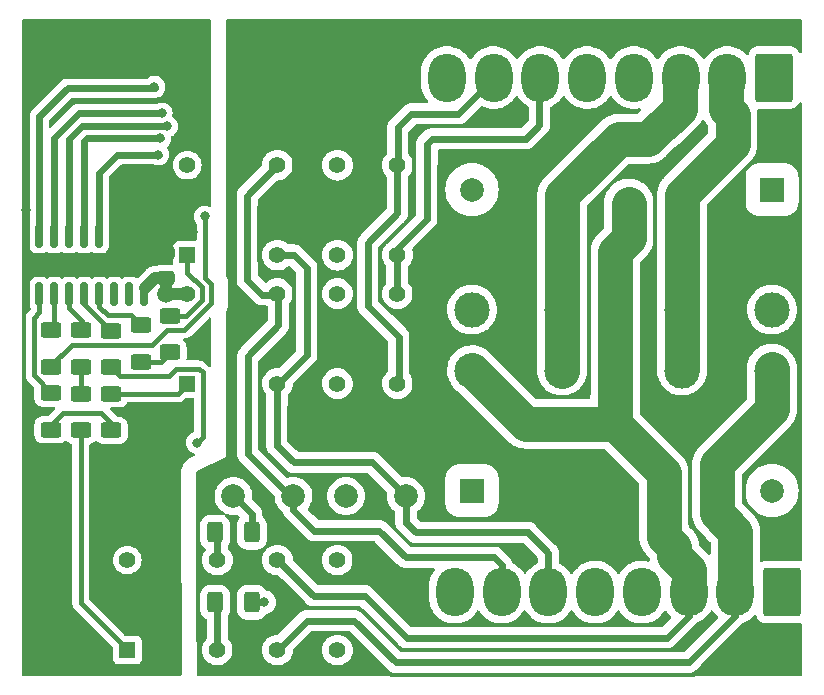
<source format=gbr>
%TF.GenerationSoftware,KiCad,Pcbnew,(6.0.8-1)-1*%
%TF.CreationDate,2022-10-16T10:23:05+02:00*%
%TF.ProjectId,HP6632B_relay_board,48503636-3332-4425-9f72-656c61795f62,rev?*%
%TF.SameCoordinates,Original*%
%TF.FileFunction,Copper,L2,Bot*%
%TF.FilePolarity,Positive*%
%FSLAX46Y46*%
G04 Gerber Fmt 4.6, Leading zero omitted, Abs format (unit mm)*
G04 Created by KiCad (PCBNEW (6.0.8-1)-1) date 2022-10-16 10:23:05*
%MOMM*%
%LPD*%
G01*
G04 APERTURE LIST*
G04 Aperture macros list*
%AMRoundRect*
0 Rectangle with rounded corners*
0 $1 Rounding radius*
0 $2 $3 $4 $5 $6 $7 $8 $9 X,Y pos of 4 corners*
0 Add a 4 corners polygon primitive as box body*
4,1,4,$2,$3,$4,$5,$6,$7,$8,$9,$2,$3,0*
0 Add four circle primitives for the rounded corners*
1,1,$1+$1,$2,$3*
1,1,$1+$1,$4,$5*
1,1,$1+$1,$6,$7*
1,1,$1+$1,$8,$9*
0 Add four rect primitives between the rounded corners*
20,1,$1+$1,$2,$3,$4,$5,0*
20,1,$1+$1,$4,$5,$6,$7,0*
20,1,$1+$1,$6,$7,$8,$9,0*
20,1,$1+$1,$8,$9,$2,$3,0*%
G04 Aperture macros list end*
%TA.AperFunction,ComponentPad*%
%ADD10C,2.000000*%
%TD*%
%TA.AperFunction,ComponentPad*%
%ADD11R,1.400000X1.400000*%
%TD*%
%TA.AperFunction,ComponentPad*%
%ADD12C,1.400000*%
%TD*%
%TA.AperFunction,ComponentPad*%
%ADD13RoundRect,0.250000X1.330000X1.800000X-1.330000X1.800000X-1.330000X-1.800000X1.330000X-1.800000X0*%
%TD*%
%TA.AperFunction,ComponentPad*%
%ADD14O,3.160000X4.100000*%
%TD*%
%TA.AperFunction,ComponentPad*%
%ADD15R,2.000000X2.000000*%
%TD*%
%TA.AperFunction,ComponentPad*%
%ADD16C,3.000000*%
%TD*%
%TA.AperFunction,ComponentPad*%
%ADD17RoundRect,0.250000X-1.330000X-1.800000X1.330000X-1.800000X1.330000X1.800000X-1.330000X1.800000X0*%
%TD*%
%TA.AperFunction,SMDPad,CuDef*%
%ADD18RoundRect,0.250000X-0.625000X0.400000X-0.625000X-0.400000X0.625000X-0.400000X0.625000X0.400000X0*%
%TD*%
%TA.AperFunction,SMDPad,CuDef*%
%ADD19RoundRect,0.250000X0.400000X0.625000X-0.400000X0.625000X-0.400000X-0.625000X0.400000X-0.625000X0*%
%TD*%
%TA.AperFunction,SMDPad,CuDef*%
%ADD20RoundRect,0.250000X0.625000X-0.400000X0.625000X0.400000X-0.625000X0.400000X-0.625000X-0.400000X0*%
%TD*%
%TA.AperFunction,SMDPad,CuDef*%
%ADD21RoundRect,0.150000X-0.150000X0.825000X-0.150000X-0.825000X0.150000X-0.825000X0.150000X0.825000X0*%
%TD*%
%TA.AperFunction,SMDPad,CuDef*%
%ADD22RoundRect,0.250000X0.475000X-0.337500X0.475000X0.337500X-0.475000X0.337500X-0.475000X-0.337500X0*%
%TD*%
%TA.AperFunction,ViaPad*%
%ADD23C,1.500000*%
%TD*%
%TA.AperFunction,ViaPad*%
%ADD24C,0.800000*%
%TD*%
%TA.AperFunction,Conductor*%
%ADD25C,1.000000*%
%TD*%
%TA.AperFunction,Conductor*%
%ADD26C,0.600000*%
%TD*%
%TA.AperFunction,Conductor*%
%ADD27C,3.000000*%
%TD*%
%TA.AperFunction,Conductor*%
%ADD28C,0.300000*%
%TD*%
%TA.AperFunction,Conductor*%
%ADD29C,0.400000*%
%TD*%
G04 APERTURE END LIST*
D10*
%TO.P,F601,1*%
%TO.N,/SENSE_A-*%
X113665000Y-68072000D03*
%TO.P,F601,2*%
%TO.N,Net-(F601-Pad2)*%
X108585000Y-68062000D03*
%TD*%
D11*
%TO.P,K601,1*%
%TO.N,Net-(K601-Pad1)*%
X104680500Y-47670483D03*
D12*
%TO.P,K601,4*%
%TO.N,/SENSE_A+*%
X112300500Y-47670483D03*
%TO.P,K601,6*%
%TO.N,unconnected-(K601-Pad6)*%
X117380500Y-47670483D03*
%TO.P,K601,8*%
%TO.N,/SENSE_P+*%
X122460500Y-47670483D03*
%TO.P,K601,9*%
%TO.N,/SENSE_P-*%
X122460500Y-40050483D03*
%TO.P,K601,11*%
%TO.N,unconnected-(K601-Pad11)*%
X117380500Y-40050483D03*
%TO.P,K601,13*%
%TO.N,/SENSE_A-*%
X112300500Y-40050483D03*
%TO.P,K601,16*%
%TO.N,+15V*%
X104680500Y-40050483D03*
%TD*%
D13*
%TO.P,J620,1,Pin_1*%
%TO.N,unconnected-(J620-Pad1)*%
X155042000Y-76204500D03*
D14*
%TO.P,J620,2,Pin_2*%
%TO.N,/OUT_A+*%
X151082000Y-76204500D03*
%TO.P,J620,3,Pin_3*%
%TO.N,/OUT_A-*%
X147122000Y-76204500D03*
%TO.P,J620,4,Pin_4*%
%TO.N,unconnected-(J620-Pad4)*%
X143162000Y-76204500D03*
%TO.P,J620,5,Pin_5*%
%TO.N,unconnected-(J620-Pad5)*%
X139202000Y-76204500D03*
%TO.P,J620,6,Pin_6*%
%TO.N,/SENSE_A+*%
X135242000Y-76204500D03*
%TO.P,J620,7,Pin_7*%
%TO.N,/SENSE_A-*%
X131282000Y-76204500D03*
%TO.P,J620,8,Pin_8*%
%TO.N,unconnected-(J620-Pad8)*%
X127322000Y-76204500D03*
%TO.P,J620,9,Pin_9*%
%TO.N,Earth*%
X123362000Y-76204500D03*
%TD*%
D15*
%TO.P,K604,1*%
%TO.N,Net-(K604-Pad1)*%
X128778000Y-67604000D03*
D10*
%TO.P,K604,4*%
%TO.N,+15V*%
X154178000Y-67604000D03*
D16*
%TO.P,K604,5*%
%TO.N,/OUT_A+*%
X154178000Y-57444000D03*
%TO.P,K604,6*%
%TO.N,/OUT_P+*%
X146558000Y-57444000D03*
%TO.P,K604,7*%
%TO.N,/OUT_P-*%
X136398000Y-57444000D03*
%TO.P,K604,8*%
%TO.N,/OUT_A-*%
X128778000Y-57444000D03*
%TD*%
D15*
%TO.P,K605,1*%
%TO.N,Net-(K605-Pad1)*%
X154178000Y-42124000D03*
D10*
%TO.P,K605,4*%
%TO.N,+15V*%
X128778000Y-42124000D03*
D16*
%TO.P,K605,5*%
%TO.N,/OUT_A+*%
X128778000Y-52284000D03*
%TO.P,K605,6*%
%TO.N,/OUT_P-*%
X136398000Y-52284000D03*
%TO.P,K605,7*%
%TO.N,/OUT_P+*%
X146558000Y-52284000D03*
%TO.P,K605,8*%
%TO.N,/OUT_A-*%
X154178000Y-52284000D03*
%TD*%
D11*
%TO.P,K603,1*%
%TO.N,Net-(K603-Pad1)*%
X104680500Y-58544983D03*
D12*
%TO.P,K603,4*%
%TO.N,/SENSE_A+*%
X112300500Y-58544983D03*
%TO.P,K603,6*%
%TO.N,unconnected-(K603-Pad6)*%
X117380500Y-58544983D03*
%TO.P,K603,8*%
%TO.N,/SENSE_P-*%
X122460500Y-58544983D03*
%TO.P,K603,9*%
%TO.N,/SENSE_P+*%
X122460500Y-50924983D03*
%TO.P,K603,11*%
%TO.N,unconnected-(K603-Pad11)*%
X117380500Y-50924983D03*
%TO.P,K603,13*%
%TO.N,/SENSE_A-*%
X112300500Y-50924983D03*
%TO.P,K603,16*%
%TO.N,+15V*%
X104680500Y-50924983D03*
%TD*%
D11*
%TO.P,K602,1*%
%TO.N,Net-(K602-Pad1)*%
X99600500Y-81105500D03*
D12*
%TO.P,K602,4*%
%TO.N,Net-(K602-Pad4)*%
X107220500Y-81105500D03*
%TO.P,K602,6*%
%TO.N,/OUT_A+*%
X112300500Y-81105500D03*
%TO.P,K602,8*%
%TO.N,unconnected-(K602-Pad8)*%
X117380500Y-81105500D03*
%TO.P,K602,9*%
%TO.N,unconnected-(K602-Pad9)*%
X117380500Y-73485500D03*
%TO.P,K602,11*%
%TO.N,/OUT_A-*%
X112300500Y-73485500D03*
%TO.P,K602,13*%
%TO.N,Net-(K602-Pad13)*%
X107220500Y-73485500D03*
%TO.P,K602,16*%
%TO.N,+15V*%
X99600500Y-73485500D03*
%TD*%
D10*
%TO.P,F602,1*%
%TO.N,/SENSE_A+*%
X123190000Y-68072000D03*
%TO.P,F602,2*%
%TO.N,Net-(F602-Pad2)*%
X118110000Y-68062000D03*
%TD*%
D17*
%TO.P,J1,1,Pin_1*%
%TO.N,unconnected-(J1-Pad1)*%
X154362000Y-32639000D03*
D14*
%TO.P,J1,2,Pin_2*%
%TO.N,/OUT_P+*%
X150402000Y-32639000D03*
%TO.P,J1,3,Pin_3*%
%TO.N,/OUT_P-*%
X146442000Y-32639000D03*
%TO.P,J1,4,Pin_4*%
%TO.N,unconnected-(J1-Pad4)*%
X142482000Y-32639000D03*
%TO.P,J1,5,Pin_5*%
%TO.N,unconnected-(J1-Pad5)*%
X138522000Y-32639000D03*
%TO.P,J1,6,Pin_6*%
%TO.N,/SENSE_P+*%
X134562000Y-32639000D03*
%TO.P,J1,7,Pin_7*%
%TO.N,/SENSE_P-*%
X130602000Y-32639000D03*
%TO.P,J1,8,Pin_8*%
%TO.N,unconnected-(J1-Pad8)*%
X126642000Y-32639000D03*
%TO.P,J1,9,Pin_9*%
%TO.N,Earth*%
X122782000Y-32639000D03*
%TD*%
D18*
%TO.P,R606,1*%
%TO.N,Net-(R606-Pad1)*%
X93116400Y-54025200D03*
%TO.P,R606,2*%
%TO.N,Net-(K605-Pad1)*%
X93116400Y-57125200D03*
%TD*%
%TO.P,R3,1*%
%TO.N,Net-(R3-Pad1)*%
X95656400Y-59410000D03*
%TO.P,R3,2*%
%TO.N,Net-(K602-Pad1)*%
X95656400Y-62510000D03*
%TD*%
D19*
%TO.P,R601,1*%
%TO.N,Net-(F601-Pad2)*%
X110135000Y-71120000D03*
%TO.P,R601,2*%
%TO.N,Net-(K602-Pad13)*%
X107035000Y-71120000D03*
%TD*%
D18*
%TO.P,R604,1*%
%TO.N,Net-(R604-Pad1)*%
X98247200Y-54076000D03*
%TO.P,R604,2*%
%TO.N,Net-(K604-Pad1)*%
X98247200Y-57176000D03*
%TD*%
D20*
%TO.P,R5,1*%
%TO.N,Net-(R5-Pad1)*%
X98247200Y-62510000D03*
%TO.P,R5,2*%
%TO.N,Net-(K603-Pad1)*%
X98247200Y-59410000D03*
%TD*%
D18*
%TO.P,R605,1*%
%TO.N,Net-(R605-Pad1)*%
X95656400Y-54051200D03*
%TO.P,R605,2*%
%TO.N,Net-(R3-Pad1)*%
X95656400Y-57151200D03*
%TD*%
D21*
%TO.P,U601,1,I1*%
%TO.N,/RLY_SEN_REM_R*%
X92151200Y-46039000D03*
%TO.P,U601,2,I2*%
%TO.N,/RLY_OUT_REV*%
X93421200Y-46039000D03*
%TO.P,U601,3,I3*%
%TO.N,/RLY_SEN_LOC*%
X94691200Y-46039000D03*
%TO.P,U601,4,I4*%
%TO.N,/REL_OUT_NORM*%
X95961200Y-46039000D03*
%TO.P,U601,5,I5*%
%TO.N,/REL_SEN_REM_N*%
X97231200Y-46039000D03*
%TO.P,U601,6,I6*%
%TO.N,GND*%
X98501200Y-46039000D03*
%TO.P,U601,7,I7*%
X99771200Y-46039000D03*
%TO.P,U601,8,GND*%
X101041200Y-46039000D03*
%TO.P,U601,9,COM*%
%TO.N,+15V*%
X101041200Y-50989000D03*
%TO.P,U601,10,O7*%
%TO.N,unconnected-(U601-Pad10)*%
X99771200Y-50989000D03*
%TO.P,U601,11,O6*%
%TO.N,unconnected-(U601-Pad11)*%
X98501200Y-50989000D03*
%TO.P,U601,12,O5*%
%TO.N,Net-(R603-Pad1)*%
X97231200Y-50989000D03*
%TO.P,U601,13,O4*%
%TO.N,Net-(R604-Pad1)*%
X95961200Y-50989000D03*
%TO.P,U601,14,O3*%
%TO.N,Net-(R605-Pad1)*%
X94691200Y-50989000D03*
%TO.P,U601,15,O2*%
%TO.N,Net-(R606-Pad1)*%
X93421200Y-50989000D03*
%TO.P,U601,16,O1*%
%TO.N,Net-(R607-Pad1)*%
X92151200Y-50989000D03*
%TD*%
D19*
%TO.P,R602,1*%
%TO.N,Net-(F602-Pad2)*%
X110135000Y-77063600D03*
%TO.P,R602,2*%
%TO.N,Net-(K602-Pad4)*%
X107035000Y-77063600D03*
%TD*%
D22*
%TO.P,C1,1*%
%TO.N,+15V*%
X102870000Y-49602300D03*
%TO.P,C1,2*%
%TO.N,GND*%
X102870000Y-47527300D03*
%TD*%
D18*
%TO.P,R603,1*%
%TO.N,Net-(R603-Pad1)*%
X100736400Y-53618800D03*
%TO.P,R603,2*%
%TO.N,Net-(R1-Pad1)*%
X100736400Y-56718800D03*
%TD*%
%TO.P,R607,1*%
%TO.N,Net-(R607-Pad1)*%
X93116400Y-59359200D03*
%TO.P,R607,2*%
%TO.N,Net-(R5-Pad1)*%
X93116400Y-62459200D03*
%TD*%
D20*
%TO.P,R1,1*%
%TO.N,Net-(R1-Pad1)*%
X103225600Y-55906000D03*
%TO.P,R1,2*%
%TO.N,Net-(K601-Pad1)*%
X103225600Y-52806000D03*
%TD*%
D23*
%TO.N,+15V*%
X102870000Y-50927000D03*
D24*
%TO.N,GND*%
X106172000Y-41402000D03*
X94488000Y-71120000D03*
X100838000Y-63754000D03*
X91186000Y-48514000D03*
X101092000Y-40894000D03*
X102743000Y-65786000D03*
X91440000Y-82550000D03*
X99568000Y-42545000D03*
X101092000Y-42545000D03*
X100965000Y-48387000D03*
X99568000Y-40894000D03*
X105664000Y-55626000D03*
X104648000Y-60833000D03*
X91186000Y-59436000D03*
X103505000Y-82550000D03*
X91313000Y-28448000D03*
X105156000Y-45720000D03*
X96901000Y-71120000D03*
X91059000Y-43815000D03*
X105918000Y-28321000D03*
%TO.N,Net-(F602-Pad2)*%
X111201200Y-77063600D03*
%TO.N,Earth*%
X108712000Y-65786000D03*
X156210000Y-54864000D03*
X136906000Y-37592000D03*
X109570100Y-74935500D03*
X115112617Y-59994983D03*
X155651200Y-70916800D03*
X140462000Y-35052000D03*
X119888000Y-40767000D03*
X155854400Y-45059600D03*
X150012400Y-52425600D03*
X123139200Y-65786000D03*
X109728000Y-82499200D03*
X137287000Y-73152000D03*
X155346400Y-28295600D03*
X125171017Y-59994983D03*
X139192000Y-43688000D03*
X131876800Y-68834000D03*
X147828000Y-60198000D03*
X144018000Y-41402000D03*
X155702000Y-82423000D03*
X109169200Y-28295600D03*
X143129000Y-73152000D03*
X112624307Y-71069907D03*
X136499600Y-28346400D03*
X133096000Y-73152000D03*
X133858000Y-43307000D03*
X145142000Y-78327806D03*
X114173000Y-77343000D03*
X143637000Y-49022000D03*
X141376400Y-69596000D03*
X118668800Y-54508400D03*
X115062000Y-40894000D03*
X148336000Y-36830000D03*
X133477000Y-58420000D03*
X119837017Y-59994983D03*
X153924000Y-73152000D03*
X131191000Y-40005000D03*
X149102000Y-78327807D03*
X120446800Y-68275200D03*
X110998000Y-52832000D03*
X136525000Y-35052000D03*
X108356400Y-46532800D03*
X125349000Y-46609000D03*
X115722400Y-66548000D03*
X155651200Y-64312800D03*
X108356400Y-41275000D03*
X132461000Y-35179000D03*
X120040400Y-73456800D03*
X132588000Y-54737000D03*
X153335500Y-35815500D03*
X108356400Y-59944000D03*
X155854400Y-38963600D03*
X135636000Y-65227200D03*
X152654000Y-78994000D03*
X119837200Y-82550000D03*
X151003000Y-41910000D03*
X115366800Y-46888400D03*
X106273600Y-69088000D03*
X148463000Y-72136000D03*
%TO.N,/RLY_SEN_REM_R*%
X101893000Y-33401000D03*
%TO.N,/RLY_OUT_REV*%
X102514400Y-35661600D03*
%TO.N,/RLY_SEN_LOC*%
X102971600Y-36779200D03*
%TO.N,/REL_OUT_NORM*%
X102362000Y-37795200D03*
%TO.N,/REL_SEN_REM_N*%
X102209600Y-39166800D03*
D23*
%TO.N,/OUT_A-*%
X142273961Y-45432038D03*
X142113000Y-43307000D03*
D24*
%TO.N,Net-(K604-Pad1)*%
X105460800Y-63550800D03*
%TO.N,Net-(K605-Pad1)*%
X106172000Y-44399200D03*
%TD*%
D25*
%TO.N,+15V*%
X102870000Y-49602300D02*
X101908700Y-49602300D01*
X102870000Y-50927000D02*
X104648000Y-50927000D01*
X102870000Y-50927000D02*
X102870000Y-49530000D01*
X101908700Y-49602300D02*
X101092000Y-50419000D01*
D26*
%TO.N,GND*%
X102870000Y-46939200D02*
X102006400Y-46075600D01*
X102870000Y-47527300D02*
X102870000Y-46939200D01*
X102006400Y-46075600D02*
X98552000Y-46075600D01*
%TO.N,/SENSE_A-*%
X131282000Y-73878000D02*
X130651801Y-73247801D01*
X120896500Y-70985500D02*
X115389076Y-70985500D01*
X109800500Y-64504765D02*
X109800500Y-56207500D01*
X131282000Y-76204500D02*
X131282000Y-73878000D01*
X130651801Y-73247801D02*
X123158801Y-73247801D01*
X109800500Y-56207500D02*
X112395000Y-53613000D01*
X115389076Y-70985500D02*
X113665000Y-69261424D01*
X109728000Y-49749983D02*
X110998000Y-51019983D01*
X112395000Y-53613000D02*
X112395000Y-50819000D01*
X109800500Y-64504765D02*
X113418535Y-68122800D01*
X110998000Y-51019983D02*
X112268000Y-51019983D01*
X109728000Y-42622983D02*
X109728000Y-49749983D01*
X123158801Y-73247801D02*
X120896500Y-70985500D01*
X112300500Y-40050483D02*
X109728000Y-42622983D01*
X113665000Y-69261424D02*
X113665000Y-68072000D01*
%TO.N,Net-(F601-Pad2)*%
X110135000Y-69596600D02*
X108610400Y-68072000D01*
X110135000Y-71120000D02*
X110135000Y-69596600D01*
%TO.N,/SENSE_A+*%
X120345200Y-65227200D02*
X123190000Y-68072000D01*
X112300500Y-47670483D02*
X113744500Y-47670483D01*
X113744500Y-47670483D02*
X114808000Y-48733983D01*
X113690400Y-65227200D02*
X120345200Y-65227200D01*
X135242000Y-72874846D02*
X133514955Y-71147801D01*
X114808000Y-56099983D02*
X112268000Y-58639983D01*
X135242000Y-76204500D02*
X135242000Y-72874846D01*
X114808000Y-48733983D02*
X114808000Y-56099983D01*
X124028649Y-71147801D02*
X123190000Y-70309152D01*
X124028649Y-71147801D02*
X133514955Y-71147801D01*
X123190000Y-70309152D02*
X123190000Y-68072000D01*
X112268000Y-63804800D02*
X113690400Y-65227200D01*
X112268000Y-58566000D02*
X112268000Y-63804800D01*
%TO.N,Net-(F602-Pad2)*%
X111201200Y-77063600D02*
X110185200Y-77063600D01*
D27*
%TO.N,/OUT_P+*%
X150836000Y-35794466D02*
X150836000Y-38260019D01*
X146558000Y-42538019D02*
X146558000Y-57313000D01*
X150836000Y-38260019D02*
X146558000Y-42538019D01*
X150310000Y-32766000D02*
X150310000Y-35268466D01*
X150310000Y-35268466D02*
X150836000Y-35794466D01*
%TO.N,/OUT_P-*%
X136398000Y-42603038D02*
X141185038Y-37816000D01*
X146350000Y-32766000D02*
X146350000Y-35280466D01*
X141185038Y-37816000D02*
X143679981Y-37816000D01*
X143679981Y-37816000D02*
X144659491Y-36836490D01*
X146350000Y-35280466D02*
X145028000Y-36602466D01*
X136398000Y-57444000D02*
X136398000Y-42603038D01*
D26*
%TO.N,/SENSE_P+*%
X124960500Y-38234500D02*
X125379000Y-37816000D01*
X133320000Y-37816000D02*
X134493000Y-36643000D01*
X125379000Y-37816000D02*
X133320000Y-37816000D01*
X122428000Y-47771000D02*
X122428000Y-47137297D01*
X122428000Y-47717983D02*
X122428000Y-51019983D01*
X134493000Y-36643000D02*
X134493000Y-32766000D01*
X122428000Y-47137297D02*
X124960500Y-44604797D01*
X124960500Y-44577000D02*
X124960500Y-38234500D01*
%TO.N,/SENSE_P-*%
X127606000Y-35716000D02*
X130556000Y-32766000D01*
X123617250Y-35716000D02*
X127606000Y-35716000D01*
X119960500Y-51960517D02*
X122575966Y-54575983D01*
X122575966Y-54575983D02*
X122575966Y-58492017D01*
X122501076Y-40005000D02*
X122501076Y-36832174D01*
X122460500Y-44134949D02*
X122460500Y-40050483D01*
X119960500Y-46634949D02*
X119960500Y-51960517D01*
X122501076Y-36832174D02*
X123617250Y-35716000D01*
X122460500Y-44134949D02*
X119960500Y-46634949D01*
D28*
%TO.N,Earth*%
X148810699Y-43467300D02*
X152082500Y-40195499D01*
X156337000Y-65024000D02*
X156428000Y-64933000D01*
X108463500Y-74935500D02*
X106619890Y-74935500D01*
X132631000Y-54780000D02*
X132588000Y-54737000D01*
X105783610Y-80518000D02*
X105791000Y-80518000D01*
X126162000Y-79004500D02*
X144515500Y-79004500D01*
X121010500Y-41221983D02*
X121010500Y-38721483D01*
X134232801Y-70097801D02*
X137287000Y-73152000D01*
X148808000Y-58375981D02*
X147914991Y-59268991D01*
X151759209Y-78994000D02*
X147548709Y-83204500D01*
X138376699Y-59694000D02*
X138648000Y-59422699D01*
X121410500Y-43653983D02*
X121410500Y-41621983D01*
X148808000Y-51032699D02*
X148808000Y-58375981D01*
X123593725Y-72197801D02*
X121331424Y-69935500D01*
X152908000Y-39370000D02*
X153335500Y-38942500D01*
X111479500Y-38600483D02*
X112901110Y-38600483D01*
X139808000Y-45296020D02*
X139808000Y-42375019D01*
X111699890Y-72035500D02*
X110871000Y-72864390D01*
X125171200Y-70053200D02*
X126288800Y-70053200D01*
X114380576Y-77555500D02*
X114554000Y-77555500D01*
X123924000Y-62964000D02*
X123825000Y-62865000D01*
X108712000Y-65391900D02*
X108750500Y-65926100D01*
X120618017Y-59994983D02*
X115093983Y-59994983D01*
X125018800Y-69900800D02*
X125171200Y-70053200D01*
X123510500Y-44569873D02*
X123510500Y-41548000D01*
X121929978Y-83204500D02*
X120073739Y-81348261D01*
X106619890Y-74935500D02*
X105770500Y-74086110D01*
X116779890Y-72035500D02*
X115930500Y-72884890D01*
X112055852Y-75291462D02*
X110850500Y-74086110D01*
X115740962Y-75394038D02*
X118447038Y-75394038D01*
X151778000Y-68598113D02*
X151778000Y-66609887D01*
X115858000Y-56534907D02*
X115858000Y-48299059D01*
X113318000Y-63369876D02*
X114125324Y-64177200D01*
X115131696Y-61556000D02*
X113792000Y-60216304D01*
X113772462Y-58620445D02*
X115858000Y-56534907D01*
X112779610Y-82677000D02*
X111821390Y-82677000D01*
X105770500Y-80504890D02*
X105783610Y-80518000D01*
X107821110Y-82555500D02*
X106619890Y-82555500D01*
X110871000Y-72864390D02*
X110871000Y-72898000D01*
X142778000Y-72801000D02*
X142778000Y-67056000D01*
X131824882Y-35815118D02*
X132461000Y-35179000D01*
X110744000Y-80264000D02*
X111613462Y-79394538D01*
X121238953Y-59374047D02*
X120618017Y-59994983D01*
X112901110Y-72035500D02*
X113792000Y-72926390D01*
X121331424Y-69935500D02*
X115824000Y-69935500D01*
X120059212Y-75394038D02*
X123669674Y-79004500D01*
X110850500Y-59690000D02*
X110850500Y-64063700D01*
X110850500Y-74086110D02*
X110001110Y-74935500D01*
X121238953Y-59374047D02*
X121010500Y-59145593D01*
X106619890Y-82555500D02*
X105733771Y-81669381D01*
X136525000Y-35052000D02*
X136525000Y-35560000D01*
X152654000Y-78994000D02*
X151759209Y-78994000D01*
X121525966Y-56494017D02*
X121525966Y-55010907D01*
X121010500Y-59145593D02*
X121010500Y-56869449D01*
X108678000Y-50184907D02*
X108678000Y-41401983D01*
X129544882Y-35815118D02*
X131824882Y-35815118D01*
X110871000Y-57804000D02*
X110850500Y-57824500D01*
X147548709Y-83204500D02*
X121929978Y-83204500D01*
X121150534Y-56869449D02*
X121525966Y-56494017D01*
X124409200Y-66294000D02*
X125018800Y-66903600D01*
X154506000Y-44524000D02*
X151778000Y-44524000D01*
X105733771Y-81669381D02*
X105733771Y-80518000D01*
X126010500Y-40105500D02*
X126010500Y-45085000D01*
X118380978Y-79655500D02*
X116779890Y-79655500D01*
X144214699Y-58282680D02*
X145626019Y-59694000D01*
X123061110Y-59994983D02*
X123952000Y-59104093D01*
X123825000Y-62930126D02*
X123825000Y-59436000D01*
X153363887Y-65024000D02*
X156337000Y-65024000D01*
X121859890Y-59994983D02*
X123061110Y-59994983D01*
X121412000Y-38319983D02*
X121451076Y-38319983D01*
X134028000Y-54780000D02*
X134028000Y-58901301D01*
X110778000Y-43623593D02*
X110778000Y-48198593D01*
X113792000Y-73445076D02*
X115740962Y-75394038D01*
X122028890Y-52474390D02*
X123910500Y-54356000D01*
X133096000Y-73152000D02*
X132141801Y-72197801D01*
X117981110Y-72035500D02*
X116779890Y-72035500D01*
X123924000Y-64361000D02*
X123924000Y-62964000D01*
X149102000Y-78327807D02*
X146325307Y-81104500D01*
X125018800Y-66903600D02*
X125018800Y-69900800D01*
X123510500Y-41548000D02*
X123910500Y-41148000D01*
X126010500Y-45039721D02*
X123952000Y-47098221D01*
X144308000Y-52034000D02*
X144272000Y-52070000D01*
X113750500Y-50324373D02*
X113750500Y-54871483D01*
X147278000Y-70462074D02*
X147278000Y-59605000D01*
X124143000Y-36766000D02*
X128594000Y-36766000D01*
X113779424Y-46220483D02*
X111513500Y-46220483D01*
X147489981Y-59694000D02*
X146504699Y-59694000D01*
X112901110Y-38600483D02*
X113750500Y-39449873D01*
X109570100Y-74935500D02*
X108463500Y-74935500D01*
X144515500Y-79004500D02*
X145288000Y-78232000D01*
X118910500Y-46153983D02*
X121410500Y-43653983D01*
X123190000Y-66294000D02*
X124409200Y-66294000D01*
X139808000Y-42375019D02*
X141126019Y-41057000D01*
X118447038Y-75394038D02*
X118830500Y-75010576D01*
X122799826Y-81104500D02*
X120542663Y-78847337D01*
X121410500Y-41621983D02*
X121010500Y-41221983D01*
X115528500Y-77555500D02*
X119250826Y-77555500D01*
X121010500Y-38721483D02*
X121412000Y-38319983D01*
X112668538Y-75291462D02*
X112055852Y-75291462D01*
X108750500Y-65926100D02*
X108762800Y-65938400D01*
X113750500Y-40651093D02*
X110778000Y-43623593D01*
X113108800Y-66322000D02*
X114937600Y-66322000D01*
X134028000Y-58901301D02*
X134820699Y-59694000D01*
X148336000Y-37578038D02*
X144308000Y-41606038D01*
X124460000Y-64897000D02*
X123924000Y-64361000D01*
X123910500Y-48980483D02*
X123978441Y-48980483D01*
X156428000Y-64933000D02*
X156428000Y-46446000D01*
X136525000Y-36195000D02*
X133854000Y-38866000D01*
X134028000Y-54780000D02*
X132631000Y-54780000D01*
X108670500Y-75142500D02*
X108670500Y-81706110D01*
X115930500Y-72884890D02*
X115930500Y-75290500D01*
X151778000Y-40500000D02*
X152908000Y-39370000D01*
X110778000Y-48198593D02*
X111699890Y-49120483D01*
X123910500Y-36998500D02*
X124143000Y-36766000D01*
X147914991Y-60111009D02*
X147828000Y-60198000D01*
X123910500Y-51525593D02*
X123910500Y-48980483D01*
X132141801Y-72197801D02*
X127128039Y-72197801D01*
X123910500Y-54356000D02*
X123910500Y-59076000D01*
X105770500Y-81325900D02*
X105714800Y-81381600D01*
X114937600Y-66322000D02*
X115824000Y-67208400D01*
X121451076Y-38354000D02*
X121451076Y-33869924D01*
X108670500Y-81706110D02*
X107821110Y-82555500D01*
X128594000Y-36766000D02*
X129544882Y-35815118D01*
X151778000Y-44524000D02*
X151778000Y-40500000D01*
X148810699Y-51054000D02*
X148810699Y-43467300D01*
X112901110Y-72035500D02*
X111699890Y-72035500D01*
X115250424Y-79655500D02*
X114089962Y-80815962D01*
X110563076Y-52069983D02*
X108678000Y-50184907D01*
X145626019Y-59694000D02*
X146504699Y-59694000D01*
X110744000Y-81599610D02*
X110744000Y-80264000D01*
X124648801Y-72197801D02*
X123593725Y-72197801D01*
X141126019Y-41057000D02*
X144744000Y-41057000D01*
X123825000Y-62930126D02*
X122450874Y-61556000D01*
X136525000Y-35560000D02*
X136525000Y-36195000D01*
X115528500Y-77555500D02*
X114932576Y-77555500D01*
X114089962Y-80815962D02*
X114089962Y-81366648D01*
X146325307Y-81104500D02*
X122799826Y-81104500D01*
X126238000Y-70097801D02*
X126238000Y-66675000D01*
X148463000Y-71647074D02*
X147278000Y-70462074D01*
X118830500Y-72884890D02*
X117981110Y-72035500D01*
X153924000Y-73152000D02*
X153924000Y-70744113D01*
X121238953Y-59374047D02*
X121859890Y-59994983D01*
X112541538Y-79394538D02*
X114380576Y-77555500D01*
X112546610Y-49120483D02*
X113750500Y-50324373D01*
X113318000Y-60519600D02*
X113318000Y-63369876D01*
X122892110Y-52543983D02*
X123910500Y-51525593D01*
X138648000Y-59422699D02*
X138648000Y-46456020D01*
X121010500Y-56869449D02*
X121150534Y-56869449D01*
X123362000Y-76204500D02*
X126162000Y-79004500D01*
X121010500Y-47069873D02*
X123510500Y-44569873D01*
X143129000Y-73152000D02*
X142778000Y-72801000D01*
X108678000Y-41401983D02*
X111479500Y-38600483D01*
X126238000Y-70097801D02*
X134232801Y-70097801D01*
X147278000Y-59605000D02*
X147320000Y-59563000D01*
X110850500Y-57824500D02*
X110850500Y-59740374D01*
X113750500Y-54871483D02*
X110850500Y-57771483D01*
X144308000Y-41606038D02*
X144308000Y-52034000D01*
X115093983Y-59994983D02*
X113792000Y-58693000D01*
X108463500Y-74935500D02*
X108670500Y-75142500D01*
X127250000Y-38866000D02*
X126010500Y-40105500D01*
X126238000Y-66675000D02*
X124460000Y-64897000D01*
X122450874Y-61556000D02*
X115131696Y-61556000D01*
X111513500Y-46220483D02*
X110778000Y-46955983D01*
X118830500Y-75010576D02*
X118830500Y-72884890D01*
X127127000Y-72197801D02*
X124648801Y-72197801D01*
X156428000Y-46446000D02*
X154506000Y-44524000D01*
X111613462Y-79394538D02*
X112541538Y-79394538D01*
X118608478Y-79883000D02*
X118380978Y-79655500D01*
X108750500Y-53882559D02*
X110563076Y-52069983D01*
X110850500Y-74086110D02*
X110850500Y-72884890D01*
X113792000Y-60216304D02*
X113792000Y-60045600D01*
X147914991Y-59268991D02*
X147489981Y-59694000D01*
X107289600Y-65989200D02*
X108762800Y-65989200D01*
X153335500Y-38942500D02*
X153335500Y-35815500D01*
X113792000Y-60045600D02*
X113792000Y-58674000D01*
X114089962Y-81366648D02*
X112779610Y-82677000D01*
X147914991Y-59268991D02*
X147914991Y-60111009D01*
X134820699Y-59694000D02*
X138376699Y-59694000D01*
X148336000Y-36830000D02*
X148336000Y-37578038D01*
X148463000Y-72136000D02*
X148463000Y-71647074D01*
X151778000Y-66609887D02*
X153363887Y-65024000D01*
X113750500Y-39449873D02*
X113750500Y-40651093D01*
X111699890Y-49120483D02*
X112546610Y-49120483D01*
X133854000Y-38866000D02*
X127250000Y-38866000D01*
X121010500Y-51525593D02*
X121010500Y-47069873D01*
X120073739Y-81348261D02*
X118608478Y-79883000D01*
X123669674Y-79004500D02*
X126492000Y-79004500D01*
X123952000Y-59104093D02*
X123952000Y-59055000D01*
X122028890Y-52543983D02*
X121010500Y-51525593D01*
X114125324Y-64177200D02*
X121073200Y-64177200D01*
X115858000Y-48299059D02*
X113779424Y-46220483D01*
X118447038Y-75394038D02*
X120059212Y-75394038D01*
X108712000Y-65391900D02*
X108750500Y-53882559D01*
X153924000Y-70744113D02*
X151778000Y-68598113D01*
X110001110Y-74935500D02*
X109570100Y-74935500D01*
X115824000Y-69935500D02*
X115824000Y-67183000D01*
X144214699Y-52102019D02*
X144214699Y-58282680D01*
X111821390Y-82677000D02*
X110744000Y-81599610D01*
X121525966Y-55010907D02*
X118910500Y-52395441D01*
X123910500Y-41383000D02*
X123910500Y-36998500D01*
X121073200Y-64177200D02*
X123190000Y-66294000D01*
X116779890Y-79655500D02*
X115250424Y-79655500D01*
X110778000Y-46955983D02*
X110778000Y-47209983D01*
X113792000Y-60045600D02*
X113318000Y-60519600D01*
X122028890Y-52543983D02*
X122892110Y-52543983D01*
X113792000Y-72926390D02*
X113792000Y-73445076D01*
X114932576Y-77555500D02*
X112668538Y-75291462D01*
X138648000Y-46456020D02*
X139808000Y-45296020D01*
X118910500Y-52395441D02*
X118910500Y-46153983D01*
X110850500Y-64063700D02*
X113108800Y-66322000D01*
X123952000Y-47098221D02*
X123952000Y-48914000D01*
X120542663Y-78847337D02*
X119250826Y-77555500D01*
D26*
%TO.N,/RLY_SEN_REM_R*%
X92151200Y-35915600D02*
X94538800Y-33528000D01*
X94538800Y-33528000D02*
X101955600Y-33528000D01*
X92151200Y-46039000D02*
X92151200Y-35915600D01*
%TO.N,/RLY_OUT_REV*%
X93421200Y-46039000D02*
X93421200Y-37744400D01*
X93421200Y-37744400D02*
X95504000Y-35661600D01*
X95504000Y-35661600D02*
X102514400Y-35661600D01*
%TO.N,/RLY_SEN_LOC*%
X95780702Y-36728400D02*
X102971600Y-36728400D01*
X94691200Y-37817902D02*
X95780702Y-36728400D01*
X94691200Y-46039000D02*
X94691200Y-37817902D01*
%TO.N,/REL_OUT_NORM*%
X96215200Y-37795200D02*
X102412800Y-37795200D01*
X95961200Y-38049200D02*
X96215200Y-37795200D01*
X95961200Y-46039000D02*
X95961200Y-38049200D01*
%TO.N,/REL_SEN_REM_N*%
X98755200Y-39166800D02*
X102260400Y-39166800D01*
X97231200Y-40690800D02*
X98755200Y-39166800D01*
X97231200Y-46039000D02*
X97231200Y-40690800D01*
%TO.N,/OUT_A+*%
X114815500Y-78605500D02*
X112268000Y-81153000D01*
D27*
X149528000Y-69530093D02*
X149528000Y-65356000D01*
X149528000Y-65356000D02*
X154178000Y-60706000D01*
X154178000Y-60706000D02*
X154178000Y-57277000D01*
D26*
X118815902Y-78605500D02*
X114815500Y-78605500D01*
X151082000Y-78186285D02*
X147113785Y-82154500D01*
X122364902Y-82154500D02*
X118815902Y-78605500D01*
D27*
X151082000Y-71084093D02*
X149528000Y-69530093D01*
X151082000Y-76204500D02*
X151082000Y-71084093D01*
D26*
X147113785Y-82154500D02*
X122364902Y-82154500D01*
D27*
%TO.N,/OUT_A-*%
X145028000Y-66124019D02*
X140847981Y-61944000D01*
X147122000Y-74330534D02*
X145923000Y-73131534D01*
X145028000Y-71495000D02*
X145028000Y-66124019D01*
X140847981Y-61944000D02*
X133318000Y-61944000D01*
D26*
X147122000Y-78186284D02*
X145253784Y-80054500D01*
X119685750Y-76505500D02*
X115367500Y-76505500D01*
X115367500Y-76505500D02*
X112395000Y-73533000D01*
D27*
X133318000Y-61944000D02*
X128778000Y-57404000D01*
D26*
X123234750Y-80054500D02*
X119685750Y-76505500D01*
D27*
X140847981Y-61944000D02*
X140898000Y-61893981D01*
D26*
X145253784Y-80054500D02*
X123234750Y-80054500D01*
D27*
X140898000Y-47388000D02*
X142058000Y-46228000D01*
X145923000Y-72390000D02*
X145028000Y-71495000D01*
X145923000Y-73131534D02*
X145923000Y-72390000D01*
X147122000Y-76204500D02*
X147122000Y-74330534D01*
X142058000Y-46228000D02*
X142058000Y-43307000D01*
X140898000Y-61893981D02*
X140898000Y-47388000D01*
D29*
%TO.N,Net-(K601-Pad1)*%
X104680500Y-47670483D02*
X104680500Y-49157216D01*
X104541250Y-52832000D02*
X103251000Y-52832000D01*
X104680500Y-49157216D02*
X105930500Y-50407216D01*
X105930500Y-51442750D02*
X104541250Y-52832000D01*
X105930500Y-50407216D02*
X105930500Y-51442750D01*
%TO.N,Net-(R1-Pad1)*%
X100736400Y-56718800D02*
X102437600Y-56718800D01*
X102437600Y-56718800D02*
X103276400Y-55880000D01*
D26*
%TO.N,Net-(K602-Pad4)*%
X107220500Y-81105500D02*
X107220500Y-77299300D01*
%TO.N,Net-(K602-Pad13)*%
X107220500Y-73485500D02*
X107220500Y-71355700D01*
D29*
%TO.N,Net-(K604-Pad1)*%
X105656583Y-57294983D02*
X105968800Y-57607200D01*
X98990000Y-57918800D02*
X103117200Y-57918800D01*
X105968800Y-63042800D02*
X105460800Y-63550800D01*
X103741017Y-57294983D02*
X105656583Y-57294983D01*
X98247200Y-57176000D02*
X98990000Y-57918800D01*
X105968800Y-57607200D02*
X105968800Y-63042800D01*
X103117200Y-57918800D02*
X103741017Y-57294983D01*
%TO.N,Net-(K605-Pad1)*%
X106680500Y-51753410D02*
X104427910Y-54006000D01*
X94888800Y-55276000D02*
X101699229Y-55276000D01*
X94888800Y-55276000D02*
X93065600Y-57099200D01*
X104427910Y-54006000D02*
X102997000Y-54006000D01*
X106172000Y-44399200D02*
X106172000Y-49588056D01*
X106680500Y-50096556D02*
X106680500Y-51753410D01*
X101699229Y-55276000D02*
X102969229Y-54006000D01*
X106172000Y-49588056D02*
X106680500Y-50096556D01*
%TO.N,Net-(R3-Pad1)*%
X95656400Y-57151200D02*
X95656400Y-59334400D01*
%TO.N,Net-(R603-Pad1)*%
X97231200Y-52021229D02*
X97991171Y-52781200D01*
X97231200Y-50989000D02*
X97231200Y-52021229D01*
X99923600Y-52781200D02*
X100685600Y-53543200D01*
X97991171Y-52781200D02*
X99923600Y-52781200D01*
%TO.N,Net-(R604-Pad1)*%
X95961200Y-50989000D02*
X95961200Y-51816000D01*
X95961200Y-51816000D02*
X98247200Y-54102000D01*
%TO.N,Net-(R605-Pad1)*%
X95758000Y-53238400D02*
X95758000Y-53949600D01*
X94691200Y-52171600D02*
X95758000Y-53238400D01*
X94691200Y-50989000D02*
X94691200Y-52171600D01*
%TO.N,Net-(R606-Pad1)*%
X93421200Y-50989000D02*
X93421200Y-53797200D01*
%TO.N,Net-(R607-Pad1)*%
X92151200Y-52527200D02*
X91691400Y-52987000D01*
X91691400Y-57858600D02*
X93167200Y-59334400D01*
X92151200Y-50989000D02*
X92151200Y-52527200D01*
X91691400Y-52987000D02*
X91691400Y-57858600D01*
%TO.N,Net-(K602-Pad1)*%
X95656400Y-77165200D02*
X99618800Y-81127600D01*
X95656400Y-62510000D02*
X95656400Y-77165200D01*
%TO.N,Net-(K603-Pad1)*%
X98247200Y-59410000D02*
X103861200Y-59410000D01*
X103861200Y-59410000D02*
X104698800Y-58572400D01*
%TO.N,Net-(R5-Pad1)*%
X93116400Y-62077600D02*
X94183200Y-61010800D01*
X94183200Y-61010800D02*
X97383600Y-61010800D01*
X98247200Y-61874400D02*
X98247200Y-62534800D01*
X97383600Y-61010800D02*
X98247200Y-61874400D01*
%TD*%
%TA.AperFunction,Conductor*%
%TO.N,Earth*%
G36*
X156659621Y-27706502D02*
G01*
X156706114Y-27760158D01*
X156717500Y-27812500D01*
X156717500Y-30454823D01*
X156697498Y-30522944D01*
X156643842Y-30569437D01*
X156573568Y-30579541D01*
X156508988Y-30550047D01*
X156478640Y-30510847D01*
X156412731Y-30378074D01*
X156296940Y-30234060D01*
X156152926Y-30118269D01*
X156070167Y-30077187D01*
X155993519Y-30039138D01*
X155993515Y-30039136D01*
X155987408Y-30036105D01*
X155946735Y-30025964D01*
X155813503Y-29992745D01*
X155813499Y-29992744D01*
X155808107Y-29991400D01*
X155791294Y-29990254D01*
X155767714Y-29988646D01*
X155767701Y-29988646D01*
X155765566Y-29988500D01*
X152958434Y-29988500D01*
X152956299Y-29988646D01*
X152956286Y-29988646D01*
X152932706Y-29990254D01*
X152915893Y-29991400D01*
X152910501Y-29992744D01*
X152910497Y-29992745D01*
X152777265Y-30025964D01*
X152736592Y-30036105D01*
X152730485Y-30039136D01*
X152730481Y-30039138D01*
X152653833Y-30077187D01*
X152571074Y-30118269D01*
X152427060Y-30234060D01*
X152311269Y-30378074D01*
X152305261Y-30390177D01*
X152232138Y-30537481D01*
X152232136Y-30537485D01*
X152229105Y-30543592D01*
X152220299Y-30578913D01*
X152209023Y-30624137D01*
X152173136Y-30685395D01*
X152109826Y-30717527D01*
X152039195Y-30710330D01*
X151994466Y-30679426D01*
X151901064Y-30578913D01*
X151901061Y-30578910D01*
X151898143Y-30575770D01*
X151668074Y-30387461D01*
X151414577Y-30232118D01*
X151386824Y-30219935D01*
X151146276Y-30114342D01*
X151142344Y-30112616D01*
X151111550Y-30103844D01*
X150860541Y-30032341D01*
X150860534Y-30032340D01*
X150856411Y-30031165D01*
X150852169Y-30030561D01*
X150852163Y-30030560D01*
X150636272Y-29999835D01*
X150562069Y-29989274D01*
X150405943Y-29988457D01*
X150269051Y-29987740D01*
X150269045Y-29987740D01*
X150264765Y-29987718D01*
X150260521Y-29988277D01*
X150260517Y-29988277D01*
X150130967Y-30005333D01*
X149970001Y-30026524D01*
X149965861Y-30027657D01*
X149965859Y-30027657D01*
X149941014Y-30034454D01*
X149683231Y-30104976D01*
X149679283Y-30106660D01*
X149413713Y-30219935D01*
X149413709Y-30219937D01*
X149409761Y-30221621D01*
X149380093Y-30239377D01*
X149158333Y-30372096D01*
X149158329Y-30372099D01*
X149154651Y-30374300D01*
X149151308Y-30376978D01*
X149151304Y-30376981D01*
X149141018Y-30385222D01*
X148922623Y-30560190D01*
X148919679Y-30563292D01*
X148919675Y-30563296D01*
X148768223Y-30722893D01*
X148717970Y-30775849D01*
X148544479Y-31017288D01*
X148534120Y-31036854D01*
X148484569Y-31087694D01*
X148415395Y-31103676D01*
X148348561Y-31079723D01*
X148314991Y-31043163D01*
X148313445Y-31040610D01*
X148311480Y-31036803D01*
X148140526Y-30793560D01*
X148034466Y-30679426D01*
X147941064Y-30578913D01*
X147941061Y-30578910D01*
X147938143Y-30575770D01*
X147708074Y-30387461D01*
X147454577Y-30232118D01*
X147426824Y-30219935D01*
X147186276Y-30114342D01*
X147182344Y-30112616D01*
X147151550Y-30103844D01*
X146900541Y-30032341D01*
X146900534Y-30032340D01*
X146896411Y-30031165D01*
X146892169Y-30030561D01*
X146892163Y-30030560D01*
X146676272Y-29999835D01*
X146602069Y-29989274D01*
X146445943Y-29988457D01*
X146309051Y-29987740D01*
X146309045Y-29987740D01*
X146304765Y-29987718D01*
X146300521Y-29988277D01*
X146300517Y-29988277D01*
X146170967Y-30005333D01*
X146010001Y-30026524D01*
X146005861Y-30027657D01*
X146005859Y-30027657D01*
X145981014Y-30034454D01*
X145723231Y-30104976D01*
X145719283Y-30106660D01*
X145453713Y-30219935D01*
X145453709Y-30219937D01*
X145449761Y-30221621D01*
X145420093Y-30239377D01*
X145198333Y-30372096D01*
X145198329Y-30372099D01*
X145194651Y-30374300D01*
X145191308Y-30376978D01*
X145191304Y-30376981D01*
X145181018Y-30385222D01*
X144962623Y-30560190D01*
X144959679Y-30563292D01*
X144959675Y-30563296D01*
X144808223Y-30722893D01*
X144757970Y-30775849D01*
X144584479Y-31017288D01*
X144574120Y-31036854D01*
X144524569Y-31087694D01*
X144455395Y-31103676D01*
X144388561Y-31079723D01*
X144354991Y-31043163D01*
X144353445Y-31040610D01*
X144351480Y-31036803D01*
X144180526Y-30793560D01*
X144074466Y-30679426D01*
X143981064Y-30578913D01*
X143981061Y-30578910D01*
X143978143Y-30575770D01*
X143748074Y-30387461D01*
X143494577Y-30232118D01*
X143466824Y-30219935D01*
X143226276Y-30114342D01*
X143222344Y-30112616D01*
X143191550Y-30103844D01*
X142940541Y-30032341D01*
X142940534Y-30032340D01*
X142936411Y-30031165D01*
X142932169Y-30030561D01*
X142932163Y-30030560D01*
X142716272Y-29999835D01*
X142642069Y-29989274D01*
X142485943Y-29988457D01*
X142349051Y-29987740D01*
X142349045Y-29987740D01*
X142344765Y-29987718D01*
X142340521Y-29988277D01*
X142340517Y-29988277D01*
X142210967Y-30005333D01*
X142050001Y-30026524D01*
X142045861Y-30027657D01*
X142045859Y-30027657D01*
X142021014Y-30034454D01*
X141763231Y-30104976D01*
X141759283Y-30106660D01*
X141493713Y-30219935D01*
X141493709Y-30219937D01*
X141489761Y-30221621D01*
X141460093Y-30239377D01*
X141238333Y-30372096D01*
X141238329Y-30372099D01*
X141234651Y-30374300D01*
X141231308Y-30376978D01*
X141231304Y-30376981D01*
X141221018Y-30385222D01*
X141002623Y-30560190D01*
X140999679Y-30563292D01*
X140999675Y-30563296D01*
X140848223Y-30722893D01*
X140797970Y-30775849D01*
X140624479Y-31017288D01*
X140614120Y-31036854D01*
X140564569Y-31087694D01*
X140495395Y-31103676D01*
X140428561Y-31079723D01*
X140394991Y-31043163D01*
X140393445Y-31040610D01*
X140391480Y-31036803D01*
X140220526Y-30793560D01*
X140114466Y-30679426D01*
X140021064Y-30578913D01*
X140021061Y-30578910D01*
X140018143Y-30575770D01*
X139788074Y-30387461D01*
X139534577Y-30232118D01*
X139506824Y-30219935D01*
X139266276Y-30114342D01*
X139262344Y-30112616D01*
X139231550Y-30103844D01*
X138980541Y-30032341D01*
X138980534Y-30032340D01*
X138976411Y-30031165D01*
X138972169Y-30030561D01*
X138972163Y-30030560D01*
X138756272Y-29999835D01*
X138682069Y-29989274D01*
X138525943Y-29988457D01*
X138389051Y-29987740D01*
X138389045Y-29987740D01*
X138384765Y-29987718D01*
X138380521Y-29988277D01*
X138380517Y-29988277D01*
X138250967Y-30005333D01*
X138090001Y-30026524D01*
X138085861Y-30027657D01*
X138085859Y-30027657D01*
X138061014Y-30034454D01*
X137803231Y-30104976D01*
X137799283Y-30106660D01*
X137533713Y-30219935D01*
X137533709Y-30219937D01*
X137529761Y-30221621D01*
X137500093Y-30239377D01*
X137278333Y-30372096D01*
X137278329Y-30372099D01*
X137274651Y-30374300D01*
X137271308Y-30376978D01*
X137271304Y-30376981D01*
X137261018Y-30385222D01*
X137042623Y-30560190D01*
X137039679Y-30563292D01*
X137039675Y-30563296D01*
X136888223Y-30722893D01*
X136837970Y-30775849D01*
X136664479Y-31017288D01*
X136654120Y-31036854D01*
X136604569Y-31087694D01*
X136535395Y-31103676D01*
X136468561Y-31079723D01*
X136434991Y-31043163D01*
X136433445Y-31040610D01*
X136431480Y-31036803D01*
X136260526Y-30793560D01*
X136154466Y-30679426D01*
X136061064Y-30578913D01*
X136061061Y-30578910D01*
X136058143Y-30575770D01*
X135828074Y-30387461D01*
X135574577Y-30232118D01*
X135546824Y-30219935D01*
X135306276Y-30114342D01*
X135302344Y-30112616D01*
X135271550Y-30103844D01*
X135020541Y-30032341D01*
X135020534Y-30032340D01*
X135016411Y-30031165D01*
X135012169Y-30030561D01*
X135012163Y-30030560D01*
X134796272Y-29999835D01*
X134722069Y-29989274D01*
X134565943Y-29988457D01*
X134429051Y-29987740D01*
X134429045Y-29987740D01*
X134424765Y-29987718D01*
X134420521Y-29988277D01*
X134420517Y-29988277D01*
X134290967Y-30005333D01*
X134130001Y-30026524D01*
X134125861Y-30027657D01*
X134125859Y-30027657D01*
X134101014Y-30034454D01*
X133843231Y-30104976D01*
X133839283Y-30106660D01*
X133573713Y-30219935D01*
X133573709Y-30219937D01*
X133569761Y-30221621D01*
X133540093Y-30239377D01*
X133318333Y-30372096D01*
X133318329Y-30372099D01*
X133314651Y-30374300D01*
X133311308Y-30376978D01*
X133311304Y-30376981D01*
X133301018Y-30385222D01*
X133082623Y-30560190D01*
X133079679Y-30563292D01*
X133079675Y-30563296D01*
X132928223Y-30722893D01*
X132877970Y-30775849D01*
X132704479Y-31017288D01*
X132694120Y-31036854D01*
X132644569Y-31087694D01*
X132575395Y-31103676D01*
X132508561Y-31079723D01*
X132474991Y-31043163D01*
X132473445Y-31040610D01*
X132471480Y-31036803D01*
X132300526Y-30793560D01*
X132194466Y-30679426D01*
X132101064Y-30578913D01*
X132101061Y-30578910D01*
X132098143Y-30575770D01*
X131868074Y-30387461D01*
X131614577Y-30232118D01*
X131586824Y-30219935D01*
X131346276Y-30114342D01*
X131342344Y-30112616D01*
X131311550Y-30103844D01*
X131060541Y-30032341D01*
X131060534Y-30032340D01*
X131056411Y-30031165D01*
X131052169Y-30030561D01*
X131052163Y-30030560D01*
X130836272Y-29999835D01*
X130762069Y-29989274D01*
X130605943Y-29988457D01*
X130469051Y-29987740D01*
X130469045Y-29987740D01*
X130464765Y-29987718D01*
X130460521Y-29988277D01*
X130460517Y-29988277D01*
X130330967Y-30005333D01*
X130170001Y-30026524D01*
X130165861Y-30027657D01*
X130165859Y-30027657D01*
X130141014Y-30034454D01*
X129883231Y-30104976D01*
X129879283Y-30106660D01*
X129613713Y-30219935D01*
X129613709Y-30219937D01*
X129609761Y-30221621D01*
X129580093Y-30239377D01*
X129358333Y-30372096D01*
X129358329Y-30372099D01*
X129354651Y-30374300D01*
X129351308Y-30376978D01*
X129351304Y-30376981D01*
X129341018Y-30385222D01*
X129122623Y-30560190D01*
X129119679Y-30563292D01*
X129119675Y-30563296D01*
X128968223Y-30722893D01*
X128917970Y-30775849D01*
X128744479Y-31017288D01*
X128734120Y-31036854D01*
X128684569Y-31087694D01*
X128615395Y-31103676D01*
X128548561Y-31079723D01*
X128514991Y-31043163D01*
X128513445Y-31040610D01*
X128511480Y-31036803D01*
X128340526Y-30793560D01*
X128234466Y-30679426D01*
X128141064Y-30578913D01*
X128141061Y-30578910D01*
X128138143Y-30575770D01*
X127908074Y-30387461D01*
X127654577Y-30232118D01*
X127626824Y-30219935D01*
X127386276Y-30114342D01*
X127382344Y-30112616D01*
X127351550Y-30103844D01*
X127100541Y-30032341D01*
X127100534Y-30032340D01*
X127096411Y-30031165D01*
X127092169Y-30030561D01*
X127092163Y-30030560D01*
X126876272Y-29999835D01*
X126802069Y-29989274D01*
X126645943Y-29988457D01*
X126509051Y-29987740D01*
X126509045Y-29987740D01*
X126504765Y-29987718D01*
X126500521Y-29988277D01*
X126500517Y-29988277D01*
X126370967Y-30005333D01*
X126210001Y-30026524D01*
X126205861Y-30027657D01*
X126205859Y-30027657D01*
X126181014Y-30034454D01*
X125923231Y-30104976D01*
X125919283Y-30106660D01*
X125653713Y-30219935D01*
X125653709Y-30219937D01*
X125649761Y-30221621D01*
X125620093Y-30239377D01*
X125398333Y-30372096D01*
X125398329Y-30372099D01*
X125394651Y-30374300D01*
X125391308Y-30376978D01*
X125391304Y-30376981D01*
X125381018Y-30385222D01*
X125162623Y-30560190D01*
X125159679Y-30563292D01*
X125159675Y-30563296D01*
X125008223Y-30722893D01*
X124957970Y-30775849D01*
X124784479Y-31017288D01*
X124645360Y-31280038D01*
X124543187Y-31559238D01*
X124479851Y-31849722D01*
X124461500Y-32082898D01*
X124461500Y-33183738D01*
X124476626Y-33405619D01*
X124536917Y-33696750D01*
X124636160Y-33977004D01*
X124772520Y-34241197D01*
X124943474Y-34484440D01*
X124946393Y-34487581D01*
X125054324Y-34603729D01*
X125086043Y-34667246D01*
X125078387Y-34737829D01*
X125033786Y-34793067D01*
X124962024Y-34815500D01*
X123698037Y-34815500D01*
X123678326Y-34813949D01*
X123671154Y-34812813D01*
X123664638Y-34811781D01*
X123658051Y-34812126D01*
X123658046Y-34812126D01*
X123596977Y-34815327D01*
X123590383Y-34815500D01*
X123570058Y-34815500D01*
X123566786Y-34815844D01*
X123566784Y-34815844D01*
X123549835Y-34817625D01*
X123543261Y-34818142D01*
X123482205Y-34821342D01*
X123482204Y-34821342D01*
X123475604Y-34821688D01*
X123463790Y-34824854D01*
X123462221Y-34825274D01*
X123442783Y-34828877D01*
X123428994Y-34830326D01*
X123364531Y-34851271D01*
X123358230Y-34853138D01*
X123292762Y-34870680D01*
X123286883Y-34873676D01*
X123286879Y-34873677D01*
X123280410Y-34876973D01*
X123262153Y-34884536D01*
X123248966Y-34888821D01*
X123243251Y-34892121D01*
X123243250Y-34892121D01*
X123190279Y-34922703D01*
X123184484Y-34925849D01*
X123129984Y-34953619D01*
X123129981Y-34953621D01*
X123124101Y-34956617D01*
X123118972Y-34960771D01*
X123118971Y-34960771D01*
X123113330Y-34965339D01*
X123097041Y-34976534D01*
X123085034Y-34983467D01*
X123080124Y-34987888D01*
X123034670Y-35028815D01*
X123029654Y-35033099D01*
X123022833Y-35038623D01*
X123013870Y-35045881D01*
X122999521Y-35060230D01*
X122994737Y-35064771D01*
X122944362Y-35110129D01*
X122936209Y-35121351D01*
X122923372Y-35136379D01*
X121921455Y-36138296D01*
X121906427Y-36151133D01*
X121895205Y-36159286D01*
X121890792Y-36164188D01*
X121890790Y-36164189D01*
X121849847Y-36209661D01*
X121845306Y-36214445D01*
X121830957Y-36228794D01*
X121828881Y-36231358D01*
X121818175Y-36244578D01*
X121813891Y-36249594D01*
X121795088Y-36270477D01*
X121768543Y-36299958D01*
X121761610Y-36311965D01*
X121750415Y-36328254D01*
X121741693Y-36339025D01*
X121738697Y-36344905D01*
X121738695Y-36344908D01*
X121710925Y-36399408D01*
X121707779Y-36405203D01*
X121682763Y-36448533D01*
X121673897Y-36463890D01*
X121670163Y-36475383D01*
X121669612Y-36477077D01*
X121662049Y-36495334D01*
X121655756Y-36507686D01*
X121654048Y-36514059D01*
X121654046Y-36514065D01*
X121638214Y-36573149D01*
X121636341Y-36579473D01*
X121617442Y-36637639D01*
X121615402Y-36643918D01*
X121614712Y-36650479D01*
X121614712Y-36650481D01*
X121613954Y-36657695D01*
X121610351Y-36677137D01*
X121606763Y-36690528D01*
X121606418Y-36697117D01*
X121606417Y-36697122D01*
X121603218Y-36758191D01*
X121602700Y-36764774D01*
X121600920Y-36781704D01*
X121600919Y-36781715D01*
X121600576Y-36784982D01*
X121600576Y-36805300D01*
X121600403Y-36811894D01*
X121596857Y-36879562D01*
X121597889Y-36886078D01*
X121599025Y-36893250D01*
X121600576Y-36912961D01*
X121600576Y-39019031D01*
X121580574Y-39087152D01*
X121563671Y-39108126D01*
X121460453Y-39211344D01*
X121329932Y-39397749D01*
X121327611Y-39402727D01*
X121327609Y-39402730D01*
X121253639Y-39561358D01*
X121233761Y-39603987D01*
X121232339Y-39609295D01*
X121232338Y-39609297D01*
X121185841Y-39782829D01*
X121174865Y-39823791D01*
X121155032Y-40050483D01*
X121174865Y-40277175D01*
X121176289Y-40282488D01*
X121176289Y-40282490D01*
X121215509Y-40428860D01*
X121233761Y-40496979D01*
X121236083Y-40501959D01*
X121236084Y-40501961D01*
X121248806Y-40529242D01*
X121329932Y-40703217D01*
X121460453Y-40889622D01*
X121523095Y-40952264D01*
X121557121Y-41014576D01*
X121560000Y-41041359D01*
X121560000Y-43709759D01*
X121539998Y-43777880D01*
X121523095Y-43798854D01*
X119380879Y-45941071D01*
X119365851Y-45953908D01*
X119354629Y-45962061D01*
X119350216Y-45966963D01*
X119350214Y-45966964D01*
X119309271Y-46012436D01*
X119304730Y-46017220D01*
X119290381Y-46031569D01*
X119288305Y-46034133D01*
X119277599Y-46047353D01*
X119273315Y-46052369D01*
X119227967Y-46102733D01*
X119221034Y-46114740D01*
X119209839Y-46131029D01*
X119201117Y-46141800D01*
X119198121Y-46147680D01*
X119198119Y-46147683D01*
X119170349Y-46202183D01*
X119167203Y-46207978D01*
X119136621Y-46260949D01*
X119133321Y-46266665D01*
X119130591Y-46275068D01*
X119129036Y-46279852D01*
X119121473Y-46298109D01*
X119115180Y-46310461D01*
X119113472Y-46316834D01*
X119113470Y-46316840D01*
X119097638Y-46375924D01*
X119095765Y-46382248D01*
X119094458Y-46386272D01*
X119074826Y-46446693D01*
X119074136Y-46453254D01*
X119074136Y-46453256D01*
X119073378Y-46460470D01*
X119069775Y-46479912D01*
X119066187Y-46493303D01*
X119065842Y-46499892D01*
X119065841Y-46499897D01*
X119064811Y-46519568D01*
X119063145Y-46551370D01*
X119062642Y-46560966D01*
X119062124Y-46567549D01*
X119060344Y-46584479D01*
X119060343Y-46584490D01*
X119060000Y-46587757D01*
X119060000Y-46608075D01*
X119059827Y-46614669D01*
X119056701Y-46674331D01*
X119056281Y-46682337D01*
X119057313Y-46688853D01*
X119058449Y-46696025D01*
X119060000Y-46715736D01*
X119060000Y-51879730D01*
X119058449Y-51899440D01*
X119056281Y-51913129D01*
X119056626Y-51919717D01*
X119056626Y-51919721D01*
X119059827Y-51980797D01*
X119060000Y-51987391D01*
X119060000Y-52007709D01*
X119060343Y-52010976D01*
X119060344Y-52010987D01*
X119062124Y-52027917D01*
X119062641Y-52034483D01*
X119066187Y-52102163D01*
X119069774Y-52115548D01*
X119073378Y-52134996D01*
X119074826Y-52148773D01*
X119076866Y-52155050D01*
X119076866Y-52155052D01*
X119095765Y-52213218D01*
X119097638Y-52219542D01*
X119113470Y-52278626D01*
X119113472Y-52278632D01*
X119115180Y-52285005D01*
X119118176Y-52290884D01*
X119118177Y-52290888D01*
X119121473Y-52297357D01*
X119129036Y-52315614D01*
X119133321Y-52328801D01*
X119136621Y-52334516D01*
X119136621Y-52334517D01*
X119167203Y-52387488D01*
X119170349Y-52393283D01*
X119198119Y-52447783D01*
X119201117Y-52453666D01*
X119205271Y-52458795D01*
X119205271Y-52458796D01*
X119209839Y-52464437D01*
X119221034Y-52480726D01*
X119227967Y-52492733D01*
X119232388Y-52497643D01*
X119273315Y-52543097D01*
X119277599Y-52548113D01*
X119290381Y-52563897D01*
X119304730Y-52578246D01*
X119309271Y-52583030D01*
X119336579Y-52613358D01*
X119354629Y-52633405D01*
X119365851Y-52641558D01*
X119380879Y-52654395D01*
X121638561Y-54912077D01*
X121672587Y-54974389D01*
X121675466Y-55001172D01*
X121675466Y-57441459D01*
X121655464Y-57509580D01*
X121629085Y-57537048D01*
X121630086Y-57538240D01*
X121625864Y-57541783D01*
X121621361Y-57544936D01*
X121460453Y-57705844D01*
X121329932Y-57892249D01*
X121327611Y-57897227D01*
X121327609Y-57897230D01*
X121273050Y-58014231D01*
X121233761Y-58098487D01*
X121232339Y-58103795D01*
X121232338Y-58103797D01*
X121187215Y-58272200D01*
X121174865Y-58318291D01*
X121155032Y-58544983D01*
X121174865Y-58771675D01*
X121176289Y-58776988D01*
X121176289Y-58776990D01*
X121225441Y-58960427D01*
X121233761Y-58991479D01*
X121236083Y-58996459D01*
X121236084Y-58996461D01*
X121321804Y-59180286D01*
X121329932Y-59197717D01*
X121460453Y-59384122D01*
X121621361Y-59545030D01*
X121807766Y-59675551D01*
X121812744Y-59677872D01*
X121812747Y-59677874D01*
X121855232Y-59697685D01*
X122014004Y-59771722D01*
X122019312Y-59773144D01*
X122019314Y-59773145D01*
X122228493Y-59829194D01*
X122228495Y-59829194D01*
X122233808Y-59830618D01*
X122460500Y-59850451D01*
X122687192Y-59830618D01*
X122692505Y-59829194D01*
X122692507Y-59829194D01*
X122901686Y-59773145D01*
X122901688Y-59773144D01*
X122906996Y-59771722D01*
X123065768Y-59697685D01*
X123108253Y-59677874D01*
X123108256Y-59677872D01*
X123113234Y-59675551D01*
X123299639Y-59545030D01*
X123460547Y-59384122D01*
X123591068Y-59197717D01*
X123599197Y-59180286D01*
X123684916Y-58996461D01*
X123684917Y-58996459D01*
X123687239Y-58991479D01*
X123695560Y-58960427D01*
X123744711Y-58776990D01*
X123744711Y-58776988D01*
X123746135Y-58771675D01*
X123765968Y-58544983D01*
X123746135Y-58318291D01*
X123733785Y-58272200D01*
X123688662Y-58103797D01*
X123688661Y-58103795D01*
X123687239Y-58098487D01*
X123647950Y-58014231D01*
X123593391Y-57897230D01*
X123593389Y-57897227D01*
X123591068Y-57892249D01*
X123499251Y-57761120D01*
X123476466Y-57688852D01*
X123476466Y-54656770D01*
X123478017Y-54637059D01*
X123479153Y-54629887D01*
X123480185Y-54623371D01*
X123476639Y-54555710D01*
X123476466Y-54549116D01*
X123476466Y-54528791D01*
X123476122Y-54525517D01*
X123474341Y-54508568D01*
X123473824Y-54501994D01*
X123470624Y-54440938D01*
X123470624Y-54440937D01*
X123470278Y-54434337D01*
X123466692Y-54420954D01*
X123463089Y-54401516D01*
X123462330Y-54394295D01*
X123461640Y-54387727D01*
X123440695Y-54323264D01*
X123438826Y-54316956D01*
X123430689Y-54286588D01*
X123421286Y-54251495D01*
X123414993Y-54239143D01*
X123407430Y-54220886D01*
X123406725Y-54218716D01*
X123403145Y-54207699D01*
X123399044Y-54200596D01*
X123369263Y-54149012D01*
X123366117Y-54143217D01*
X123338347Y-54088717D01*
X123338345Y-54088714D01*
X123335349Y-54082834D01*
X123326627Y-54072063D01*
X123315432Y-54055774D01*
X123308499Y-54043767D01*
X123263151Y-53993403D01*
X123258867Y-53988387D01*
X123248161Y-53975167D01*
X123246085Y-53972603D01*
X123231736Y-53958254D01*
X123227195Y-53953470D01*
X123186252Y-53907998D01*
X123186250Y-53907997D01*
X123181837Y-53903095D01*
X123170615Y-53894942D01*
X123155587Y-53882105D01*
X121535435Y-52261953D01*
X126672707Y-52261953D01*
X126689194Y-52547878D01*
X126690019Y-52552083D01*
X126690020Y-52552091D01*
X126721853Y-52714342D01*
X126744332Y-52828920D01*
X126745719Y-52832970D01*
X126745720Y-52832975D01*
X126835713Y-53095822D01*
X126837102Y-53099878D01*
X126965787Y-53355740D01*
X126968213Y-53359269D01*
X126968216Y-53359275D01*
X127105550Y-53559096D01*
X127128006Y-53591770D01*
X127320756Y-53803600D01*
X127540472Y-53987311D01*
X127544098Y-53989586D01*
X127544100Y-53989587D01*
X127596890Y-54022702D01*
X127783088Y-54139503D01*
X127786990Y-54141265D01*
X127786994Y-54141267D01*
X128040202Y-54255595D01*
X128040206Y-54255597D01*
X128044114Y-54257361D01*
X128048233Y-54258581D01*
X128314606Y-54337485D01*
X128314611Y-54337486D01*
X128318719Y-54338703D01*
X128322953Y-54339351D01*
X128322958Y-54339352D01*
X128570214Y-54377187D01*
X128601824Y-54382024D01*
X128747589Y-54384314D01*
X128883898Y-54386456D01*
X128883904Y-54386456D01*
X128888189Y-54386523D01*
X128892441Y-54386008D01*
X128892449Y-54386008D01*
X129112221Y-54359411D01*
X129172514Y-54352115D01*
X129176662Y-54351027D01*
X129176666Y-54351026D01*
X129445388Y-54280528D01*
X129449539Y-54279439D01*
X129453500Y-54277799D01*
X129453504Y-54277797D01*
X129636535Y-54201983D01*
X129714138Y-54169839D01*
X129749780Y-54149012D01*
X129957717Y-54027503D01*
X129957718Y-54027503D01*
X129961415Y-54025342D01*
X130008546Y-53988387D01*
X130183421Y-53851267D01*
X130186793Y-53848623D01*
X130233491Y-53800435D01*
X130343433Y-53686983D01*
X130386102Y-53642952D01*
X130388635Y-53639504D01*
X130388639Y-53639499D01*
X130553117Y-53415589D01*
X130555655Y-53412134D01*
X130584355Y-53359275D01*
X130690263Y-53164217D01*
X130690264Y-53164215D01*
X130692313Y-53160441D01*
X130793548Y-52892530D01*
X130844659Y-52669368D01*
X130856530Y-52617538D01*
X130856531Y-52617533D01*
X130857487Y-52613358D01*
X130882946Y-52328092D01*
X130883176Y-52306190D01*
X130883382Y-52286484D01*
X130883382Y-52286483D01*
X130883408Y-52284000D01*
X130878658Y-52214321D01*
X130864220Y-52002540D01*
X130864219Y-52002534D01*
X130863928Y-51998263D01*
X130849417Y-51928189D01*
X130818322Y-51778039D01*
X130805850Y-51717814D01*
X130710248Y-51447842D01*
X130578891Y-51193342D01*
X130576428Y-51189837D01*
X130416673Y-50962529D01*
X130416668Y-50962523D01*
X130414209Y-50959024D01*
X130219251Y-50749224D01*
X130215935Y-50746510D01*
X130215932Y-50746507D01*
X130000941Y-50570539D01*
X129997623Y-50567823D01*
X129774380Y-50431020D01*
X129757089Y-50420424D01*
X129757088Y-50420424D01*
X129753427Y-50418180D01*
X129735419Y-50410275D01*
X129495110Y-50304786D01*
X129495106Y-50304785D01*
X129491182Y-50303062D01*
X129215739Y-50224600D01*
X129005881Y-50194733D01*
X128936448Y-50184851D01*
X128936446Y-50184851D01*
X128932196Y-50184246D01*
X128780333Y-50183451D01*
X128650086Y-50182769D01*
X128650080Y-50182769D01*
X128645800Y-50182747D01*
X128641556Y-50183306D01*
X128641552Y-50183306D01*
X128517031Y-50199699D01*
X128361851Y-50220129D01*
X128357711Y-50221262D01*
X128357709Y-50221262D01*
X128341209Y-50225776D01*
X128085602Y-50295702D01*
X128081654Y-50297386D01*
X127826117Y-50406382D01*
X127826113Y-50406384D01*
X127822165Y-50408068D01*
X127576415Y-50555146D01*
X127352900Y-50734215D01*
X127315140Y-50774006D01*
X127171868Y-50924983D01*
X127155755Y-50941962D01*
X126988629Y-51174543D01*
X126854614Y-51427653D01*
X126853139Y-51431684D01*
X126758572Y-51690102D01*
X126756190Y-51696610D01*
X126695178Y-51976436D01*
X126693785Y-51994141D01*
X126676710Y-52211097D01*
X126672707Y-52261953D01*
X121535435Y-52261953D01*
X120897905Y-51624423D01*
X120863879Y-51562111D01*
X120861000Y-51535328D01*
X120861000Y-47060138D01*
X120881002Y-46992017D01*
X120897905Y-46971043D01*
X123040128Y-44828821D01*
X123055155Y-44815986D01*
X123066371Y-44807837D01*
X123070785Y-44802934D01*
X123070788Y-44802932D01*
X123111720Y-44757472D01*
X123116261Y-44752688D01*
X123130620Y-44738329D01*
X123143408Y-44722538D01*
X123147688Y-44717528D01*
X123188613Y-44672075D01*
X123188617Y-44672070D01*
X123193033Y-44667165D01*
X123199962Y-44655163D01*
X123211163Y-44638866D01*
X123215726Y-44633231D01*
X123219883Y-44628098D01*
X123225796Y-44616493D01*
X123250651Y-44567715D01*
X123253797Y-44561920D01*
X123284379Y-44508949D01*
X123284379Y-44508948D01*
X123287679Y-44503233D01*
X123291964Y-44490046D01*
X123299527Y-44471789D01*
X123302823Y-44465320D01*
X123302824Y-44465316D01*
X123305820Y-44459437D01*
X123307528Y-44453064D01*
X123323360Y-44393977D01*
X123325234Y-44387651D01*
X123344132Y-44329488D01*
X123346174Y-44323205D01*
X123347622Y-44309426D01*
X123351226Y-44289979D01*
X123354813Y-44276594D01*
X123357160Y-44231797D01*
X123358359Y-44208929D01*
X123358876Y-44202354D01*
X123360656Y-44185415D01*
X123360656Y-44185412D01*
X123361000Y-44182141D01*
X123361000Y-44161822D01*
X123361173Y-44155228D01*
X123364374Y-44094153D01*
X123364374Y-44094149D01*
X123364719Y-44087561D01*
X123362551Y-44073872D01*
X123361000Y-44054162D01*
X123361000Y-41041359D01*
X123381002Y-40973238D01*
X123397905Y-40952264D01*
X123460547Y-40889622D01*
X123591068Y-40703217D01*
X123672195Y-40529242D01*
X123684916Y-40501961D01*
X123684917Y-40501959D01*
X123687239Y-40496979D01*
X123705492Y-40428860D01*
X123744711Y-40282490D01*
X123744711Y-40282488D01*
X123746135Y-40277175D01*
X123765968Y-40050483D01*
X123746135Y-39823791D01*
X123735159Y-39782829D01*
X123688662Y-39609297D01*
X123688661Y-39609295D01*
X123687239Y-39603987D01*
X123667361Y-39561358D01*
X123593391Y-39402730D01*
X123593389Y-39402727D01*
X123591068Y-39397749D01*
X123460547Y-39211344D01*
X123438481Y-39189278D01*
X123404455Y-39126966D01*
X123401576Y-39100183D01*
X123401576Y-37257363D01*
X123421578Y-37189242D01*
X123438481Y-37168268D01*
X123953344Y-36653405D01*
X124015656Y-36619379D01*
X124042439Y-36616500D01*
X127525213Y-36616500D01*
X127544923Y-36618051D01*
X127558612Y-36620219D01*
X127565200Y-36619874D01*
X127565204Y-36619874D01*
X127626280Y-36616673D01*
X127632874Y-36616500D01*
X127653192Y-36616500D01*
X127656459Y-36616157D01*
X127656470Y-36616156D01*
X127673400Y-36614376D01*
X127679966Y-36613859D01*
X127709627Y-36612305D01*
X127741052Y-36610659D01*
X127741057Y-36610658D01*
X127747646Y-36610313D01*
X127761037Y-36606725D01*
X127780479Y-36603122D01*
X127787693Y-36602364D01*
X127787695Y-36602364D01*
X127794256Y-36601674D01*
X127800533Y-36599634D01*
X127800535Y-36599634D01*
X127858701Y-36580735D01*
X127865025Y-36578862D01*
X127924109Y-36563030D01*
X127924115Y-36563028D01*
X127930488Y-36561320D01*
X127936367Y-36558324D01*
X127936371Y-36558323D01*
X127942840Y-36555027D01*
X127961097Y-36547464D01*
X127962453Y-36547023D01*
X127974284Y-36543179D01*
X127980000Y-36539879D01*
X128032971Y-36509297D01*
X128038766Y-36506151D01*
X128093266Y-36478381D01*
X128093269Y-36478379D01*
X128099149Y-36475383D01*
X128109920Y-36466661D01*
X128126209Y-36455466D01*
X128138216Y-36448533D01*
X128144895Y-36442519D01*
X128188580Y-36403185D01*
X128193596Y-36398901D01*
X128206816Y-36388195D01*
X128209380Y-36386119D01*
X128223729Y-36371770D01*
X128228513Y-36367229D01*
X128273985Y-36326286D01*
X128273986Y-36326284D01*
X128278888Y-36321871D01*
X128287041Y-36310649D01*
X128299878Y-36295621D01*
X129500870Y-35094629D01*
X129563182Y-35060603D01*
X129640608Y-35068351D01*
X129861656Y-35165384D01*
X129865783Y-35166560D01*
X129865784Y-35166560D01*
X130143459Y-35245659D01*
X130143466Y-35245660D01*
X130147589Y-35246835D01*
X130151831Y-35247439D01*
X130151837Y-35247440D01*
X130354045Y-35276218D01*
X130441931Y-35288726D01*
X130598057Y-35289543D01*
X130734949Y-35290260D01*
X130734955Y-35290260D01*
X130739235Y-35290282D01*
X130743479Y-35289723D01*
X130743483Y-35289723D01*
X130873033Y-35272667D01*
X131033999Y-35251476D01*
X131055263Y-35245659D01*
X131089353Y-35236333D01*
X131320769Y-35173024D01*
X131406682Y-35136379D01*
X131590287Y-35058065D01*
X131590291Y-35058063D01*
X131594239Y-35056379D01*
X131753990Y-34960771D01*
X131845667Y-34905904D01*
X131845671Y-34905901D01*
X131849349Y-34903700D01*
X131852692Y-34901022D01*
X131852696Y-34901019D01*
X132060659Y-34734408D01*
X132081377Y-34717810D01*
X132084321Y-34714708D01*
X132084325Y-34714704D01*
X132283080Y-34505260D01*
X132283082Y-34505257D01*
X132286030Y-34502151D01*
X132459521Y-34260712D01*
X132469880Y-34241146D01*
X132519431Y-34190306D01*
X132588605Y-34174324D01*
X132655439Y-34198277D01*
X132689009Y-34234837D01*
X132690555Y-34237390D01*
X132692520Y-34241197D01*
X132863474Y-34484440D01*
X132866393Y-34487581D01*
X133061223Y-34697243D01*
X133065857Y-34702230D01*
X133295926Y-34890539D01*
X133532336Y-35035411D01*
X133579966Y-35088058D01*
X133592500Y-35142843D01*
X133592500Y-36217809D01*
X133572498Y-36285930D01*
X133555596Y-36306904D01*
X132983906Y-36878595D01*
X132921593Y-36912620D01*
X132894810Y-36915500D01*
X125459787Y-36915500D01*
X125440076Y-36913949D01*
X125432904Y-36912813D01*
X125426388Y-36911781D01*
X125419801Y-36912126D01*
X125419796Y-36912126D01*
X125358727Y-36915327D01*
X125352133Y-36915500D01*
X125331808Y-36915500D01*
X125328536Y-36915844D01*
X125328534Y-36915844D01*
X125311585Y-36917625D01*
X125305011Y-36918142D01*
X125243955Y-36921342D01*
X125243954Y-36921342D01*
X125237354Y-36921688D01*
X125225540Y-36924854D01*
X125223971Y-36925274D01*
X125204533Y-36928877D01*
X125190744Y-36930326D01*
X125126281Y-36951271D01*
X125119980Y-36953138D01*
X125054512Y-36970680D01*
X125048633Y-36973676D01*
X125048629Y-36973677D01*
X125042160Y-36976973D01*
X125023903Y-36984536D01*
X125010716Y-36988821D01*
X125005001Y-36992121D01*
X125005000Y-36992121D01*
X124952029Y-37022703D01*
X124946234Y-37025849D01*
X124891734Y-37053619D01*
X124891731Y-37053621D01*
X124885851Y-37056617D01*
X124880722Y-37060771D01*
X124880721Y-37060771D01*
X124875080Y-37065339D01*
X124858791Y-37076534D01*
X124846784Y-37083467D01*
X124841874Y-37087888D01*
X124796420Y-37128815D01*
X124791404Y-37133099D01*
X124787638Y-37136149D01*
X124775620Y-37145881D01*
X124761271Y-37160230D01*
X124756487Y-37164771D01*
X124706112Y-37210129D01*
X124697959Y-37221351D01*
X124685122Y-37236379D01*
X124380879Y-37540622D01*
X124365851Y-37553459D01*
X124354629Y-37561612D01*
X124350216Y-37566514D01*
X124350214Y-37566515D01*
X124309271Y-37611987D01*
X124304730Y-37616771D01*
X124290381Y-37631120D01*
X124288305Y-37633684D01*
X124277599Y-37646904D01*
X124273315Y-37651920D01*
X124227967Y-37702284D01*
X124221034Y-37714291D01*
X124209839Y-37730580D01*
X124201117Y-37741351D01*
X124198121Y-37747231D01*
X124198119Y-37747234D01*
X124170349Y-37801734D01*
X124167203Y-37807529D01*
X124136621Y-37860500D01*
X124133321Y-37866216D01*
X124129477Y-37878047D01*
X124129036Y-37879403D01*
X124121473Y-37897660D01*
X124115180Y-37910012D01*
X124113472Y-37916385D01*
X124113470Y-37916391D01*
X124097638Y-37975475D01*
X124095765Y-37981799D01*
X124076866Y-38039965D01*
X124074826Y-38046244D01*
X124074136Y-38052805D01*
X124074136Y-38052807D01*
X124073378Y-38060021D01*
X124069775Y-38079463D01*
X124066187Y-38092854D01*
X124065842Y-38099443D01*
X124065841Y-38099448D01*
X124064813Y-38119076D01*
X124062925Y-38155124D01*
X124062642Y-38160517D01*
X124062124Y-38167100D01*
X124060344Y-38184030D01*
X124060343Y-38184041D01*
X124060000Y-38187308D01*
X124060000Y-38207626D01*
X124059827Y-38214220D01*
X124057647Y-38255830D01*
X124056281Y-38281888D01*
X124057313Y-38288404D01*
X124058449Y-38295576D01*
X124060000Y-38315287D01*
X124060000Y-44179607D01*
X124039998Y-44247728D01*
X124023095Y-44268702D01*
X121848379Y-46443419D01*
X121833351Y-46456256D01*
X121822129Y-46464409D01*
X121817716Y-46469311D01*
X121817714Y-46469312D01*
X121776771Y-46514784D01*
X121772230Y-46519568D01*
X121757881Y-46533917D01*
X121755805Y-46536481D01*
X121745099Y-46549701D01*
X121740815Y-46554717D01*
X121708105Y-46591045D01*
X121695467Y-46605081D01*
X121692164Y-46610802D01*
X121689685Y-46614214D01*
X121660019Y-46643367D01*
X121625872Y-46667277D01*
X121625869Y-46667279D01*
X121621361Y-46670436D01*
X121460453Y-46831344D01*
X121329932Y-47017749D01*
X121327611Y-47022727D01*
X121327609Y-47022730D01*
X121256795Y-47174591D01*
X121233761Y-47223987D01*
X121232339Y-47229295D01*
X121232338Y-47229297D01*
X121176289Y-47438476D01*
X121174865Y-47443791D01*
X121155032Y-47670483D01*
X121174865Y-47897175D01*
X121233761Y-48116979D01*
X121236083Y-48121959D01*
X121236084Y-48121961D01*
X121299547Y-48258056D01*
X121329932Y-48323217D01*
X121460453Y-48509622D01*
X121490595Y-48539764D01*
X121524621Y-48602076D01*
X121527500Y-48628859D01*
X121527500Y-49966607D01*
X121507498Y-50034728D01*
X121490595Y-50055702D01*
X121460453Y-50085844D01*
X121329932Y-50272249D01*
X121327611Y-50277227D01*
X121327609Y-50277230D01*
X121249907Y-50443861D01*
X121233761Y-50478487D01*
X121232339Y-50483795D01*
X121232338Y-50483797D01*
X121209096Y-50570539D01*
X121174865Y-50698291D01*
X121155032Y-50924983D01*
X121174865Y-51151675D01*
X121176289Y-51156988D01*
X121176289Y-51156990D01*
X121186030Y-51193342D01*
X121233761Y-51371479D01*
X121236083Y-51376459D01*
X121236084Y-51376461D01*
X121322655Y-51562111D01*
X121329932Y-51577717D01*
X121460453Y-51764122D01*
X121621361Y-51925030D01*
X121807766Y-52055551D01*
X121812744Y-52057872D01*
X121812747Y-52057874D01*
X122007680Y-52148773D01*
X122014004Y-52151722D01*
X122019312Y-52153144D01*
X122019314Y-52153145D01*
X122228493Y-52209194D01*
X122228495Y-52209194D01*
X122233808Y-52210618D01*
X122460500Y-52230451D01*
X122687192Y-52210618D01*
X122692505Y-52209194D01*
X122692507Y-52209194D01*
X122901686Y-52153145D01*
X122901688Y-52153144D01*
X122906996Y-52151722D01*
X122913320Y-52148773D01*
X123108253Y-52057874D01*
X123108256Y-52057872D01*
X123113234Y-52055551D01*
X123299639Y-51925030D01*
X123460547Y-51764122D01*
X123591068Y-51577717D01*
X123598346Y-51562111D01*
X123684916Y-51376461D01*
X123684917Y-51376459D01*
X123687239Y-51371479D01*
X123734971Y-51193342D01*
X123744711Y-51156990D01*
X123744711Y-51156988D01*
X123746135Y-51151675D01*
X123765968Y-50924983D01*
X123746135Y-50698291D01*
X123711904Y-50570539D01*
X123688662Y-50483797D01*
X123688661Y-50483795D01*
X123687239Y-50478487D01*
X123671093Y-50443861D01*
X123593391Y-50277230D01*
X123593389Y-50277227D01*
X123591068Y-50272249D01*
X123460547Y-50085844D01*
X123365405Y-49990702D01*
X123331379Y-49928390D01*
X123328500Y-49901607D01*
X123328500Y-48693859D01*
X123348502Y-48625738D01*
X123365405Y-48604764D01*
X123460547Y-48509622D01*
X123591068Y-48323217D01*
X123621454Y-48258056D01*
X123684916Y-48121961D01*
X123684917Y-48121959D01*
X123687239Y-48116979D01*
X123746135Y-47897175D01*
X123765968Y-47670483D01*
X123746135Y-47443791D01*
X123744711Y-47438476D01*
X123690761Y-47237130D01*
X123692451Y-47166153D01*
X123723373Y-47115424D01*
X125630620Y-45208177D01*
X125719883Y-45097946D01*
X125805820Y-44929285D01*
X125810770Y-44910810D01*
X125853105Y-44752817D01*
X125853105Y-44752815D01*
X125854813Y-44746442D01*
X125855239Y-44738329D01*
X125864374Y-44564001D01*
X125864374Y-44563997D01*
X125864719Y-44557409D01*
X125862551Y-44543720D01*
X125861000Y-44524010D01*
X125861000Y-42124000D01*
X126522671Y-42124000D01*
X126522941Y-42128119D01*
X126539645Y-42382963D01*
X126541966Y-42418380D01*
X126542770Y-42422420D01*
X126542770Y-42422423D01*
X126593386Y-42676887D01*
X126599519Y-42707722D01*
X126600845Y-42711628D01*
X126600846Y-42711632D01*
X126610752Y-42740814D01*
X126694348Y-42987077D01*
X126696169Y-42990770D01*
X126696170Y-42990772D01*
X126812430Y-43226523D01*
X126824828Y-43251664D01*
X126988727Y-43496957D01*
X126991441Y-43500051D01*
X126991445Y-43500057D01*
X127120813Y-43647572D01*
X127183242Y-43718758D01*
X127186331Y-43721467D01*
X127401943Y-43910555D01*
X127401949Y-43910559D01*
X127405043Y-43913273D01*
X127408469Y-43915562D01*
X127408474Y-43915566D01*
X127429141Y-43929375D01*
X127650335Y-44077172D01*
X127654034Y-44078996D01*
X127654039Y-44078999D01*
X127911228Y-44205830D01*
X127914923Y-44207652D01*
X127918821Y-44208975D01*
X127918823Y-44208976D01*
X128190368Y-44301154D01*
X128190372Y-44301155D01*
X128194278Y-44302481D01*
X128198322Y-44303285D01*
X128198328Y-44303287D01*
X128479577Y-44359230D01*
X128479580Y-44359230D01*
X128483620Y-44360034D01*
X128487731Y-44360303D01*
X128487735Y-44360304D01*
X128773881Y-44379059D01*
X128778000Y-44379329D01*
X128782119Y-44379059D01*
X129068265Y-44360304D01*
X129068269Y-44360303D01*
X129072380Y-44360034D01*
X129076420Y-44359230D01*
X129076423Y-44359230D01*
X129357672Y-44303287D01*
X129357678Y-44303285D01*
X129361722Y-44302481D01*
X129365628Y-44301155D01*
X129365632Y-44301154D01*
X129637177Y-44208976D01*
X129637179Y-44208975D01*
X129641077Y-44207652D01*
X129644772Y-44205830D01*
X129901961Y-44078999D01*
X129901966Y-44078996D01*
X129905665Y-44077172D01*
X130126859Y-43929375D01*
X130147526Y-43915566D01*
X130147531Y-43915562D01*
X130150957Y-43913273D01*
X130154051Y-43910559D01*
X130154057Y-43910555D01*
X130369669Y-43721467D01*
X130372758Y-43718758D01*
X130435187Y-43647572D01*
X130564555Y-43500057D01*
X130564559Y-43500051D01*
X130567273Y-43496957D01*
X130731172Y-43251664D01*
X130743571Y-43226523D01*
X130859830Y-42990772D01*
X130859831Y-42990770D01*
X130861652Y-42987077D01*
X130945248Y-42740814D01*
X130955154Y-42711632D01*
X130955155Y-42711628D01*
X130956481Y-42707722D01*
X130962615Y-42676887D01*
X131013230Y-42422423D01*
X131013230Y-42422420D01*
X131014034Y-42418380D01*
X131016356Y-42382963D01*
X131033059Y-42128119D01*
X131033329Y-42124000D01*
X131027689Y-42037950D01*
X131014304Y-41833735D01*
X131014303Y-41833731D01*
X131014034Y-41829620D01*
X131003243Y-41775367D01*
X130957287Y-41544328D01*
X130957285Y-41544322D01*
X130956481Y-41540278D01*
X130953874Y-41532596D01*
X130862976Y-41264823D01*
X130862975Y-41264821D01*
X130861652Y-41260923D01*
X130849518Y-41236318D01*
X130732999Y-41000040D01*
X130732996Y-41000035D01*
X130731172Y-40996336D01*
X130567273Y-40751043D01*
X130564559Y-40747949D01*
X130564555Y-40747943D01*
X130375467Y-40532331D01*
X130372758Y-40529242D01*
X130335969Y-40496979D01*
X130154057Y-40337445D01*
X130154051Y-40337441D01*
X130150957Y-40334727D01*
X130147527Y-40332435D01*
X130147526Y-40332434D01*
X129909098Y-40173122D01*
X129905665Y-40170828D01*
X129901966Y-40169004D01*
X129901961Y-40169001D01*
X129644772Y-40042170D01*
X129644770Y-40042169D01*
X129641077Y-40040348D01*
X129620568Y-40033386D01*
X129365632Y-39946846D01*
X129365628Y-39946845D01*
X129361722Y-39945519D01*
X129357678Y-39944715D01*
X129357672Y-39944713D01*
X129076423Y-39888770D01*
X129076420Y-39888770D01*
X129072380Y-39887966D01*
X129068269Y-39887697D01*
X129068265Y-39887696D01*
X128782119Y-39868941D01*
X128778000Y-39868671D01*
X128773881Y-39868941D01*
X128487735Y-39887696D01*
X128487731Y-39887697D01*
X128483620Y-39887966D01*
X128479580Y-39888770D01*
X128479577Y-39888770D01*
X128198328Y-39944713D01*
X128198322Y-39944715D01*
X128194278Y-39945519D01*
X128190372Y-39946845D01*
X128190368Y-39946846D01*
X127935432Y-40033386D01*
X127914923Y-40040348D01*
X127911230Y-40042169D01*
X127911228Y-40042170D01*
X127654040Y-40169001D01*
X127654035Y-40169004D01*
X127650336Y-40170828D01*
X127405043Y-40334727D01*
X127401949Y-40337441D01*
X127401943Y-40337445D01*
X127220031Y-40496979D01*
X127183242Y-40529242D01*
X127180533Y-40532331D01*
X126991445Y-40747943D01*
X126991441Y-40747949D01*
X126988727Y-40751043D01*
X126824828Y-40996336D01*
X126823004Y-41000035D01*
X126823001Y-41000040D01*
X126706482Y-41236318D01*
X126694348Y-41260923D01*
X126693025Y-41264821D01*
X126693024Y-41264823D01*
X126602127Y-41532596D01*
X126599519Y-41540278D01*
X126598715Y-41544322D01*
X126598713Y-41544328D01*
X126552757Y-41775367D01*
X126541966Y-41829620D01*
X126541697Y-41833731D01*
X126541696Y-41833735D01*
X126528311Y-42037950D01*
X126522671Y-42124000D01*
X125861000Y-42124000D01*
X125861000Y-38842500D01*
X125881002Y-38774379D01*
X125934658Y-38727886D01*
X125987000Y-38716500D01*
X133239213Y-38716500D01*
X133258923Y-38718051D01*
X133272612Y-38720219D01*
X133279200Y-38719874D01*
X133279204Y-38719874D01*
X133340280Y-38716673D01*
X133346874Y-38716500D01*
X133367192Y-38716500D01*
X133370459Y-38716157D01*
X133370470Y-38716156D01*
X133387400Y-38714376D01*
X133393966Y-38713859D01*
X133423627Y-38712305D01*
X133455052Y-38710659D01*
X133455057Y-38710658D01*
X133461646Y-38710313D01*
X133475037Y-38706725D01*
X133494479Y-38703122D01*
X133501693Y-38702364D01*
X133501695Y-38702364D01*
X133508256Y-38701674D01*
X133514533Y-38699634D01*
X133514535Y-38699634D01*
X133572701Y-38680735D01*
X133579025Y-38678862D01*
X133638109Y-38663030D01*
X133638115Y-38663028D01*
X133644488Y-38661320D01*
X133650367Y-38658324D01*
X133650371Y-38658323D01*
X133656840Y-38655027D01*
X133675097Y-38647464D01*
X133676453Y-38647023D01*
X133688284Y-38643179D01*
X133694000Y-38639879D01*
X133746971Y-38609297D01*
X133752766Y-38606151D01*
X133807266Y-38578381D01*
X133807269Y-38578379D01*
X133813149Y-38575383D01*
X133823920Y-38566661D01*
X133840209Y-38555466D01*
X133852216Y-38548533D01*
X133879936Y-38523574D01*
X133902580Y-38503185D01*
X133907596Y-38498901D01*
X133920816Y-38488195D01*
X133923380Y-38486119D01*
X133937729Y-38471770D01*
X133942513Y-38467229D01*
X133987985Y-38426286D01*
X133987986Y-38426284D01*
X133992888Y-38421871D01*
X134001041Y-38410649D01*
X134013878Y-38395621D01*
X135072624Y-37336875D01*
X135087661Y-37324032D01*
X135098871Y-37315888D01*
X135144220Y-37265523D01*
X135148761Y-37260739D01*
X135163120Y-37246380D01*
X135175913Y-37230582D01*
X135180185Y-37225580D01*
X135221116Y-37180122D01*
X135221118Y-37180120D01*
X135225533Y-37175216D01*
X135228833Y-37169500D01*
X135228836Y-37169496D01*
X135232461Y-37163217D01*
X135243660Y-37146923D01*
X135248222Y-37141289D01*
X135248224Y-37141287D01*
X135252384Y-37136149D01*
X135256121Y-37128815D01*
X135283152Y-37075763D01*
X135286300Y-37069965D01*
X135316877Y-37017005D01*
X135316881Y-37016997D01*
X135320179Y-37011284D01*
X135324465Y-36998094D01*
X135332026Y-36979842D01*
X135335321Y-36973375D01*
X135335324Y-36973368D01*
X135338320Y-36967487D01*
X135342165Y-36953140D01*
X135355858Y-36902037D01*
X135357731Y-36895713D01*
X135373333Y-36847693D01*
X135378674Y-36831256D01*
X135380123Y-36817469D01*
X135383726Y-36798033D01*
X135385602Y-36791031D01*
X135385602Y-36791029D01*
X135387313Y-36784645D01*
X135388526Y-36761503D01*
X135390860Y-36716969D01*
X135391377Y-36710395D01*
X135393156Y-36693465D01*
X135393500Y-36690192D01*
X135393500Y-36669885D01*
X135393673Y-36663291D01*
X135396875Y-36602202D01*
X135396875Y-36602198D01*
X135397220Y-36595611D01*
X135395801Y-36586648D01*
X135395051Y-36581916D01*
X135393500Y-36562205D01*
X135393500Y-35208180D01*
X135413502Y-35140059D01*
X135470065Y-35092283D01*
X135550290Y-35058064D01*
X135550297Y-35058060D01*
X135554239Y-35056379D01*
X135593137Y-35033099D01*
X135805667Y-34905904D01*
X135805671Y-34905901D01*
X135809349Y-34903700D01*
X135812692Y-34901022D01*
X135812696Y-34901019D01*
X136020659Y-34734408D01*
X136041377Y-34717810D01*
X136044321Y-34714708D01*
X136044325Y-34714704D01*
X136243080Y-34505260D01*
X136243082Y-34505257D01*
X136246030Y-34502151D01*
X136419521Y-34260712D01*
X136429880Y-34241146D01*
X136479431Y-34190306D01*
X136548605Y-34174324D01*
X136615439Y-34198277D01*
X136649009Y-34234837D01*
X136650555Y-34237390D01*
X136652520Y-34241197D01*
X136823474Y-34484440D01*
X136826393Y-34487581D01*
X137021223Y-34697243D01*
X137025857Y-34702230D01*
X137255926Y-34890539D01*
X137509423Y-35045882D01*
X137513356Y-35047608D01*
X137513357Y-35047609D01*
X137759035Y-35155454D01*
X137781656Y-35165384D01*
X137785783Y-35166560D01*
X137785784Y-35166560D01*
X138063459Y-35245659D01*
X138063466Y-35245660D01*
X138067589Y-35246835D01*
X138071831Y-35247439D01*
X138071837Y-35247440D01*
X138274045Y-35276218D01*
X138361931Y-35288726D01*
X138518057Y-35289543D01*
X138654949Y-35290260D01*
X138654955Y-35290260D01*
X138659235Y-35290282D01*
X138663479Y-35289723D01*
X138663483Y-35289723D01*
X138793033Y-35272667D01*
X138953999Y-35251476D01*
X138975263Y-35245659D01*
X139009353Y-35236333D01*
X139240769Y-35173024D01*
X139326682Y-35136379D01*
X139510287Y-35058065D01*
X139510291Y-35058063D01*
X139514239Y-35056379D01*
X139673990Y-34960771D01*
X139765667Y-34905904D01*
X139765671Y-34905901D01*
X139769349Y-34903700D01*
X139772692Y-34901022D01*
X139772696Y-34901019D01*
X139980659Y-34734408D01*
X140001377Y-34717810D01*
X140004321Y-34714708D01*
X140004325Y-34714704D01*
X140203080Y-34505260D01*
X140203082Y-34505257D01*
X140206030Y-34502151D01*
X140379521Y-34260712D01*
X140389880Y-34241146D01*
X140439431Y-34190306D01*
X140508605Y-34174324D01*
X140575439Y-34198277D01*
X140609009Y-34234837D01*
X140610555Y-34237390D01*
X140612520Y-34241197D01*
X140783474Y-34484440D01*
X140786393Y-34487581D01*
X140981223Y-34697243D01*
X140985857Y-34702230D01*
X141215926Y-34890539D01*
X141469423Y-35045882D01*
X141473356Y-35047608D01*
X141473357Y-35047609D01*
X141719035Y-35155454D01*
X141741656Y-35165384D01*
X141745783Y-35166560D01*
X141745784Y-35166560D01*
X142023459Y-35245659D01*
X142023466Y-35245660D01*
X142027589Y-35246835D01*
X142031831Y-35247439D01*
X142031837Y-35247440D01*
X142234045Y-35276218D01*
X142321931Y-35288726D01*
X142478057Y-35289543D01*
X142614949Y-35290260D01*
X142614955Y-35290260D01*
X142619235Y-35290282D01*
X142623479Y-35289723D01*
X142623483Y-35289723D01*
X142753033Y-35272667D01*
X142913999Y-35251476D01*
X142951137Y-35241316D01*
X143022121Y-35242633D01*
X143081124Y-35282119D01*
X143109414Y-35347236D01*
X143098008Y-35417310D01*
X143073480Y-35451945D01*
X142846830Y-35678595D01*
X142784518Y-35712621D01*
X142757735Y-35715500D01*
X141307864Y-35715500D01*
X141294037Y-35714739D01*
X141277462Y-35712909D01*
X141277461Y-35712909D01*
X141273204Y-35712439D01*
X141268924Y-35712551D01*
X141268923Y-35712551D01*
X141157934Y-35715457D01*
X141154636Y-35715500D01*
X141113046Y-35715500D01*
X141110907Y-35715646D01*
X141110901Y-35715646D01*
X141101606Y-35716280D01*
X141088713Y-35717159D01*
X141083465Y-35717407D01*
X140986902Y-35719935D01*
X140982665Y-35720629D01*
X140982663Y-35720629D01*
X140949189Y-35726110D01*
X140937401Y-35727474D01*
X140903579Y-35729780D01*
X140903575Y-35729781D01*
X140899301Y-35730072D01*
X140849978Y-35740286D01*
X140804770Y-35749648D01*
X140799582Y-35750610D01*
X140719857Y-35763666D01*
X140704266Y-35766219D01*
X140700177Y-35767477D01*
X140700164Y-35767480D01*
X140667746Y-35777454D01*
X140656267Y-35780402D01*
X140618852Y-35788150D01*
X140527823Y-35820385D01*
X140522836Y-35822034D01*
X140430527Y-35850432D01*
X140395861Y-35866524D01*
X140384892Y-35871000D01*
X140348880Y-35883752D01*
X140345072Y-35885717D01*
X140345073Y-35885717D01*
X140263064Y-35928045D01*
X140258370Y-35930345D01*
X140170750Y-35971017D01*
X140138597Y-35991659D01*
X140128332Y-35997585D01*
X140098192Y-36013141D01*
X140098187Y-36013144D01*
X140094380Y-36015109D01*
X140090879Y-36017569D01*
X140090865Y-36017578D01*
X140015364Y-36070642D01*
X140011033Y-36073553D01*
X139929741Y-36125742D01*
X139926486Y-36128522D01*
X139926482Y-36128525D01*
X139900692Y-36150552D01*
X139891314Y-36157826D01*
X139882261Y-36164189D01*
X139860062Y-36179791D01*
X139856915Y-36182716D01*
X139856913Y-36182717D01*
X139847606Y-36191366D01*
X139789308Y-36245540D01*
X139785434Y-36248992D01*
X139758413Y-36272070D01*
X139729254Y-36301229D01*
X139725930Y-36304434D01*
X139653468Y-36371770D01*
X139650262Y-36374749D01*
X139640939Y-36386139D01*
X139629555Y-36400047D01*
X139621148Y-36409334D01*
X134999574Y-41030908D01*
X134989259Y-41040147D01*
X134972900Y-41053253D01*
X134903931Y-41125931D01*
X134893518Y-41136904D01*
X134891216Y-41139266D01*
X134861816Y-41168666D01*
X134860402Y-41170287D01*
X134860401Y-41170288D01*
X134845782Y-41187046D01*
X134842230Y-41190950D01*
X134778705Y-41257891D01*
X134775755Y-41261000D01*
X134773256Y-41264478D01*
X134773255Y-41264479D01*
X134753455Y-41292034D01*
X134746081Y-41301337D01*
X134720980Y-41330111D01*
X134718626Y-41333695D01*
X134718625Y-41333696D01*
X134667967Y-41410816D01*
X134664996Y-41415139D01*
X134608629Y-41493581D01*
X134606628Y-41497360D01*
X134606625Y-41497365D01*
X134590747Y-41527353D01*
X134584714Y-41537554D01*
X134563740Y-41569485D01*
X134561899Y-41573344D01*
X134561892Y-41573357D01*
X134522161Y-41656654D01*
X134519807Y-41661336D01*
X134474614Y-41746691D01*
X134473139Y-41750722D01*
X134461487Y-41782563D01*
X134456886Y-41793508D01*
X134440441Y-41827985D01*
X134411069Y-41920022D01*
X134409384Y-41924942D01*
X134376190Y-42015648D01*
X134375275Y-42019843D01*
X134375275Y-42019844D01*
X134368054Y-42052961D01*
X134364983Y-42064423D01*
X134358143Y-42085857D01*
X134353366Y-42100827D01*
X134352628Y-42105056D01*
X134336766Y-42195944D01*
X134335750Y-42201124D01*
X134317213Y-42286143D01*
X134315178Y-42295474D01*
X134312178Y-42333582D01*
X134310696Y-42345319D01*
X134304126Y-42382963D01*
X134302827Y-42418380D01*
X134300588Y-42479430D01*
X134300285Y-42484696D01*
X134299369Y-42496341D01*
X134297500Y-42520091D01*
X134297500Y-42561360D01*
X134297415Y-42565977D01*
X134293829Y-42663779D01*
X134293631Y-42669170D01*
X134294057Y-42673436D01*
X134294057Y-42673442D01*
X134296877Y-42701691D01*
X134297500Y-42714205D01*
X134297500Y-52196097D01*
X134297112Y-52205983D01*
X134292707Y-52261953D01*
X134295258Y-52306190D01*
X134297291Y-52341450D01*
X134297500Y-52348703D01*
X134297500Y-57356097D01*
X134297112Y-57365983D01*
X134292707Y-57421953D01*
X134292954Y-57426233D01*
X134297291Y-57501450D01*
X134297500Y-57508703D01*
X134297500Y-57515992D01*
X134297646Y-57518128D01*
X134297646Y-57518139D01*
X134301536Y-57575197D01*
X134301619Y-57576513D01*
X134309194Y-57707878D01*
X134310020Y-57712087D01*
X134310558Y-57716348D01*
X134310507Y-57716354D01*
X134311147Y-57721215D01*
X134311199Y-57721208D01*
X134311780Y-57725447D01*
X134312072Y-57729737D01*
X134338764Y-57858629D01*
X134338985Y-57859726D01*
X134364332Y-57988920D01*
X134365721Y-57992975D01*
X134366833Y-57997126D01*
X134366783Y-57997139D01*
X134368077Y-58001867D01*
X134368127Y-58001853D01*
X134369280Y-58005983D01*
X134370150Y-58010186D01*
X134371580Y-58014225D01*
X134371582Y-58014231D01*
X134414065Y-58134198D01*
X134414489Y-58135416D01*
X134457102Y-58259878D01*
X134459027Y-58263705D01*
X134460693Y-58267668D01*
X134460646Y-58267688D01*
X134462570Y-58272200D01*
X134462618Y-58272179D01*
X134464318Y-58276109D01*
X134465752Y-58280158D01*
X134467720Y-58283971D01*
X134526098Y-58397077D01*
X134526697Y-58398253D01*
X134585787Y-58515740D01*
X134588216Y-58519275D01*
X134590397Y-58522962D01*
X134590354Y-58522987D01*
X134592880Y-58527208D01*
X134592922Y-58527182D01*
X134595143Y-58530850D01*
X134597109Y-58534658D01*
X134599570Y-58538159D01*
X134599572Y-58538163D01*
X134625872Y-58575584D01*
X134659988Y-58624125D01*
X134672762Y-58642301D01*
X134673492Y-58643351D01*
X134748006Y-58751770D01*
X134750894Y-58754944D01*
X134753558Y-58758305D01*
X134753518Y-58758337D01*
X134756587Y-58762167D01*
X134756627Y-58762134D01*
X134759316Y-58765454D01*
X134761791Y-58768976D01*
X134787136Y-58796250D01*
X134851294Y-58865292D01*
X134852183Y-58866258D01*
X134940756Y-58963600D01*
X134944046Y-58966351D01*
X134947144Y-58969322D01*
X134947109Y-58969358D01*
X134950669Y-58972736D01*
X134950704Y-58972699D01*
X134953827Y-58975631D01*
X134956749Y-58978776D01*
X135058496Y-59062055D01*
X135059492Y-59062878D01*
X135160472Y-59147311D01*
X135164109Y-59149593D01*
X135167570Y-59152107D01*
X135167540Y-59152148D01*
X135171533Y-59155017D01*
X135171562Y-59154976D01*
X135175057Y-59157460D01*
X135178377Y-59160177D01*
X135182031Y-59162416D01*
X135182035Y-59162419D01*
X135290568Y-59228927D01*
X135291690Y-59229623D01*
X135399448Y-59297220D01*
X135399452Y-59297222D01*
X135403088Y-59299503D01*
X135406995Y-59301267D01*
X135410783Y-59303298D01*
X135410759Y-59303343D01*
X135415086Y-59305635D01*
X135415110Y-59305589D01*
X135418912Y-59307577D01*
X135422573Y-59309820D01*
X135426507Y-59311547D01*
X135426509Y-59311548D01*
X135463250Y-59327676D01*
X135543059Y-59362710D01*
X135544167Y-59363203D01*
X135664114Y-59417361D01*
X135668230Y-59418580D01*
X135672247Y-59420074D01*
X135672229Y-59420123D01*
X135676832Y-59421807D01*
X135676849Y-59421759D01*
X135680891Y-59423214D01*
X135684818Y-59424938D01*
X135729960Y-59437797D01*
X135811336Y-59460978D01*
X135812603Y-59461346D01*
X135934607Y-59497485D01*
X135938719Y-59498703D01*
X135942951Y-59499351D01*
X135947148Y-59500289D01*
X135947137Y-59500338D01*
X135951934Y-59501384D01*
X135951945Y-59501334D01*
X135956133Y-59502224D01*
X135960261Y-59503400D01*
X136049981Y-59516169D01*
X136090530Y-59521940D01*
X136091835Y-59522133D01*
X136217581Y-59541375D01*
X136217585Y-59541375D01*
X136221824Y-59542024D01*
X136226116Y-59542092D01*
X136230384Y-59542450D01*
X136230380Y-59542501D01*
X136235275Y-59542886D01*
X136235279Y-59542836D01*
X136239557Y-59543150D01*
X136243804Y-59543754D01*
X136319457Y-59544150D01*
X136375329Y-59544443D01*
X136376648Y-59544457D01*
X136503899Y-59546456D01*
X136503905Y-59546456D01*
X136508189Y-59546523D01*
X136512444Y-59546008D01*
X136516736Y-59545783D01*
X136516739Y-59545833D01*
X136521632Y-59545551D01*
X136521629Y-59545499D01*
X136525900Y-59545230D01*
X136530200Y-59545253D01*
X136534460Y-59544692D01*
X136534463Y-59544692D01*
X136629879Y-59532130D01*
X136660643Y-59528080D01*
X136661924Y-59527919D01*
X136792514Y-59512115D01*
X136796665Y-59511026D01*
X136800885Y-59510221D01*
X136800895Y-59510273D01*
X136805694Y-59509331D01*
X136805684Y-59509280D01*
X136809892Y-59508431D01*
X136814149Y-59507871D01*
X136941135Y-59473132D01*
X136942248Y-59472833D01*
X137069539Y-59439439D01*
X137073504Y-59437797D01*
X137077560Y-59436432D01*
X137077576Y-59436480D01*
X137082228Y-59434888D01*
X137082211Y-59434840D01*
X137086260Y-59433430D01*
X137090398Y-59432298D01*
X137211367Y-59380700D01*
X137212583Y-59380189D01*
X137292557Y-59347062D01*
X137334138Y-59329839D01*
X137337844Y-59327674D01*
X137341677Y-59325771D01*
X137341699Y-59325816D01*
X137346090Y-59323608D01*
X137346067Y-59323563D01*
X137349890Y-59321615D01*
X137353835Y-59319932D01*
X137357515Y-59317729D01*
X137357520Y-59317727D01*
X137466633Y-59252424D01*
X137467768Y-59251752D01*
X137577717Y-59187503D01*
X137577718Y-59187503D01*
X137581415Y-59185342D01*
X137584788Y-59182698D01*
X137588336Y-59180286D01*
X137588365Y-59180328D01*
X137592410Y-59177547D01*
X137592381Y-59177506D01*
X137595906Y-59175056D01*
X137599585Y-59172854D01*
X137702308Y-59090557D01*
X137703301Y-59089770D01*
X137738095Y-59062489D01*
X137806793Y-59008623D01*
X137809777Y-59005544D01*
X137812967Y-59002672D01*
X137813001Y-59002710D01*
X137816631Y-58999407D01*
X137816596Y-58999369D01*
X137819748Y-58996470D01*
X137823100Y-58993785D01*
X137913695Y-58898318D01*
X137914585Y-58897390D01*
X137945212Y-58865786D01*
X138006102Y-58802952D01*
X138008639Y-58799498D01*
X138011412Y-58796217D01*
X138011452Y-58796250D01*
X138014598Y-58792488D01*
X138014558Y-58792455D01*
X138017295Y-58789146D01*
X138020245Y-58786038D01*
X138030243Y-58772125D01*
X138097021Y-58679192D01*
X138097797Y-58678124D01*
X138097837Y-58678069D01*
X138175655Y-58572134D01*
X138177701Y-58568366D01*
X138179998Y-58564747D01*
X138180040Y-58564774D01*
X138182652Y-58560611D01*
X138182609Y-58560585D01*
X138184872Y-58556936D01*
X138187371Y-58553457D01*
X138248957Y-58437140D01*
X138249566Y-58436006D01*
X138310266Y-58324211D01*
X138312313Y-58320441D01*
X138313830Y-58316426D01*
X138315614Y-58312530D01*
X138315661Y-58312552D01*
X138317681Y-58308079D01*
X138317634Y-58308058D01*
X138319380Y-58304135D01*
X138321386Y-58300347D01*
X138366595Y-58176807D01*
X138367054Y-58175573D01*
X138412032Y-58056542D01*
X138413548Y-58052530D01*
X138414505Y-58048350D01*
X138415746Y-58044241D01*
X138415796Y-58044256D01*
X138417189Y-58039552D01*
X138417139Y-58039537D01*
X138418335Y-58035420D01*
X138419810Y-58031390D01*
X138423552Y-58014231D01*
X138447835Y-57902855D01*
X138448123Y-57901566D01*
X138476529Y-57777541D01*
X138476529Y-57777540D01*
X138477487Y-57773358D01*
X138477869Y-57769083D01*
X138478539Y-57764850D01*
X138478589Y-57764858D01*
X138479332Y-57759999D01*
X138479282Y-57759992D01*
X138479907Y-57755761D01*
X138480822Y-57751564D01*
X138482631Y-57728579D01*
X138491150Y-57620338D01*
X138491261Y-57619024D01*
X138502726Y-57490560D01*
X138502726Y-57490553D01*
X138502946Y-57488092D01*
X138503408Y-57444000D01*
X138498792Y-57376291D01*
X138498500Y-57367721D01*
X138498500Y-52383519D01*
X138498999Y-52372319D01*
X138502726Y-52330560D01*
X138502726Y-52330553D01*
X138502946Y-52328092D01*
X138503176Y-52306190D01*
X138503382Y-52286484D01*
X138503382Y-52286483D01*
X138503408Y-52284000D01*
X138498792Y-52216291D01*
X138498500Y-52207721D01*
X138498500Y-43525283D01*
X138518502Y-43457162D01*
X138535405Y-43436188D01*
X142018189Y-39953405D01*
X142080501Y-39919379D01*
X142107284Y-39916500D01*
X143557155Y-39916500D01*
X143570982Y-39917261D01*
X143587557Y-39919091D01*
X143587558Y-39919091D01*
X143591815Y-39919561D01*
X143596095Y-39919449D01*
X143596096Y-39919449D01*
X143707085Y-39916543D01*
X143710383Y-39916500D01*
X143751973Y-39916500D01*
X143754112Y-39916354D01*
X143754118Y-39916354D01*
X143763413Y-39915720D01*
X143776306Y-39914841D01*
X143781554Y-39914593D01*
X143878117Y-39912065D01*
X143882354Y-39911371D01*
X143882356Y-39911371D01*
X143915830Y-39905890D01*
X143927618Y-39904526D01*
X143961440Y-39902220D01*
X143961444Y-39902219D01*
X143965718Y-39901928D01*
X144029256Y-39888770D01*
X144060249Y-39882352D01*
X144065437Y-39881390D01*
X144156527Y-39866473D01*
X144156526Y-39866473D01*
X144160753Y-39865781D01*
X144164842Y-39864523D01*
X144164855Y-39864520D01*
X144197273Y-39854546D01*
X144208752Y-39851598D01*
X144246167Y-39843850D01*
X144337196Y-39811615D01*
X144342183Y-39809966D01*
X144434492Y-39781568D01*
X144469158Y-39765476D01*
X144480127Y-39761000D01*
X144516139Y-39748248D01*
X144601961Y-39703952D01*
X144606649Y-39701655D01*
X144694269Y-39660983D01*
X144726422Y-39640341D01*
X144736687Y-39634415D01*
X144766827Y-39618859D01*
X144766832Y-39618856D01*
X144770639Y-39616891D01*
X144774140Y-39614431D01*
X144774154Y-39614422D01*
X144849655Y-39561358D01*
X144853986Y-39558447D01*
X144935278Y-39506258D01*
X144938533Y-39503478D01*
X144938537Y-39503475D01*
X144964327Y-39481448D01*
X144973705Y-39474174D01*
X145001440Y-39454681D01*
X145001442Y-39454679D01*
X145004957Y-39452209D01*
X145075711Y-39386460D01*
X145079585Y-39383008D01*
X145106606Y-39359930D01*
X145135766Y-39330770D01*
X145139090Y-39327565D01*
X145211614Y-39260172D01*
X145211617Y-39260169D01*
X145214757Y-39257251D01*
X145235460Y-39231957D01*
X145243868Y-39222668D01*
X145983200Y-38483337D01*
X146019242Y-38458147D01*
X146042288Y-38447449D01*
X146283297Y-38292724D01*
X146344905Y-38240106D01*
X146452730Y-38148015D01*
X146452737Y-38148008D01*
X146454625Y-38146396D01*
X147748421Y-36852601D01*
X147758735Y-36843362D01*
X147771750Y-36832935D01*
X147771751Y-36832934D01*
X147775100Y-36830251D01*
X147778048Y-36827145D01*
X147778055Y-36827138D01*
X147854463Y-36746619D01*
X147856767Y-36744254D01*
X147884662Y-36716360D01*
X147886184Y-36714838D01*
X147887594Y-36713222D01*
X147887603Y-36713212D01*
X147902218Y-36696458D01*
X147905770Y-36692554D01*
X147969295Y-36625613D01*
X147969297Y-36625610D01*
X147972245Y-36622504D01*
X147976807Y-36616156D01*
X147994545Y-36591470D01*
X148001919Y-36582167D01*
X148024198Y-36556628D01*
X148027020Y-36553393D01*
X148080035Y-36472685D01*
X148083004Y-36468365D01*
X148139371Y-36389923D01*
X148141386Y-36386119D01*
X148157253Y-36356151D01*
X148163286Y-36345950D01*
X148184260Y-36314019D01*
X148214989Y-36249594D01*
X148218626Y-36241970D01*
X148266006Y-36189096D01*
X148334451Y-36170231D01*
X148402229Y-36191366D01*
X148446639Y-36243162D01*
X148465017Y-36282754D01*
X148485659Y-36314907D01*
X148491585Y-36325172D01*
X148501772Y-36344908D01*
X148509109Y-36359124D01*
X148544398Y-36409334D01*
X148564641Y-36438137D01*
X148567552Y-36442469D01*
X148619742Y-36523763D01*
X148622522Y-36527018D01*
X148622525Y-36527022D01*
X148644552Y-36552812D01*
X148651826Y-36562190D01*
X148663544Y-36578862D01*
X148673791Y-36593442D01*
X148676715Y-36596589D01*
X148676717Y-36596591D01*
X148701800Y-36623584D01*
X148733519Y-36687101D01*
X148735500Y-36709355D01*
X148735500Y-37337774D01*
X148715498Y-37405895D01*
X148698595Y-37426869D01*
X146923769Y-39201694D01*
X145159574Y-40965889D01*
X145149259Y-40975128D01*
X145132900Y-40988234D01*
X145060605Y-41064417D01*
X145053518Y-41071885D01*
X145051216Y-41074247D01*
X145021816Y-41103647D01*
X145020402Y-41105268D01*
X145020401Y-41105269D01*
X145005782Y-41122027D01*
X145002230Y-41125931D01*
X144940529Y-41190950D01*
X144935755Y-41195981D01*
X144933256Y-41199459D01*
X144933255Y-41199460D01*
X144913455Y-41227015D01*
X144906081Y-41236318D01*
X144880980Y-41265092D01*
X144834010Y-41336598D01*
X144827967Y-41345797D01*
X144824996Y-41350120D01*
X144768629Y-41428562D01*
X144766628Y-41432341D01*
X144766625Y-41432346D01*
X144750747Y-41462334D01*
X144744714Y-41472535D01*
X144723740Y-41504466D01*
X144721899Y-41508325D01*
X144721892Y-41508338D01*
X144682161Y-41591635D01*
X144679807Y-41596317D01*
X144634614Y-41681672D01*
X144633139Y-41685703D01*
X144621487Y-41717544D01*
X144616886Y-41728489D01*
X144600441Y-41762966D01*
X144571069Y-41855003D01*
X144569384Y-41859923D01*
X144536190Y-41950629D01*
X144535275Y-41954824D01*
X144535275Y-41954825D01*
X144528054Y-41987942D01*
X144524983Y-41999404D01*
X144517719Y-42022167D01*
X144513366Y-42035808D01*
X144512628Y-42040037D01*
X144496766Y-42130925D01*
X144495750Y-42136104D01*
X144475178Y-42230455D01*
X144472178Y-42268563D01*
X144470696Y-42280300D01*
X144464126Y-42317944D01*
X144463969Y-42322234D01*
X144460588Y-42414411D01*
X144460285Y-42419677D01*
X144457500Y-42455072D01*
X144457500Y-42496341D01*
X144457415Y-42500958D01*
X144454785Y-42572689D01*
X144453631Y-42604151D01*
X144454057Y-42608417D01*
X144454057Y-42608423D01*
X144456877Y-42636672D01*
X144457500Y-42649186D01*
X144457500Y-52196097D01*
X144457112Y-52205983D01*
X144452707Y-52261953D01*
X144455258Y-52306190D01*
X144457291Y-52341450D01*
X144457500Y-52348703D01*
X144457500Y-57356097D01*
X144457112Y-57365983D01*
X144452707Y-57421953D01*
X144469194Y-57707878D01*
X144470019Y-57712083D01*
X144470020Y-57712091D01*
X144482861Y-57777541D01*
X144524332Y-57988920D01*
X144525719Y-57992970D01*
X144525720Y-57992975D01*
X144588238Y-58175573D01*
X144617102Y-58259878D01*
X144745787Y-58515740D01*
X144748213Y-58519269D01*
X144748216Y-58519275D01*
X144786920Y-58575589D01*
X144908006Y-58751770D01*
X144910893Y-58754943D01*
X144910894Y-58754944D01*
X144951436Y-58799499D01*
X145100756Y-58963600D01*
X145320472Y-59147311D01*
X145324098Y-59149586D01*
X145324100Y-59149587D01*
X145370233Y-59178526D01*
X145563088Y-59299503D01*
X145566990Y-59301265D01*
X145566994Y-59301267D01*
X145820202Y-59415595D01*
X145820205Y-59415596D01*
X145824114Y-59417361D01*
X145853660Y-59426113D01*
X146094606Y-59497485D01*
X146094611Y-59497486D01*
X146098719Y-59498703D01*
X146102953Y-59499351D01*
X146102958Y-59499352D01*
X146290712Y-59528082D01*
X146381824Y-59542024D01*
X146527589Y-59544314D01*
X146663898Y-59546456D01*
X146663904Y-59546456D01*
X146668189Y-59546523D01*
X146672441Y-59546008D01*
X146672449Y-59546008D01*
X146919014Y-59516169D01*
X146952514Y-59512115D01*
X146956662Y-59511027D01*
X146956666Y-59511026D01*
X147225388Y-59440528D01*
X147229539Y-59439439D01*
X147233500Y-59437799D01*
X147233504Y-59437797D01*
X147376370Y-59378620D01*
X147494138Y-59329839D01*
X147504802Y-59323608D01*
X147737717Y-59187503D01*
X147737718Y-59187503D01*
X147741415Y-59185342D01*
X147793428Y-59144559D01*
X147963421Y-59011267D01*
X147966793Y-59008623D01*
X147988553Y-58986169D01*
X148163119Y-58806030D01*
X148166102Y-58802952D01*
X148168635Y-58799504D01*
X148168639Y-58799499D01*
X148333117Y-58575589D01*
X148335655Y-58572134D01*
X148340757Y-58562737D01*
X148470263Y-58324217D01*
X148470266Y-58324211D01*
X148472313Y-58320441D01*
X148573548Y-58052530D01*
X148607974Y-57902218D01*
X148636530Y-57777538D01*
X148636531Y-57777533D01*
X148637487Y-57773358D01*
X148662946Y-57488092D01*
X148663408Y-57444000D01*
X148658792Y-57376291D01*
X148658500Y-57367721D01*
X148658500Y-52383519D01*
X148658999Y-52372319D01*
X148662726Y-52330560D01*
X148662726Y-52330553D01*
X148662946Y-52328092D01*
X148663176Y-52306190D01*
X148663382Y-52286484D01*
X148663382Y-52286483D01*
X148663408Y-52284000D01*
X148661905Y-52261953D01*
X152072707Y-52261953D01*
X152089194Y-52547878D01*
X152090019Y-52552083D01*
X152090020Y-52552091D01*
X152121853Y-52714342D01*
X152144332Y-52828920D01*
X152145719Y-52832970D01*
X152145720Y-52832975D01*
X152235713Y-53095822D01*
X152237102Y-53099878D01*
X152365787Y-53355740D01*
X152368213Y-53359269D01*
X152368216Y-53359275D01*
X152505550Y-53559096D01*
X152528006Y-53591770D01*
X152720756Y-53803600D01*
X152940472Y-53987311D01*
X152944098Y-53989586D01*
X152944100Y-53989587D01*
X152996890Y-54022702D01*
X153183088Y-54139503D01*
X153186990Y-54141265D01*
X153186994Y-54141267D01*
X153440202Y-54255595D01*
X153440206Y-54255597D01*
X153444114Y-54257361D01*
X153448233Y-54258581D01*
X153714606Y-54337485D01*
X153714611Y-54337486D01*
X153718719Y-54338703D01*
X153722953Y-54339351D01*
X153722958Y-54339352D01*
X153970214Y-54377187D01*
X154001824Y-54382024D01*
X154147589Y-54384314D01*
X154283898Y-54386456D01*
X154283904Y-54386456D01*
X154288189Y-54386523D01*
X154292441Y-54386008D01*
X154292449Y-54386008D01*
X154512221Y-54359411D01*
X154572514Y-54352115D01*
X154576662Y-54351027D01*
X154576666Y-54351026D01*
X154845388Y-54280528D01*
X154849539Y-54279439D01*
X154853500Y-54277799D01*
X154853504Y-54277797D01*
X155036535Y-54201983D01*
X155114138Y-54169839D01*
X155149780Y-54149012D01*
X155357717Y-54027503D01*
X155357718Y-54027503D01*
X155361415Y-54025342D01*
X155408546Y-53988387D01*
X155583421Y-53851267D01*
X155586793Y-53848623D01*
X155633491Y-53800435D01*
X155743433Y-53686983D01*
X155786102Y-53642952D01*
X155788635Y-53639504D01*
X155788639Y-53639499D01*
X155953117Y-53415589D01*
X155955655Y-53412134D01*
X155984355Y-53359275D01*
X156090263Y-53164217D01*
X156090264Y-53164215D01*
X156092313Y-53160441D01*
X156193548Y-52892530D01*
X156244659Y-52669368D01*
X156256530Y-52617538D01*
X156256531Y-52617533D01*
X156257487Y-52613358D01*
X156282946Y-52328092D01*
X156283176Y-52306190D01*
X156283382Y-52286484D01*
X156283382Y-52286483D01*
X156283408Y-52284000D01*
X156278658Y-52214321D01*
X156264220Y-52002540D01*
X156264219Y-52002534D01*
X156263928Y-51998263D01*
X156249417Y-51928189D01*
X156218322Y-51778039D01*
X156205850Y-51717814D01*
X156110248Y-51447842D01*
X155978891Y-51193342D01*
X155976428Y-51189837D01*
X155816673Y-50962529D01*
X155816668Y-50962523D01*
X155814209Y-50959024D01*
X155619251Y-50749224D01*
X155615935Y-50746510D01*
X155615932Y-50746507D01*
X155400941Y-50570539D01*
X155397623Y-50567823D01*
X155174380Y-50431020D01*
X155157089Y-50420424D01*
X155157088Y-50420424D01*
X155153427Y-50418180D01*
X155135419Y-50410275D01*
X154895110Y-50304786D01*
X154895106Y-50304785D01*
X154891182Y-50303062D01*
X154615739Y-50224600D01*
X154405881Y-50194733D01*
X154336448Y-50184851D01*
X154336446Y-50184851D01*
X154332196Y-50184246D01*
X154180333Y-50183451D01*
X154050086Y-50182769D01*
X154050080Y-50182769D01*
X154045800Y-50182747D01*
X154041556Y-50183306D01*
X154041552Y-50183306D01*
X153917031Y-50199699D01*
X153761851Y-50220129D01*
X153757711Y-50221262D01*
X153757709Y-50221262D01*
X153741209Y-50225776D01*
X153485602Y-50295702D01*
X153481654Y-50297386D01*
X153226117Y-50406382D01*
X153226113Y-50406384D01*
X153222165Y-50408068D01*
X152976415Y-50555146D01*
X152752900Y-50734215D01*
X152715140Y-50774006D01*
X152571868Y-50924983D01*
X152555755Y-50941962D01*
X152388629Y-51174543D01*
X152254614Y-51427653D01*
X152253139Y-51431684D01*
X152158572Y-51690102D01*
X152156190Y-51696610D01*
X152095178Y-51976436D01*
X152093785Y-51994141D01*
X152076710Y-52211097D01*
X152072707Y-52261953D01*
X148661905Y-52261953D01*
X148658792Y-52216291D01*
X148658500Y-52207721D01*
X148658500Y-43460264D01*
X148678502Y-43392143D01*
X148695405Y-43371169D01*
X148880436Y-43186138D01*
X151927500Y-43186138D01*
X151927707Y-43188677D01*
X151927707Y-43188689D01*
X151933109Y-43255097D01*
X151938949Y-43326902D01*
X151994463Y-43543113D01*
X152087386Y-43746075D01*
X152090586Y-43750679D01*
X152090587Y-43750681D01*
X152203592Y-43913273D01*
X152214783Y-43929375D01*
X152372625Y-44087217D01*
X152377231Y-44090418D01*
X152377233Y-44090420D01*
X152543286Y-44205830D01*
X152555925Y-44214614D01*
X152674064Y-44268702D01*
X152753782Y-44305200D01*
X152753784Y-44305201D01*
X152758887Y-44307537D01*
X152975098Y-44363051D01*
X153039232Y-44368267D01*
X153113311Y-44374293D01*
X153113323Y-44374293D01*
X153115862Y-44374500D01*
X155240138Y-44374500D01*
X155242677Y-44374293D01*
X155242689Y-44374293D01*
X155316768Y-44368267D01*
X155380902Y-44363051D01*
X155597113Y-44307537D01*
X155602216Y-44305201D01*
X155602218Y-44305200D01*
X155681936Y-44268702D01*
X155800075Y-44214614D01*
X155812714Y-44205830D01*
X155978767Y-44090420D01*
X155978769Y-44090418D01*
X155983375Y-44087217D01*
X156141217Y-43929375D01*
X156152409Y-43913273D01*
X156265413Y-43750681D01*
X156265414Y-43750679D01*
X156268614Y-43746075D01*
X156361537Y-43543113D01*
X156417051Y-43326902D01*
X156422891Y-43255097D01*
X156428293Y-43188689D01*
X156428293Y-43188677D01*
X156428500Y-43186138D01*
X156428500Y-41061862D01*
X156428054Y-41056371D01*
X156422267Y-40985232D01*
X156417051Y-40921098D01*
X156361537Y-40704887D01*
X156268614Y-40501925D01*
X156265413Y-40497319D01*
X156144420Y-40323233D01*
X156144418Y-40323231D01*
X156141217Y-40318625D01*
X155983375Y-40160783D01*
X155978769Y-40157582D01*
X155978767Y-40157580D01*
X155804681Y-40036587D01*
X155804679Y-40036586D01*
X155800075Y-40033386D01*
X155611055Y-39946846D01*
X155602218Y-39942800D01*
X155602216Y-39942799D01*
X155597113Y-39940463D01*
X155380902Y-39884949D01*
X155316768Y-39879733D01*
X155242689Y-39873707D01*
X155242677Y-39873707D01*
X155240138Y-39873500D01*
X153115862Y-39873500D01*
X153113323Y-39873707D01*
X153113311Y-39873707D01*
X153039232Y-39879733D01*
X152975098Y-39884949D01*
X152758887Y-39940463D01*
X152753784Y-39942799D01*
X152753782Y-39942800D01*
X152744945Y-39946846D01*
X152555925Y-40033386D01*
X152551321Y-40036586D01*
X152551319Y-40036587D01*
X152377233Y-40157580D01*
X152377231Y-40157582D01*
X152372625Y-40160783D01*
X152214783Y-40318625D01*
X152211582Y-40323231D01*
X152211580Y-40323233D01*
X152090587Y-40497319D01*
X152087386Y-40501925D01*
X151994463Y-40704887D01*
X151938949Y-40921098D01*
X151933733Y-40985232D01*
X151927947Y-41056371D01*
X151927500Y-41061862D01*
X151927500Y-43186138D01*
X148880436Y-43186138D01*
X152234421Y-39832153D01*
X152244736Y-39822914D01*
X152245338Y-39822431D01*
X152261100Y-39809804D01*
X152340502Y-39726132D01*
X152342803Y-39723771D01*
X152372184Y-39694390D01*
X152388219Y-39676007D01*
X152391764Y-39672112D01*
X152455295Y-39605166D01*
X152455298Y-39605163D01*
X152458245Y-39602057D01*
X152480538Y-39571033D01*
X152487912Y-39561730D01*
X152510199Y-39536182D01*
X152510206Y-39536173D01*
X152513021Y-39532946D01*
X152566027Y-39452251D01*
X152569016Y-39447902D01*
X152601475Y-39402730D01*
X152625371Y-39369476D01*
X152627377Y-39365688D01*
X152627381Y-39365681D01*
X152643245Y-39335719D01*
X152649287Y-39325501D01*
X152667907Y-39297154D01*
X152670261Y-39293571D01*
X152711837Y-39206405D01*
X152714207Y-39201694D01*
X152757377Y-39120161D01*
X152757379Y-39120157D01*
X152759386Y-39116366D01*
X152772514Y-39080490D01*
X152777115Y-39069546D01*
X152791708Y-39038952D01*
X152791709Y-39038950D01*
X152793559Y-39035071D01*
X152822915Y-38943086D01*
X152824622Y-38938100D01*
X152856337Y-38851433D01*
X152857810Y-38847409D01*
X152858881Y-38842500D01*
X152865947Y-38810088D01*
X152869017Y-38798630D01*
X152880634Y-38762229D01*
X152883639Y-38745015D01*
X152897235Y-38667110D01*
X152898251Y-38661931D01*
X152917909Y-38571771D01*
X152917909Y-38571769D01*
X152918822Y-38567583D01*
X152921822Y-38529475D01*
X152923304Y-38517738D01*
X152929874Y-38480094D01*
X152933412Y-38383627D01*
X152933715Y-38378361D01*
X152936306Y-38345427D01*
X152936500Y-38342966D01*
X152936500Y-38301697D01*
X152936585Y-38297080D01*
X152940212Y-38198179D01*
X152940212Y-38198173D01*
X152940369Y-38193887D01*
X152939713Y-38187308D01*
X152937123Y-38161366D01*
X152936500Y-38148852D01*
X152936500Y-35917291D01*
X152937261Y-35903464D01*
X152939091Y-35886889D01*
X152939091Y-35886888D01*
X152939561Y-35882631D01*
X152939257Y-35871002D01*
X152936543Y-35767377D01*
X152936500Y-35764079D01*
X152936500Y-35722474D01*
X152934840Y-35698126D01*
X152934592Y-35692868D01*
X152932176Y-35600618D01*
X152932064Y-35596329D01*
X152930153Y-35584662D01*
X152925890Y-35558624D01*
X152924526Y-35546834D01*
X152922220Y-35513006D01*
X152922219Y-35513000D01*
X152921928Y-35508729D01*
X152907913Y-35441050D01*
X152913686Y-35370289D01*
X152956799Y-35313882D01*
X153023564Y-35289737D01*
X153031295Y-35289500D01*
X155765566Y-35289500D01*
X155767701Y-35289354D01*
X155767714Y-35289354D01*
X155791294Y-35287746D01*
X155808107Y-35286600D01*
X155813499Y-35285256D01*
X155813503Y-35285255D01*
X155967595Y-35246835D01*
X155987408Y-35241895D01*
X155993515Y-35238864D01*
X155993519Y-35238862D01*
X156070167Y-35200813D01*
X156152926Y-35159731D01*
X156296940Y-35043940D01*
X156412731Y-34899926D01*
X156478640Y-34767153D01*
X156526845Y-34715030D01*
X156595578Y-34697243D01*
X156663015Y-34719439D01*
X156707747Y-34774571D01*
X156717500Y-34823177D01*
X156717500Y-73452822D01*
X156697498Y-73520943D01*
X156643842Y-73567436D01*
X156573568Y-73577540D01*
X156561024Y-73575080D01*
X156488107Y-73556900D01*
X156471294Y-73555754D01*
X156447714Y-73554146D01*
X156447701Y-73554146D01*
X156445566Y-73554000D01*
X153638434Y-73554000D01*
X153636299Y-73554146D01*
X153636286Y-73554146D01*
X153612706Y-73555754D01*
X153595893Y-73556900D01*
X153590501Y-73558244D01*
X153590497Y-73558245D01*
X153457265Y-73591464D01*
X153416592Y-73601605D01*
X153410482Y-73604638D01*
X153410474Y-73604641D01*
X153364524Y-73627451D01*
X153294614Y-73639825D01*
X153229113Y-73612437D01*
X153188816Y-73553985D01*
X153182500Y-73514592D01*
X153182500Y-71206919D01*
X153183261Y-71193092D01*
X153185091Y-71176517D01*
X153185091Y-71176516D01*
X153185561Y-71172259D01*
X153183512Y-71093980D01*
X153182543Y-71056989D01*
X153182500Y-71053691D01*
X153182500Y-71012101D01*
X153181882Y-71003027D01*
X153180842Y-70987782D01*
X153180593Y-70982510D01*
X153180581Y-70982040D01*
X153178065Y-70885957D01*
X153177371Y-70881718D01*
X153171890Y-70848244D01*
X153170526Y-70836456D01*
X153168220Y-70802634D01*
X153168219Y-70802630D01*
X153167928Y-70798356D01*
X153155040Y-70736123D01*
X153148352Y-70703825D01*
X153147390Y-70698637D01*
X153132473Y-70607547D01*
X153131781Y-70603321D01*
X153130523Y-70599232D01*
X153130520Y-70599219D01*
X153120546Y-70566801D01*
X153117598Y-70555322D01*
X153109850Y-70517907D01*
X153077608Y-70426860D01*
X153075960Y-70421874D01*
X153048831Y-70333688D01*
X153048830Y-70333686D01*
X153047568Y-70329583D01*
X153031483Y-70294929D01*
X153027000Y-70283944D01*
X153015681Y-70251981D01*
X153015680Y-70251979D01*
X153014248Y-70247935D01*
X152969959Y-70162127D01*
X152967637Y-70157387D01*
X152951507Y-70122638D01*
X152926983Y-70069805D01*
X152906341Y-70037652D01*
X152900415Y-70027387D01*
X152884859Y-69997247D01*
X152884856Y-69997242D01*
X152882891Y-69993435D01*
X152880431Y-69989934D01*
X152880422Y-69989920D01*
X152827358Y-69914419D01*
X152824447Y-69910088D01*
X152772258Y-69828796D01*
X152764771Y-69820029D01*
X152747448Y-69799747D01*
X152740174Y-69790369D01*
X152720681Y-69762634D01*
X152720679Y-69762632D01*
X152718209Y-69759117D01*
X152713987Y-69754573D01*
X152660439Y-69696949D01*
X152652460Y-69688363D01*
X152649008Y-69684489D01*
X152625930Y-69657468D01*
X152596771Y-69628309D01*
X152593566Y-69624985D01*
X152526172Y-69552460D01*
X152526169Y-69552457D01*
X152523251Y-69549317D01*
X152497957Y-69528614D01*
X152488668Y-69520206D01*
X151665404Y-68696941D01*
X151631379Y-68634629D01*
X151628500Y-68607846D01*
X151628500Y-67604000D01*
X151922671Y-67604000D01*
X151922941Y-67608119D01*
X151935914Y-67806039D01*
X151941966Y-67898380D01*
X151942770Y-67902420D01*
X151942770Y-67902423D01*
X151976501Y-68072000D01*
X151999519Y-68187722D01*
X152000845Y-68191628D01*
X152000846Y-68191632D01*
X152043815Y-68318214D01*
X152094348Y-68467077D01*
X152096169Y-68470770D01*
X152096170Y-68470772D01*
X152176976Y-68634629D01*
X152224828Y-68731664D01*
X152388727Y-68976957D01*
X152391441Y-68980051D01*
X152391445Y-68980057D01*
X152580533Y-69195669D01*
X152583242Y-69198758D01*
X152586331Y-69201467D01*
X152801943Y-69390555D01*
X152801949Y-69390559D01*
X152805043Y-69393273D01*
X152808469Y-69395562D01*
X152808474Y-69395566D01*
X152913563Y-69465784D01*
X153050335Y-69557172D01*
X153054034Y-69558996D01*
X153054039Y-69558999D01*
X153311228Y-69685830D01*
X153314923Y-69687652D01*
X153318821Y-69688975D01*
X153318823Y-69688976D01*
X153590368Y-69781154D01*
X153590372Y-69781155D01*
X153594278Y-69782481D01*
X153598322Y-69783285D01*
X153598328Y-69783287D01*
X153879577Y-69839230D01*
X153879580Y-69839230D01*
X153883620Y-69840034D01*
X153887731Y-69840303D01*
X153887735Y-69840304D01*
X154173881Y-69859059D01*
X154178000Y-69859329D01*
X154182119Y-69859059D01*
X154468265Y-69840304D01*
X154468269Y-69840303D01*
X154472380Y-69840034D01*
X154476420Y-69839230D01*
X154476423Y-69839230D01*
X154757672Y-69783287D01*
X154757678Y-69783285D01*
X154761722Y-69782481D01*
X154765628Y-69781155D01*
X154765632Y-69781154D01*
X155037177Y-69688976D01*
X155037179Y-69688975D01*
X155041077Y-69687652D01*
X155044772Y-69685830D01*
X155301961Y-69558999D01*
X155301966Y-69558996D01*
X155305665Y-69557172D01*
X155442437Y-69465784D01*
X155547526Y-69395566D01*
X155547531Y-69395562D01*
X155550957Y-69393273D01*
X155554051Y-69390559D01*
X155554057Y-69390555D01*
X155769669Y-69201467D01*
X155772758Y-69198758D01*
X155775467Y-69195669D01*
X155964555Y-68980057D01*
X155964559Y-68980051D01*
X155967273Y-68976957D01*
X156131172Y-68731664D01*
X156179025Y-68634629D01*
X156259830Y-68470772D01*
X156259831Y-68470770D01*
X156261652Y-68467077D01*
X156312185Y-68318214D01*
X156355154Y-68191632D01*
X156355155Y-68191628D01*
X156356481Y-68187722D01*
X156379500Y-68072000D01*
X156413230Y-67902423D01*
X156413230Y-67902420D01*
X156414034Y-67898380D01*
X156420087Y-67806039D01*
X156433059Y-67608119D01*
X156433329Y-67604000D01*
X156415955Y-67338921D01*
X156414304Y-67313735D01*
X156414303Y-67313731D01*
X156414034Y-67309620D01*
X156356481Y-67020278D01*
X156323651Y-66923563D01*
X156262976Y-66744823D01*
X156262975Y-66744821D01*
X156261652Y-66740923D01*
X156208983Y-66634120D01*
X156132999Y-66480040D01*
X156132996Y-66480035D01*
X156131172Y-66476336D01*
X155967273Y-66231043D01*
X155964559Y-66227949D01*
X155964555Y-66227943D01*
X155775467Y-66012331D01*
X155772758Y-66009242D01*
X155769669Y-66006533D01*
X155554057Y-65817445D01*
X155554051Y-65817441D01*
X155550957Y-65814727D01*
X155547527Y-65812435D01*
X155547526Y-65812434D01*
X155309098Y-65653122D01*
X155305665Y-65650828D01*
X155301966Y-65649004D01*
X155301961Y-65649001D01*
X155044772Y-65522170D01*
X155044770Y-65522169D01*
X155041077Y-65520348D01*
X155020568Y-65513386D01*
X154765632Y-65426846D01*
X154765628Y-65426845D01*
X154761722Y-65425519D01*
X154757678Y-65424715D01*
X154757672Y-65424713D01*
X154476423Y-65368770D01*
X154476420Y-65368770D01*
X154472380Y-65367966D01*
X154468269Y-65367697D01*
X154468265Y-65367696D01*
X154182119Y-65348941D01*
X154178000Y-65348671D01*
X154173881Y-65348941D01*
X153887735Y-65367696D01*
X153887731Y-65367697D01*
X153883620Y-65367966D01*
X153879580Y-65368770D01*
X153879577Y-65368770D01*
X153598328Y-65424713D01*
X153598322Y-65424715D01*
X153594278Y-65425519D01*
X153590372Y-65426845D01*
X153590368Y-65426846D01*
X153335432Y-65513386D01*
X153314923Y-65520348D01*
X153311230Y-65522169D01*
X153311228Y-65522170D01*
X153054040Y-65649001D01*
X153054035Y-65649004D01*
X153050336Y-65650828D01*
X152805043Y-65814727D01*
X152801949Y-65817441D01*
X152801943Y-65817445D01*
X152586331Y-66006533D01*
X152583242Y-66009242D01*
X152580533Y-66012331D01*
X152391445Y-66227943D01*
X152391441Y-66227949D01*
X152388727Y-66231043D01*
X152224828Y-66476336D01*
X152223004Y-66480035D01*
X152223001Y-66480040D01*
X152147017Y-66634120D01*
X152094348Y-66740923D01*
X152093025Y-66744821D01*
X152093024Y-66744823D01*
X152032350Y-66923563D01*
X151999519Y-67020278D01*
X151941966Y-67309620D01*
X151941697Y-67313731D01*
X151941696Y-67313735D01*
X151940045Y-67338921D01*
X151922671Y-67604000D01*
X151628500Y-67604000D01*
X151628500Y-66278245D01*
X151648502Y-66210124D01*
X151665405Y-66189150D01*
X153608013Y-64246543D01*
X155576426Y-62278130D01*
X155586741Y-62268891D01*
X155599742Y-62258475D01*
X155603100Y-62255785D01*
X155682483Y-62172133D01*
X155684784Y-62169772D01*
X155714184Y-62140372D01*
X155715599Y-62138750D01*
X155730218Y-62121992D01*
X155733770Y-62118088D01*
X155797295Y-62051147D01*
X155797297Y-62051144D01*
X155800245Y-62048038D01*
X155822546Y-62017003D01*
X155829919Y-62007701D01*
X155852198Y-61982162D01*
X155855020Y-61978927D01*
X155908035Y-61898219D01*
X155911004Y-61893899D01*
X155967371Y-61815457D01*
X155972305Y-61806140D01*
X155985253Y-61781685D01*
X155991286Y-61771484D01*
X156012260Y-61739553D01*
X156014101Y-61735694D01*
X156014108Y-61735681D01*
X156053839Y-61652384D01*
X156056193Y-61647702D01*
X156101386Y-61562347D01*
X156114513Y-61526474D01*
X156119114Y-61515530D01*
X156133708Y-61484934D01*
X156133709Y-61484932D01*
X156135559Y-61481053D01*
X156164931Y-61389016D01*
X156166616Y-61384096D01*
X156199810Y-61293390D01*
X156207946Y-61256077D01*
X156211017Y-61244615D01*
X156221328Y-61212304D01*
X156221329Y-61212301D01*
X156222634Y-61208211D01*
X156239234Y-61113093D01*
X156240250Y-61107914D01*
X156259909Y-61017752D01*
X156259909Y-61017750D01*
X156260822Y-61013564D01*
X156263822Y-60975456D01*
X156265304Y-60963719D01*
X156271874Y-60926075D01*
X156273812Y-60873220D01*
X156275412Y-60829608D01*
X156275715Y-60824342D01*
X156278306Y-60791408D01*
X156278500Y-60788947D01*
X156278500Y-60747678D01*
X156278585Y-60743061D01*
X156282212Y-60644160D01*
X156282212Y-60644154D01*
X156282369Y-60639868D01*
X156279123Y-60607347D01*
X156278500Y-60594833D01*
X156278500Y-57543519D01*
X156278999Y-57532319D01*
X156282726Y-57490560D01*
X156282726Y-57490553D01*
X156282946Y-57488092D01*
X156283408Y-57444000D01*
X156278792Y-57376291D01*
X156278500Y-57367721D01*
X156278500Y-57205008D01*
X156277922Y-57196523D01*
X156264220Y-56995540D01*
X156264219Y-56995534D01*
X156263928Y-56991263D01*
X156205850Y-56710814D01*
X156110248Y-56440842D01*
X155978891Y-56186342D01*
X155974874Y-56180626D01*
X155816673Y-55955529D01*
X155816668Y-55955523D01*
X155814209Y-55952024D01*
X155714276Y-55844483D01*
X155622172Y-55745367D01*
X155622169Y-55745364D01*
X155619251Y-55742224D01*
X155615935Y-55739510D01*
X155615932Y-55739507D01*
X155432990Y-55589771D01*
X155397623Y-55560823D01*
X155208838Y-55445136D01*
X155157089Y-55413424D01*
X155157088Y-55413424D01*
X155153427Y-55411180D01*
X155135419Y-55403275D01*
X154895110Y-55297786D01*
X154895106Y-55297785D01*
X154891182Y-55296062D01*
X154615739Y-55217600D01*
X154405881Y-55187733D01*
X154336448Y-55177851D01*
X154336446Y-55177851D01*
X154332196Y-55177246D01*
X154180333Y-55176451D01*
X154050086Y-55175769D01*
X154050080Y-55175769D01*
X154045800Y-55175747D01*
X154041556Y-55176306D01*
X154041552Y-55176306D01*
X153917031Y-55192699D01*
X153761851Y-55213129D01*
X153757711Y-55214262D01*
X153757709Y-55214262D01*
X153741209Y-55218776D01*
X153485602Y-55288702D01*
X153481654Y-55290386D01*
X153226117Y-55399382D01*
X153226113Y-55399384D01*
X153222165Y-55401068D01*
X152976415Y-55548146D01*
X152973064Y-55550830D01*
X152973062Y-55550832D01*
X152886846Y-55619904D01*
X152752900Y-55727215D01*
X152674134Y-55810217D01*
X152572647Y-55917162D01*
X152555755Y-55934962D01*
X152388629Y-56167543D01*
X152254614Y-56420653D01*
X152253139Y-56424684D01*
X152175403Y-56637109D01*
X152156190Y-56689610D01*
X152095178Y-56969436D01*
X152093460Y-56991263D01*
X152080337Y-57158011D01*
X152077500Y-57194053D01*
X152077500Y-57356097D01*
X152077112Y-57365983D01*
X152072707Y-57421953D01*
X152072954Y-57426233D01*
X152077291Y-57501450D01*
X152077500Y-57508703D01*
X152077500Y-59783755D01*
X152057498Y-59851876D01*
X152040595Y-59872850D01*
X150019572Y-61893872D01*
X148129574Y-63783870D01*
X148119259Y-63793109D01*
X148102900Y-63806215D01*
X148032393Y-63880514D01*
X148023518Y-63889866D01*
X148021216Y-63892228D01*
X147991816Y-63921628D01*
X147990402Y-63923249D01*
X147990401Y-63923250D01*
X147975782Y-63940008D01*
X147972230Y-63943912D01*
X147908705Y-64010853D01*
X147905755Y-64013962D01*
X147903256Y-64017440D01*
X147903255Y-64017441D01*
X147883455Y-64044996D01*
X147876081Y-64054299D01*
X147850980Y-64083073D01*
X147848626Y-64086657D01*
X147848625Y-64086658D01*
X147797967Y-64163778D01*
X147794996Y-64168101D01*
X147738629Y-64246543D01*
X147736628Y-64250322D01*
X147736625Y-64250327D01*
X147720747Y-64280315D01*
X147714714Y-64290516D01*
X147693740Y-64322447D01*
X147691899Y-64326306D01*
X147691892Y-64326319D01*
X147652161Y-64409616D01*
X147649807Y-64414298D01*
X147604614Y-64499653D01*
X147603139Y-64503684D01*
X147591487Y-64535525D01*
X147586886Y-64546470D01*
X147573070Y-64575436D01*
X147570441Y-64580947D01*
X147541069Y-64672984D01*
X147539384Y-64677904D01*
X147506190Y-64768610D01*
X147505275Y-64772805D01*
X147505275Y-64772806D01*
X147498054Y-64805923D01*
X147494983Y-64817385D01*
X147487871Y-64839673D01*
X147483366Y-64853789D01*
X147482628Y-64858018D01*
X147466766Y-64948906D01*
X147465750Y-64954086D01*
X147450293Y-65024979D01*
X147445178Y-65048436D01*
X147442178Y-65086544D01*
X147440696Y-65098281D01*
X147434126Y-65135925D01*
X147433969Y-65140215D01*
X147430588Y-65232392D01*
X147430285Y-65237658D01*
X147427500Y-65273053D01*
X147427500Y-65314322D01*
X147427415Y-65318939D01*
X147425561Y-65369509D01*
X147423631Y-65422132D01*
X147424057Y-65426398D01*
X147424057Y-65426404D01*
X147426877Y-65454653D01*
X147427500Y-65467167D01*
X147427500Y-69407267D01*
X147426739Y-69421094D01*
X147424439Y-69441927D01*
X147424551Y-69446207D01*
X147424551Y-69446208D01*
X147427457Y-69557197D01*
X147427500Y-69560495D01*
X147427500Y-69602085D01*
X147427646Y-69604224D01*
X147427646Y-69604230D01*
X147429158Y-69626404D01*
X147429407Y-69631666D01*
X147431935Y-69728229D01*
X147432629Y-69732466D01*
X147432629Y-69732468D01*
X147438110Y-69765942D01*
X147439474Y-69777730D01*
X147441408Y-69806088D01*
X147442072Y-69815830D01*
X147447907Y-69844004D01*
X147461648Y-69910361D01*
X147462610Y-69915549D01*
X147465683Y-69934312D01*
X147478219Y-70010865D01*
X147479477Y-70014954D01*
X147479480Y-70014967D01*
X147489454Y-70047385D01*
X147492402Y-70058864D01*
X147500150Y-70096279D01*
X147521790Y-70157387D01*
X147532381Y-70187296D01*
X147534034Y-70192295D01*
X147562432Y-70284604D01*
X147578524Y-70319270D01*
X147583000Y-70330239D01*
X147595752Y-70366251D01*
X147635987Y-70444204D01*
X147640045Y-70452067D01*
X147642345Y-70456761D01*
X147683017Y-70544381D01*
X147703659Y-70576534D01*
X147709585Y-70586799D01*
X147718113Y-70603321D01*
X147727109Y-70620751D01*
X147729569Y-70624252D01*
X147729578Y-70624266D01*
X147782642Y-70699767D01*
X147785553Y-70704098D01*
X147837742Y-70785390D01*
X147840522Y-70788645D01*
X147840525Y-70788649D01*
X147862552Y-70814439D01*
X147869826Y-70823817D01*
X147886994Y-70848244D01*
X147891791Y-70855069D01*
X147894716Y-70858216D01*
X147894717Y-70858218D01*
X147909657Y-70874295D01*
X147957540Y-70925823D01*
X147960992Y-70929697D01*
X147984070Y-70956718D01*
X148013229Y-70985877D01*
X148016434Y-70989201D01*
X148077901Y-71055347D01*
X148086749Y-71064869D01*
X148112042Y-71085571D01*
X148121332Y-71093980D01*
X148944596Y-71917245D01*
X148978621Y-71979557D01*
X148981500Y-72006340D01*
X148981500Y-72925950D01*
X148961498Y-72994071D01*
X148907842Y-73040564D01*
X148837568Y-73050668D01*
X148772988Y-73021174D01*
X148759076Y-73006792D01*
X148758209Y-73005558D01*
X148692460Y-72934804D01*
X148689008Y-72930930D01*
X148665930Y-72903909D01*
X148636770Y-72874749D01*
X148633565Y-72871425D01*
X148566172Y-72798901D01*
X148566169Y-72798898D01*
X148563251Y-72795758D01*
X148537952Y-72775051D01*
X148528663Y-72766642D01*
X148056364Y-72294343D01*
X148022338Y-72232031D01*
X148019502Y-72208548D01*
X148019177Y-72196153D01*
X148019065Y-72191864D01*
X148017128Y-72180032D01*
X148012890Y-72154151D01*
X148011526Y-72142363D01*
X148009220Y-72108541D01*
X148009219Y-72108537D01*
X148008928Y-72104263D01*
X147994783Y-72035960D01*
X147989352Y-72009732D01*
X147988390Y-72004544D01*
X147973473Y-71913454D01*
X147972781Y-71909228D01*
X147971523Y-71905139D01*
X147971520Y-71905126D01*
X147961546Y-71872708D01*
X147958598Y-71861229D01*
X147950850Y-71823814D01*
X147918615Y-71732785D01*
X147916962Y-71727786D01*
X147916094Y-71724962D01*
X147888568Y-71635489D01*
X147872476Y-71600823D01*
X147867998Y-71589848D01*
X147866647Y-71586033D01*
X147855248Y-71553842D01*
X147810952Y-71468020D01*
X147808655Y-71463332D01*
X147767983Y-71375712D01*
X147747341Y-71343559D01*
X147741415Y-71333294D01*
X147725859Y-71303154D01*
X147725856Y-71303149D01*
X147723891Y-71299342D01*
X147721431Y-71295841D01*
X147721422Y-71295827D01*
X147668358Y-71220326D01*
X147665447Y-71215995D01*
X147613258Y-71134703D01*
X147588442Y-71105647D01*
X147581168Y-71096269D01*
X147576442Y-71089544D01*
X147559209Y-71065024D01*
X147556296Y-71061890D01*
X147556291Y-71061883D01*
X147493487Y-70994298D01*
X147489975Y-70990356D01*
X147468543Y-70965262D01*
X147468537Y-70965255D01*
X147466930Y-70963374D01*
X147437758Y-70934202D01*
X147434553Y-70930878D01*
X147367172Y-70858367D01*
X147367169Y-70858364D01*
X147364251Y-70855224D01*
X147360936Y-70852510D01*
X147360932Y-70852507D01*
X147338957Y-70834521D01*
X147329668Y-70826112D01*
X147165405Y-70661849D01*
X147131379Y-70599537D01*
X147128500Y-70572754D01*
X147128500Y-66246854D01*
X147129261Y-66233027D01*
X147131092Y-66216443D01*
X147131092Y-66216442D01*
X147131562Y-66212185D01*
X147129874Y-66147702D01*
X147128543Y-66096893D01*
X147128500Y-66093595D01*
X147128500Y-66052027D01*
X147126842Y-66027706D01*
X147126593Y-66022439D01*
X147126328Y-66012331D01*
X147124065Y-65925883D01*
X147122182Y-65914385D01*
X147117890Y-65888169D01*
X147116526Y-65876381D01*
X147114220Y-65842560D01*
X147114219Y-65842555D01*
X147113928Y-65838282D01*
X147094350Y-65743744D01*
X147093390Y-65738564D01*
X147078473Y-65647473D01*
X147078473Y-65647472D01*
X147077781Y-65643248D01*
X147066548Y-65606734D01*
X147063596Y-65595237D01*
X147056720Y-65562036D01*
X147055850Y-65557833D01*
X147023622Y-65466822D01*
X147021965Y-65461813D01*
X146994829Y-65373609D01*
X146993568Y-65369509D01*
X146977483Y-65334855D01*
X146973000Y-65323870D01*
X146961681Y-65291907D01*
X146961680Y-65291905D01*
X146960248Y-65287861D01*
X146915959Y-65202053D01*
X146913637Y-65197313D01*
X146885142Y-65135925D01*
X146872983Y-65109731D01*
X146852341Y-65077578D01*
X146846415Y-65067313D01*
X146830859Y-65037173D01*
X146830856Y-65037168D01*
X146828891Y-65033361D01*
X146826431Y-65029860D01*
X146826422Y-65029846D01*
X146773358Y-64954345D01*
X146770447Y-64950014D01*
X146718258Y-64868722D01*
X146702009Y-64849696D01*
X146693448Y-64839673D01*
X146686174Y-64830295D01*
X146666681Y-64802560D01*
X146666679Y-64802558D01*
X146664209Y-64799043D01*
X146598460Y-64728289D01*
X146595008Y-64724415D01*
X146571930Y-64697394D01*
X146542771Y-64668235D01*
X146539566Y-64664911D01*
X146472172Y-64592386D01*
X146472169Y-64592383D01*
X146469251Y-64589243D01*
X146443952Y-64568536D01*
X146434663Y-64560127D01*
X143035405Y-61160868D01*
X143001379Y-61098556D01*
X142998500Y-61071773D01*
X142998500Y-48310246D01*
X143018502Y-48242125D01*
X143035405Y-48221151D01*
X143456421Y-47800135D01*
X143466735Y-47790896D01*
X143479758Y-47780463D01*
X143479762Y-47780459D01*
X143483100Y-47777785D01*
X143486044Y-47774683D01*
X143486048Y-47774679D01*
X143562483Y-47694133D01*
X143564785Y-47691771D01*
X143594184Y-47662372D01*
X143610231Y-47643977D01*
X143613771Y-47640086D01*
X143677289Y-47573153D01*
X143680245Y-47570038D01*
X143702541Y-47539010D01*
X143709912Y-47529710D01*
X143732194Y-47504168D01*
X143732196Y-47504165D01*
X143735021Y-47500927D01*
X143788027Y-47420232D01*
X143791016Y-47415883D01*
X143839349Y-47348621D01*
X143847371Y-47337457D01*
X143849377Y-47333669D01*
X143849381Y-47333662D01*
X143865245Y-47303700D01*
X143871287Y-47293482D01*
X143886936Y-47269658D01*
X143892261Y-47261552D01*
X143933837Y-47174386D01*
X143936207Y-47169675D01*
X143979377Y-47088142D01*
X143979379Y-47088138D01*
X143981386Y-47084347D01*
X143994514Y-47048471D01*
X143999115Y-47037527D01*
X144013708Y-47006933D01*
X144013709Y-47006931D01*
X144015559Y-47003052D01*
X144044915Y-46911067D01*
X144046622Y-46906081D01*
X144054048Y-46885789D01*
X144079810Y-46815390D01*
X144081913Y-46805748D01*
X144087947Y-46778069D01*
X144091017Y-46766609D01*
X144102634Y-46730210D01*
X144112387Y-46674331D01*
X144119235Y-46635091D01*
X144120251Y-46629912D01*
X144139909Y-46539752D01*
X144139909Y-46539750D01*
X144140822Y-46535564D01*
X144143822Y-46497456D01*
X144145304Y-46485719D01*
X144151874Y-46448075D01*
X144153812Y-46395220D01*
X144155412Y-46351608D01*
X144155715Y-46346342D01*
X144158306Y-46313408D01*
X144158500Y-46310947D01*
X144158500Y-46269678D01*
X144158585Y-46265061D01*
X144162212Y-46166160D01*
X144162212Y-46166154D01*
X144162369Y-46161868D01*
X144159123Y-46129347D01*
X144158500Y-46116833D01*
X144158500Y-43235008D01*
X144157922Y-43226523D01*
X144144220Y-43025540D01*
X144144219Y-43025534D01*
X144143928Y-43021263D01*
X144136849Y-42987077D01*
X144086719Y-42745011D01*
X144085850Y-42740814D01*
X143990248Y-42470842D01*
X143881928Y-42260976D01*
X143860856Y-42220149D01*
X143860856Y-42220148D01*
X143858891Y-42216342D01*
X143856428Y-42212837D01*
X143696673Y-41985529D01*
X143696668Y-41985523D01*
X143694209Y-41982024D01*
X143576127Y-41854952D01*
X143502172Y-41775367D01*
X143502169Y-41775364D01*
X143499251Y-41772224D01*
X143495935Y-41769510D01*
X143495932Y-41769507D01*
X143284374Y-41596349D01*
X143277623Y-41590823D01*
X143033427Y-41441180D01*
X143013303Y-41432346D01*
X142775110Y-41327786D01*
X142775106Y-41327785D01*
X142771182Y-41326062D01*
X142495739Y-41247600D01*
X142285881Y-41217733D01*
X142216448Y-41207851D01*
X142216446Y-41207851D01*
X142212196Y-41207246D01*
X142060333Y-41206451D01*
X141930086Y-41205769D01*
X141930080Y-41205769D01*
X141925800Y-41205747D01*
X141921556Y-41206306D01*
X141921552Y-41206306D01*
X141797031Y-41222699D01*
X141641851Y-41243129D01*
X141637711Y-41244262D01*
X141637709Y-41244262D01*
X141587890Y-41257891D01*
X141365602Y-41318702D01*
X141361654Y-41320386D01*
X141106117Y-41429382D01*
X141106113Y-41429384D01*
X141102165Y-41431068D01*
X140856415Y-41578146D01*
X140632900Y-41757215D01*
X140561867Y-41832068D01*
X140445211Y-41954998D01*
X140435755Y-41964962D01*
X140268629Y-42197543D01*
X140134614Y-42450653D01*
X140127226Y-42470842D01*
X140039110Y-42711632D01*
X140036190Y-42719610D01*
X139975178Y-42999436D01*
X139957500Y-43224053D01*
X139957500Y-45305754D01*
X139937498Y-45373875D01*
X139920595Y-45394849D01*
X139499579Y-45815865D01*
X139489265Y-45825104D01*
X139476242Y-45835537D01*
X139476238Y-45835541D01*
X139472900Y-45838215D01*
X139469956Y-45841317D01*
X139469952Y-45841321D01*
X139393517Y-45921867D01*
X139391215Y-45924229D01*
X139361816Y-45953628D01*
X139360402Y-45955249D01*
X139360401Y-45955250D01*
X139345782Y-45972008D01*
X139342230Y-45975912D01*
X139286980Y-46034133D01*
X139275755Y-46045962D01*
X139273256Y-46049440D01*
X139273255Y-46049441D01*
X139253455Y-46076996D01*
X139246081Y-46086299D01*
X139220980Y-46115073D01*
X139218626Y-46118657D01*
X139218625Y-46118658D01*
X139167967Y-46195778D01*
X139164996Y-46200101D01*
X139108629Y-46278543D01*
X139106628Y-46282322D01*
X139106625Y-46282327D01*
X139090747Y-46312315D01*
X139084714Y-46322516D01*
X139063740Y-46354447D01*
X139061899Y-46358306D01*
X139061892Y-46358319D01*
X139022161Y-46441616D01*
X139019807Y-46446298D01*
X138974614Y-46531653D01*
X138967399Y-46551370D01*
X138961487Y-46567525D01*
X138956886Y-46578470D01*
X138940441Y-46612947D01*
X138911069Y-46704984D01*
X138909384Y-46709904D01*
X138876190Y-46800610D01*
X138875275Y-46804805D01*
X138875275Y-46804806D01*
X138868054Y-46837923D01*
X138864983Y-46849385D01*
X138856111Y-46877186D01*
X138853366Y-46885789D01*
X138845472Y-46931021D01*
X138836766Y-46980906D01*
X138835750Y-46986086D01*
X138816183Y-47075829D01*
X138815178Y-47080436D01*
X138812178Y-47118544D01*
X138810696Y-47130281D01*
X138804126Y-47167925D01*
X138803969Y-47172215D01*
X138800588Y-47264392D01*
X138800285Y-47269658D01*
X138797500Y-47305053D01*
X138797500Y-47346322D01*
X138797415Y-47350939D01*
X138795034Y-47415883D01*
X138793631Y-47454132D01*
X138794057Y-47458398D01*
X138794057Y-47458404D01*
X138796877Y-47486653D01*
X138797500Y-47499167D01*
X138797500Y-59717500D01*
X138777498Y-59785621D01*
X138723842Y-59832114D01*
X138671500Y-59843500D01*
X134240245Y-59843500D01*
X134172124Y-59823498D01*
X134151150Y-59806595D01*
X130213899Y-55869343D01*
X130212372Y-55867816D01*
X130050927Y-55726980D01*
X129919783Y-55640834D01*
X129815131Y-55572090D01*
X129815128Y-55572088D01*
X129811553Y-55569740D01*
X129553053Y-55446441D01*
X129548970Y-55445138D01*
X129548965Y-55445136D01*
X129284301Y-55360671D01*
X129284297Y-55360670D01*
X129280211Y-55359366D01*
X128998075Y-55310126D01*
X128898434Y-55306472D01*
X128716160Y-55299788D01*
X128716154Y-55299788D01*
X128711868Y-55299631D01*
X128707602Y-55300057D01*
X128707596Y-55300057D01*
X128431151Y-55327650D01*
X128426883Y-55328076D01*
X128299621Y-55358629D01*
X128152569Y-55393933D01*
X128152564Y-55393935D01*
X128148397Y-55394935D01*
X128144399Y-55396494D01*
X128144395Y-55396495D01*
X128011557Y-55448286D01*
X127881561Y-55498969D01*
X127877823Y-55501050D01*
X127877820Y-55501051D01*
X127635062Y-55636169D01*
X127635059Y-55636171D01*
X127631313Y-55638256D01*
X127402283Y-55810217D01*
X127399238Y-55813230D01*
X127399236Y-55813232D01*
X127201753Y-56008657D01*
X127201748Y-56008663D01*
X127198710Y-56011669D01*
X127105213Y-56133517D01*
X127027321Y-56235028D01*
X127024361Y-56238885D01*
X127022237Y-56242609D01*
X126893524Y-56468267D01*
X126882462Y-56487660D01*
X126880865Y-56491634D01*
X126880863Y-56491637D01*
X126777239Y-56749410D01*
X126775638Y-56753393D01*
X126705867Y-57031165D01*
X126705396Y-57035432D01*
X126689426Y-57180089D01*
X126674439Y-57315834D01*
X126674551Y-57320115D01*
X126674551Y-57320116D01*
X126675918Y-57372349D01*
X126675573Y-57385529D01*
X126672707Y-57421953D01*
X126679903Y-57546737D01*
X126680855Y-57563251D01*
X126681020Y-57567192D01*
X126681935Y-57602136D01*
X126682629Y-57606372D01*
X126682629Y-57606376D01*
X126682661Y-57606572D01*
X126684108Y-57619677D01*
X126689194Y-57707878D01*
X126744332Y-57988920D01*
X126745719Y-57992970D01*
X126745720Y-57992975D01*
X126808238Y-58175573D01*
X126837102Y-58259878D01*
X126965787Y-58515740D01*
X126968213Y-58519269D01*
X126968216Y-58519275D01*
X127006920Y-58575589D01*
X127128006Y-58751770D01*
X127130893Y-58754943D01*
X127130894Y-58754944D01*
X127171436Y-58799499D01*
X127320756Y-58963600D01*
X127374603Y-59008623D01*
X127537180Y-59144559D01*
X127537183Y-59144561D01*
X127540472Y-59147311D01*
X127556005Y-59157055D01*
X127578138Y-59174693D01*
X131745866Y-63342421D01*
X131755105Y-63352736D01*
X131768215Y-63369100D01*
X131807515Y-63406394D01*
X131851886Y-63448501D01*
X131854248Y-63450803D01*
X131883629Y-63480184D01*
X131902012Y-63496219D01*
X131905907Y-63499764D01*
X131959687Y-63550800D01*
X131975962Y-63566245D01*
X131999349Y-63583050D01*
X132006986Y-63588538D01*
X132016289Y-63595912D01*
X132041837Y-63618199D01*
X132041846Y-63618206D01*
X132045073Y-63621021D01*
X132125768Y-63674027D01*
X132130117Y-63677016D01*
X132141785Y-63685400D01*
X132208543Y-63733371D01*
X132212331Y-63735377D01*
X132212338Y-63735381D01*
X132242300Y-63751245D01*
X132252517Y-63757286D01*
X132284448Y-63778261D01*
X132371610Y-63819835D01*
X132376322Y-63822205D01*
X132392317Y-63830675D01*
X132457858Y-63865377D01*
X132457862Y-63865379D01*
X132461653Y-63867386D01*
X132465684Y-63868861D01*
X132497528Y-63880514D01*
X132508473Y-63885115D01*
X132518847Y-63890063D01*
X132542948Y-63901559D01*
X132634933Y-63930915D01*
X132639913Y-63932620D01*
X132730610Y-63965810D01*
X132734794Y-63966722D01*
X132734800Y-63966724D01*
X132761211Y-63972482D01*
X132767933Y-63973948D01*
X132779389Y-63977017D01*
X132815790Y-63988634D01*
X132820007Y-63989370D01*
X132820011Y-63989371D01*
X132910909Y-64005235D01*
X132916088Y-64006251D01*
X133006248Y-64025909D01*
X133006250Y-64025909D01*
X133010436Y-64026822D01*
X133048544Y-64029822D01*
X133060281Y-64031304D01*
X133097925Y-64037874D01*
X133150780Y-64039812D01*
X133194392Y-64041412D01*
X133199658Y-64041715D01*
X133217022Y-64043081D01*
X133235053Y-64044500D01*
X133276322Y-64044500D01*
X133280939Y-64044585D01*
X133379840Y-64048212D01*
X133379846Y-64048212D01*
X133384132Y-64048369D01*
X133388398Y-64047943D01*
X133388404Y-64047943D01*
X133416653Y-64045123D01*
X133429167Y-64044500D01*
X139925736Y-64044500D01*
X139993857Y-64064502D01*
X140014831Y-64081405D01*
X142890595Y-66957169D01*
X142924621Y-67019481D01*
X142927500Y-67046264D01*
X142927500Y-71372174D01*
X142926739Y-71386001D01*
X142924439Y-71406834D01*
X142924551Y-71411114D01*
X142924551Y-71411115D01*
X142927457Y-71522104D01*
X142927500Y-71525402D01*
X142927500Y-71566992D01*
X142927646Y-71569131D01*
X142927646Y-71569137D01*
X142929158Y-71591311D01*
X142929407Y-71596573D01*
X142931935Y-71693136D01*
X142932629Y-71697373D01*
X142932629Y-71697375D01*
X142938110Y-71730849D01*
X142939474Y-71742637D01*
X142940528Y-71758087D01*
X142942072Y-71780737D01*
X142951823Y-71827823D01*
X142961648Y-71875268D01*
X142962610Y-71880456D01*
X142972026Y-71937952D01*
X142978219Y-71975772D01*
X142979477Y-71979861D01*
X142979480Y-71979874D01*
X142989454Y-72012292D01*
X142992402Y-72023771D01*
X143000150Y-72061186D01*
X143030996Y-72148291D01*
X143032381Y-72152203D01*
X143034034Y-72157202D01*
X143062432Y-72249511D01*
X143078524Y-72284177D01*
X143083000Y-72295146D01*
X143095752Y-72331158D01*
X143132565Y-72402481D01*
X143140045Y-72416974D01*
X143142345Y-72421668D01*
X143183017Y-72509288D01*
X143203659Y-72541441D01*
X143209585Y-72551706D01*
X143221921Y-72575606D01*
X143227109Y-72585658D01*
X143229569Y-72589159D01*
X143229578Y-72589173D01*
X143282642Y-72664674D01*
X143285553Y-72669005D01*
X143337742Y-72750297D01*
X143340522Y-72753552D01*
X143340525Y-72753556D01*
X143362552Y-72779346D01*
X143369826Y-72788724D01*
X143380677Y-72804163D01*
X143391791Y-72819976D01*
X143457540Y-72890730D01*
X143460992Y-72894604D01*
X143484070Y-72921625D01*
X143513230Y-72950785D01*
X143516435Y-72954109D01*
X143578756Y-73021174D01*
X143586749Y-73029776D01*
X143601281Y-73041670D01*
X143612048Y-73050483D01*
X143621337Y-73058892D01*
X143789636Y-73227191D01*
X143823662Y-73289503D01*
X143826498Y-73312986D01*
X143826665Y-73319347D01*
X143826935Y-73329670D01*
X143827629Y-73333908D01*
X143833110Y-73367383D01*
X143834474Y-73379171D01*
X143835263Y-73390734D01*
X143837072Y-73417271D01*
X143847791Y-73469028D01*
X143848195Y-73470980D01*
X143842423Y-73541742D01*
X143799310Y-73598150D01*
X143732545Y-73622295D01*
X143690294Y-73617711D01*
X143668085Y-73611385D01*
X143616411Y-73596665D01*
X143612169Y-73596061D01*
X143612163Y-73596060D01*
X143396272Y-73565335D01*
X143322069Y-73554774D01*
X143165943Y-73553957D01*
X143029051Y-73553240D01*
X143029045Y-73553240D01*
X143024765Y-73553218D01*
X143020521Y-73553777D01*
X143020517Y-73553777D01*
X142916767Y-73567436D01*
X142730001Y-73592024D01*
X142725861Y-73593157D01*
X142725859Y-73593157D01*
X142708734Y-73597842D01*
X142443231Y-73670476D01*
X142439283Y-73672160D01*
X142173713Y-73785435D01*
X142173709Y-73785437D01*
X142169761Y-73787121D01*
X142077289Y-73842464D01*
X141918333Y-73937596D01*
X141918329Y-73937599D01*
X141914651Y-73939800D01*
X141911308Y-73942478D01*
X141911304Y-73942481D01*
X141835731Y-74003027D01*
X141682623Y-74125690D01*
X141679679Y-74128792D01*
X141679675Y-74128796D01*
X141591267Y-74221959D01*
X141477970Y-74341349D01*
X141304479Y-74582788D01*
X141294120Y-74602354D01*
X141244569Y-74653194D01*
X141175395Y-74669176D01*
X141108561Y-74645223D01*
X141074991Y-74608663D01*
X141073445Y-74606110D01*
X141071480Y-74602303D01*
X140900526Y-74359060D01*
X140706118Y-74149852D01*
X140701064Y-74144413D01*
X140701061Y-74144410D01*
X140698143Y-74141270D01*
X140468074Y-73952961D01*
X140214577Y-73797618D01*
X140186824Y-73785435D01*
X139946276Y-73679842D01*
X139942344Y-73678116D01*
X139911550Y-73669344D01*
X139660541Y-73597841D01*
X139660534Y-73597840D01*
X139656411Y-73596665D01*
X139652169Y-73596061D01*
X139652163Y-73596060D01*
X139436272Y-73565335D01*
X139362069Y-73554774D01*
X139205943Y-73553957D01*
X139069051Y-73553240D01*
X139069045Y-73553240D01*
X139064765Y-73553218D01*
X139060521Y-73553777D01*
X139060517Y-73553777D01*
X138956767Y-73567436D01*
X138770001Y-73592024D01*
X138765861Y-73593157D01*
X138765859Y-73593157D01*
X138748734Y-73597842D01*
X138483231Y-73670476D01*
X138479283Y-73672160D01*
X138213713Y-73785435D01*
X138213709Y-73785437D01*
X138209761Y-73787121D01*
X138117289Y-73842464D01*
X137958333Y-73937596D01*
X137958329Y-73937599D01*
X137954651Y-73939800D01*
X137951308Y-73942478D01*
X137951304Y-73942481D01*
X137875731Y-74003027D01*
X137722623Y-74125690D01*
X137719679Y-74128792D01*
X137719675Y-74128796D01*
X137631267Y-74221959D01*
X137517970Y-74341349D01*
X137344479Y-74582788D01*
X137334120Y-74602354D01*
X137284569Y-74653194D01*
X137215395Y-74669176D01*
X137148561Y-74645223D01*
X137114991Y-74608663D01*
X137113445Y-74606110D01*
X137111480Y-74602303D01*
X136940526Y-74359060D01*
X136746118Y-74149852D01*
X136741064Y-74144413D01*
X136741061Y-74144410D01*
X136738143Y-74141270D01*
X136508074Y-73952961D01*
X136254577Y-73797618D01*
X136250643Y-73795891D01*
X136217854Y-73781497D01*
X136163518Y-73735801D01*
X136142500Y-73666124D01*
X136142500Y-72955633D01*
X136144051Y-72935922D01*
X136145187Y-72928750D01*
X136146219Y-72922234D01*
X136145357Y-72905775D01*
X136142673Y-72854573D01*
X136142500Y-72847979D01*
X136142500Y-72827654D01*
X136141693Y-72819976D01*
X136140375Y-72807431D01*
X136139858Y-72800857D01*
X136136658Y-72739801D01*
X136136658Y-72739800D01*
X136136312Y-72733200D01*
X136132726Y-72719817D01*
X136129123Y-72700379D01*
X136128364Y-72693158D01*
X136127674Y-72686590D01*
X136106729Y-72622127D01*
X136104860Y-72615819D01*
X136099703Y-72596572D01*
X136087320Y-72550358D01*
X136081027Y-72538006D01*
X136073464Y-72519749D01*
X136072008Y-72515268D01*
X136069179Y-72506562D01*
X136045606Y-72465731D01*
X136035297Y-72447875D01*
X136032151Y-72442080D01*
X136004381Y-72387580D01*
X136004379Y-72387577D01*
X136001383Y-72381697D01*
X135992661Y-72370926D01*
X135981466Y-72354637D01*
X135974533Y-72342630D01*
X135967631Y-72334965D01*
X135929185Y-72292266D01*
X135924901Y-72287250D01*
X135914195Y-72274030D01*
X135912119Y-72271466D01*
X135897770Y-72257117D01*
X135893229Y-72252333D01*
X135852286Y-72206861D01*
X135852284Y-72206860D01*
X135847871Y-72201958D01*
X135836649Y-72193805D01*
X135821621Y-72180968D01*
X134208833Y-70568180D01*
X134195996Y-70553152D01*
X134187843Y-70541930D01*
X134137468Y-70496572D01*
X134132684Y-70492031D01*
X134118335Y-70477682D01*
X134110877Y-70471643D01*
X134102551Y-70464900D01*
X134097535Y-70460616D01*
X134052081Y-70419689D01*
X134047171Y-70415268D01*
X134035164Y-70408335D01*
X134018875Y-70397140D01*
X134013234Y-70392572D01*
X134013233Y-70392572D01*
X134008104Y-70388418D01*
X134002224Y-70385422D01*
X134002221Y-70385420D01*
X133947721Y-70357650D01*
X133941926Y-70354504D01*
X133888955Y-70323922D01*
X133888954Y-70323922D01*
X133883239Y-70320622D01*
X133870052Y-70316337D01*
X133851795Y-70308774D01*
X133845326Y-70305478D01*
X133845322Y-70305477D01*
X133839443Y-70302481D01*
X133833070Y-70300773D01*
X133833064Y-70300771D01*
X133773980Y-70284939D01*
X133767656Y-70283066D01*
X133709490Y-70264167D01*
X133709488Y-70264167D01*
X133703211Y-70262127D01*
X133696650Y-70261437D01*
X133696648Y-70261437D01*
X133689434Y-70260679D01*
X133669992Y-70257076D01*
X133656601Y-70253488D01*
X133650012Y-70253143D01*
X133650007Y-70253142D01*
X133618582Y-70251496D01*
X133588921Y-70249942D01*
X133582355Y-70249425D01*
X133565425Y-70247645D01*
X133565414Y-70247644D01*
X133562147Y-70247301D01*
X133541829Y-70247301D01*
X133535235Y-70247128D01*
X133474159Y-70243927D01*
X133474155Y-70243927D01*
X133467567Y-70243582D01*
X133461051Y-70244614D01*
X133453879Y-70245750D01*
X133434168Y-70247301D01*
X124453840Y-70247301D01*
X124385719Y-70227299D01*
X124364745Y-70210397D01*
X124127405Y-69973058D01*
X124093380Y-69910745D01*
X124090500Y-69883962D01*
X124090500Y-69465784D01*
X124110502Y-69397663D01*
X124134669Y-69369973D01*
X124145367Y-69360836D01*
X124325224Y-69207224D01*
X124423054Y-69092680D01*
X124485621Y-69019424D01*
X124485626Y-69019417D01*
X124488836Y-69015659D01*
X124620466Y-68800859D01*
X124622861Y-68795079D01*
X124676270Y-68666138D01*
X126527500Y-68666138D01*
X126527707Y-68668677D01*
X126527707Y-68668689D01*
X126533109Y-68735097D01*
X126538949Y-68806902D01*
X126594463Y-69023113D01*
X126596799Y-69028216D01*
X126596800Y-69028218D01*
X126617446Y-69073312D01*
X126687386Y-69226075D01*
X126690586Y-69230679D01*
X126690587Y-69230681D01*
X126806380Y-69397284D01*
X126814783Y-69409375D01*
X126972625Y-69567217D01*
X126977231Y-69570418D01*
X126977233Y-69570420D01*
X127151319Y-69691413D01*
X127155925Y-69694614D01*
X127211443Y-69720032D01*
X127353782Y-69785200D01*
X127353784Y-69785201D01*
X127358887Y-69787537D01*
X127575098Y-69843051D01*
X127639232Y-69848267D01*
X127713311Y-69854293D01*
X127713323Y-69854293D01*
X127715862Y-69854500D01*
X129840138Y-69854500D01*
X129842677Y-69854293D01*
X129842689Y-69854293D01*
X129916768Y-69848267D01*
X129980902Y-69843051D01*
X130197113Y-69787537D01*
X130202216Y-69785201D01*
X130202218Y-69785200D01*
X130344557Y-69720032D01*
X130400075Y-69694614D01*
X130404681Y-69691413D01*
X130578767Y-69570420D01*
X130578769Y-69570418D01*
X130583375Y-69567217D01*
X130741217Y-69409375D01*
X130749621Y-69397284D01*
X130865413Y-69230681D01*
X130865414Y-69230679D01*
X130868614Y-69226075D01*
X130938554Y-69073312D01*
X130959200Y-69028218D01*
X130959201Y-69028216D01*
X130961537Y-69023113D01*
X131017051Y-68806902D01*
X131022891Y-68735097D01*
X131028293Y-68668689D01*
X131028293Y-68668677D01*
X131028500Y-68666138D01*
X131028500Y-66541862D01*
X131028285Y-66539211D01*
X131017486Y-66406451D01*
X131017051Y-66401098D01*
X130961537Y-66184887D01*
X130944513Y-66147702D01*
X130910873Y-66074227D01*
X130868614Y-65981925D01*
X130853190Y-65959733D01*
X130744420Y-65803233D01*
X130744418Y-65803231D01*
X130741217Y-65798625D01*
X130583375Y-65640783D01*
X130578769Y-65637582D01*
X130578767Y-65637580D01*
X130404681Y-65516587D01*
X130404679Y-65516586D01*
X130400075Y-65513386D01*
X130211055Y-65426846D01*
X130202218Y-65422800D01*
X130202216Y-65422799D01*
X130197113Y-65420463D01*
X129980902Y-65364949D01*
X129916768Y-65359733D01*
X129842689Y-65353707D01*
X129842677Y-65353707D01*
X129840138Y-65353500D01*
X127715862Y-65353500D01*
X127713323Y-65353707D01*
X127713311Y-65353707D01*
X127639232Y-65359733D01*
X127575098Y-65364949D01*
X127358887Y-65420463D01*
X127353784Y-65422799D01*
X127353782Y-65422800D01*
X127344945Y-65426846D01*
X127155925Y-65513386D01*
X127151321Y-65516586D01*
X127151319Y-65516587D01*
X126977233Y-65637580D01*
X126977231Y-65637582D01*
X126972625Y-65640783D01*
X126814783Y-65798625D01*
X126811582Y-65803231D01*
X126811580Y-65803233D01*
X126702810Y-65959733D01*
X126687386Y-65981925D01*
X126645127Y-66074227D01*
X126611488Y-66147702D01*
X126594463Y-66184887D01*
X126538949Y-66401098D01*
X126538514Y-66406451D01*
X126527716Y-66539211D01*
X126527500Y-66541862D01*
X126527500Y-68666138D01*
X124676270Y-68666138D01*
X124714979Y-68572684D01*
X124714980Y-68572682D01*
X124716873Y-68568111D01*
X124775683Y-68323148D01*
X124795449Y-68072000D01*
X124775683Y-67820852D01*
X124773283Y-67810852D01*
X124718028Y-67580701D01*
X124716873Y-67575889D01*
X124620466Y-67343141D01*
X124488836Y-67128341D01*
X124485624Y-67124581D01*
X124485621Y-67124576D01*
X124328437Y-66940538D01*
X124325224Y-66936776D01*
X124307052Y-66921256D01*
X124137424Y-66776379D01*
X124137419Y-66776376D01*
X124133659Y-66773164D01*
X123918859Y-66641534D01*
X123914289Y-66639641D01*
X123914285Y-66639639D01*
X123690684Y-66547021D01*
X123690682Y-66547020D01*
X123686111Y-66545127D01*
X123601711Y-66524865D01*
X123445961Y-66487472D01*
X123445955Y-66487471D01*
X123441148Y-66486317D01*
X123190000Y-66466551D01*
X122940176Y-66486213D01*
X122870697Y-66471617D01*
X122841196Y-66449696D01*
X121039078Y-64647579D01*
X121026241Y-64632551D01*
X121018088Y-64621329D01*
X120967713Y-64575971D01*
X120962929Y-64571430D01*
X120948580Y-64557081D01*
X120938192Y-64548669D01*
X120932796Y-64544299D01*
X120927780Y-64540015D01*
X120882326Y-64499088D01*
X120877416Y-64494667D01*
X120865409Y-64487734D01*
X120849120Y-64476539D01*
X120843479Y-64471971D01*
X120843478Y-64471971D01*
X120838349Y-64467817D01*
X120832469Y-64464821D01*
X120832466Y-64464819D01*
X120777966Y-64437049D01*
X120772171Y-64433903D01*
X120719200Y-64403321D01*
X120719199Y-64403321D01*
X120713484Y-64400021D01*
X120700297Y-64395736D01*
X120682040Y-64388173D01*
X120675571Y-64384877D01*
X120675567Y-64384876D01*
X120669688Y-64381880D01*
X120663315Y-64380172D01*
X120663309Y-64380170D01*
X120604225Y-64364338D01*
X120597901Y-64362465D01*
X120539735Y-64343566D01*
X120539733Y-64343566D01*
X120533456Y-64341526D01*
X120526895Y-64340836D01*
X120526893Y-64340836D01*
X120519679Y-64340078D01*
X120500237Y-64336475D01*
X120486846Y-64332887D01*
X120480257Y-64332542D01*
X120480252Y-64332541D01*
X120448827Y-64330895D01*
X120419166Y-64329341D01*
X120412600Y-64328824D01*
X120395670Y-64327044D01*
X120395659Y-64327043D01*
X120392392Y-64326700D01*
X120372074Y-64326700D01*
X120365480Y-64326527D01*
X120304404Y-64323326D01*
X120304400Y-64323326D01*
X120297812Y-64322981D01*
X120291296Y-64324013D01*
X120284124Y-64325149D01*
X120264413Y-64326700D01*
X114115589Y-64326700D01*
X114047468Y-64306698D01*
X114026494Y-64289795D01*
X113205405Y-63468706D01*
X113171379Y-63406394D01*
X113168500Y-63379611D01*
X113168500Y-59568359D01*
X113188502Y-59500238D01*
X113205405Y-59479264D01*
X113300547Y-59384122D01*
X113431068Y-59197717D01*
X113439197Y-59180286D01*
X113524916Y-58996461D01*
X113524917Y-58996459D01*
X113527239Y-58991479D01*
X113535560Y-58960427D01*
X113584711Y-58776990D01*
X113584711Y-58776988D01*
X113586135Y-58771675D01*
X113599044Y-58624125D01*
X113624908Y-58558007D01*
X113635470Y-58546012D01*
X113636499Y-58544983D01*
X116075032Y-58544983D01*
X116094865Y-58771675D01*
X116096289Y-58776988D01*
X116096289Y-58776990D01*
X116145441Y-58960427D01*
X116153761Y-58991479D01*
X116156083Y-58996459D01*
X116156084Y-58996461D01*
X116241804Y-59180286D01*
X116249932Y-59197717D01*
X116380453Y-59384122D01*
X116541361Y-59545030D01*
X116727766Y-59675551D01*
X116732744Y-59677872D01*
X116732747Y-59677874D01*
X116775232Y-59697685D01*
X116934004Y-59771722D01*
X116939312Y-59773144D01*
X116939314Y-59773145D01*
X117148493Y-59829194D01*
X117148495Y-59829194D01*
X117153808Y-59830618D01*
X117380500Y-59850451D01*
X117607192Y-59830618D01*
X117612505Y-59829194D01*
X117612507Y-59829194D01*
X117821686Y-59773145D01*
X117821688Y-59773144D01*
X117826996Y-59771722D01*
X117985768Y-59697685D01*
X118028253Y-59677874D01*
X118028256Y-59677872D01*
X118033234Y-59675551D01*
X118219639Y-59545030D01*
X118380547Y-59384122D01*
X118511068Y-59197717D01*
X118519197Y-59180286D01*
X118604916Y-58996461D01*
X118604917Y-58996459D01*
X118607239Y-58991479D01*
X118615560Y-58960427D01*
X118664711Y-58776990D01*
X118664711Y-58776988D01*
X118666135Y-58771675D01*
X118685968Y-58544983D01*
X118666135Y-58318291D01*
X118653785Y-58272200D01*
X118608662Y-58103797D01*
X118608661Y-58103795D01*
X118607239Y-58098487D01*
X118567950Y-58014231D01*
X118513391Y-57897230D01*
X118513389Y-57897227D01*
X118511068Y-57892249D01*
X118380547Y-57705844D01*
X118219639Y-57544936D01*
X118033234Y-57414415D01*
X118028256Y-57412094D01*
X118028253Y-57412092D01*
X117831978Y-57320567D01*
X117831976Y-57320566D01*
X117826996Y-57318244D01*
X117821688Y-57316822D01*
X117821686Y-57316821D01*
X117612507Y-57260772D01*
X117612505Y-57260772D01*
X117607192Y-57259348D01*
X117380500Y-57239515D01*
X117153808Y-57259348D01*
X117148495Y-57260772D01*
X117148493Y-57260772D01*
X116939314Y-57316821D01*
X116939312Y-57316822D01*
X116934004Y-57318244D01*
X116929024Y-57320566D01*
X116929022Y-57320567D01*
X116732747Y-57412092D01*
X116732744Y-57412094D01*
X116727766Y-57414415D01*
X116541361Y-57544936D01*
X116380453Y-57705844D01*
X116249932Y-57892249D01*
X116247611Y-57897227D01*
X116247609Y-57897230D01*
X116193050Y-58014231D01*
X116153761Y-58098487D01*
X116152339Y-58103795D01*
X116152338Y-58103797D01*
X116107215Y-58272200D01*
X116094865Y-58318291D01*
X116075032Y-58544983D01*
X113636499Y-58544983D01*
X115387621Y-56793861D01*
X115402649Y-56781024D01*
X115413871Y-56772871D01*
X115427664Y-56757553D01*
X115459229Y-56722496D01*
X115463770Y-56717712D01*
X115478119Y-56703363D01*
X115490901Y-56687579D01*
X115495185Y-56682563D01*
X115536112Y-56637109D01*
X115540533Y-56632199D01*
X115547466Y-56620192D01*
X115558661Y-56603903D01*
X115563229Y-56598262D01*
X115563229Y-56598261D01*
X115567383Y-56593132D01*
X115573820Y-56580499D01*
X115598151Y-56532749D01*
X115601297Y-56526954D01*
X115631879Y-56473983D01*
X115631879Y-56473982D01*
X115635179Y-56468267D01*
X115639464Y-56455080D01*
X115647027Y-56436823D01*
X115650323Y-56430354D01*
X115650324Y-56430350D01*
X115653320Y-56424471D01*
X115670862Y-56359003D01*
X115672729Y-56352702D01*
X115693674Y-56288239D01*
X115695123Y-56274450D01*
X115698726Y-56255012D01*
X115700525Y-56248296D01*
X115702312Y-56241629D01*
X115705010Y-56190149D01*
X115705858Y-56173972D01*
X115706375Y-56167398D01*
X115708156Y-56150449D01*
X115708156Y-56150447D01*
X115708500Y-56147175D01*
X115708500Y-56126850D01*
X115708673Y-56120256D01*
X115711874Y-56059187D01*
X115711874Y-56059182D01*
X115712219Y-56052595D01*
X115710051Y-56038906D01*
X115708500Y-56019196D01*
X115708500Y-50924983D01*
X116075032Y-50924983D01*
X116094865Y-51151675D01*
X116096289Y-51156988D01*
X116096289Y-51156990D01*
X116106030Y-51193342D01*
X116153761Y-51371479D01*
X116156083Y-51376459D01*
X116156084Y-51376461D01*
X116242655Y-51562111D01*
X116249932Y-51577717D01*
X116380453Y-51764122D01*
X116541361Y-51925030D01*
X116727766Y-52055551D01*
X116732744Y-52057872D01*
X116732747Y-52057874D01*
X116927680Y-52148773D01*
X116934004Y-52151722D01*
X116939312Y-52153144D01*
X116939314Y-52153145D01*
X117148493Y-52209194D01*
X117148495Y-52209194D01*
X117153808Y-52210618D01*
X117380500Y-52230451D01*
X117607192Y-52210618D01*
X117612505Y-52209194D01*
X117612507Y-52209194D01*
X117821686Y-52153145D01*
X117821688Y-52153144D01*
X117826996Y-52151722D01*
X117833320Y-52148773D01*
X118028253Y-52057874D01*
X118028256Y-52057872D01*
X118033234Y-52055551D01*
X118219639Y-51925030D01*
X118380547Y-51764122D01*
X118511068Y-51577717D01*
X118518346Y-51562111D01*
X118604916Y-51376461D01*
X118604917Y-51376459D01*
X118607239Y-51371479D01*
X118654971Y-51193342D01*
X118664711Y-51156990D01*
X118664711Y-51156988D01*
X118666135Y-51151675D01*
X118685968Y-50924983D01*
X118666135Y-50698291D01*
X118631904Y-50570539D01*
X118608662Y-50483797D01*
X118608661Y-50483795D01*
X118607239Y-50478487D01*
X118591093Y-50443861D01*
X118513391Y-50277230D01*
X118513389Y-50277227D01*
X118511068Y-50272249D01*
X118380547Y-50085844D01*
X118219639Y-49924936D01*
X118033234Y-49794415D01*
X118028256Y-49792094D01*
X118028253Y-49792092D01*
X117831978Y-49700567D01*
X117831976Y-49700566D01*
X117826996Y-49698244D01*
X117821688Y-49696822D01*
X117821686Y-49696821D01*
X117612507Y-49640772D01*
X117612505Y-49640772D01*
X117607192Y-49639348D01*
X117380500Y-49619515D01*
X117153808Y-49639348D01*
X117148495Y-49640772D01*
X117148493Y-49640772D01*
X116939314Y-49696821D01*
X116939312Y-49696822D01*
X116934004Y-49698244D01*
X116929024Y-49700566D01*
X116929022Y-49700567D01*
X116732747Y-49792092D01*
X116732744Y-49792094D01*
X116727766Y-49794415D01*
X116541361Y-49924936D01*
X116380453Y-50085844D01*
X116249932Y-50272249D01*
X116247611Y-50277227D01*
X116247609Y-50277230D01*
X116169907Y-50443861D01*
X116153761Y-50478487D01*
X116152339Y-50483795D01*
X116152338Y-50483797D01*
X116129096Y-50570539D01*
X116094865Y-50698291D01*
X116075032Y-50924983D01*
X115708500Y-50924983D01*
X115708500Y-48814770D01*
X115710051Y-48795059D01*
X115711187Y-48787887D01*
X115712219Y-48781371D01*
X115708673Y-48713703D01*
X115708500Y-48707109D01*
X115708500Y-48686791D01*
X115708157Y-48683524D01*
X115708156Y-48683513D01*
X115706376Y-48666583D01*
X115705858Y-48660000D01*
X115702659Y-48598931D01*
X115702658Y-48598926D01*
X115702313Y-48592337D01*
X115698725Y-48578946D01*
X115695122Y-48559504D01*
X115694364Y-48552290D01*
X115694364Y-48552288D01*
X115693674Y-48545727D01*
X115691634Y-48539448D01*
X115672735Y-48481282D01*
X115670862Y-48474958D01*
X115655030Y-48415874D01*
X115655028Y-48415868D01*
X115653320Y-48409495D01*
X115647027Y-48397143D01*
X115639464Y-48378886D01*
X115639023Y-48377530D01*
X115635179Y-48365699D01*
X115631879Y-48359983D01*
X115601297Y-48307012D01*
X115598151Y-48301217D01*
X115570381Y-48246717D01*
X115570379Y-48246714D01*
X115567383Y-48240834D01*
X115558661Y-48230063D01*
X115547466Y-48213774D01*
X115540533Y-48201767D01*
X115495185Y-48151403D01*
X115490901Y-48146387D01*
X115480195Y-48133167D01*
X115478119Y-48130603D01*
X115463770Y-48116254D01*
X115459229Y-48111470D01*
X115418286Y-48065998D01*
X115418284Y-48065997D01*
X115413871Y-48061095D01*
X115402649Y-48052942D01*
X115387621Y-48040105D01*
X115017999Y-47670483D01*
X116075032Y-47670483D01*
X116094865Y-47897175D01*
X116153761Y-48116979D01*
X116156083Y-48121959D01*
X116156084Y-48121961D01*
X116219547Y-48258056D01*
X116249932Y-48323217D01*
X116380453Y-48509622D01*
X116541361Y-48670530D01*
X116727766Y-48801051D01*
X116732744Y-48803372D01*
X116732747Y-48803374D01*
X116735917Y-48804852D01*
X116934004Y-48897222D01*
X116939312Y-48898644D01*
X116939314Y-48898645D01*
X117148493Y-48954694D01*
X117148495Y-48954694D01*
X117153808Y-48956118D01*
X117380500Y-48975951D01*
X117607192Y-48956118D01*
X117612505Y-48954694D01*
X117612507Y-48954694D01*
X117821686Y-48898645D01*
X117821688Y-48898644D01*
X117826996Y-48897222D01*
X118025083Y-48804852D01*
X118028253Y-48803374D01*
X118028256Y-48803372D01*
X118033234Y-48801051D01*
X118219639Y-48670530D01*
X118380547Y-48509622D01*
X118511068Y-48323217D01*
X118541454Y-48258056D01*
X118604916Y-48121961D01*
X118604917Y-48121959D01*
X118607239Y-48116979D01*
X118666135Y-47897175D01*
X118685968Y-47670483D01*
X118666135Y-47443791D01*
X118664711Y-47438476D01*
X118608662Y-47229297D01*
X118608661Y-47229295D01*
X118607239Y-47223987D01*
X118584205Y-47174591D01*
X118513391Y-47022730D01*
X118513389Y-47022727D01*
X118511068Y-47017749D01*
X118380547Y-46831344D01*
X118219639Y-46670436D01*
X118033234Y-46539915D01*
X118028256Y-46537594D01*
X118028253Y-46537592D01*
X117831978Y-46446067D01*
X117831976Y-46446066D01*
X117826996Y-46443744D01*
X117821688Y-46442322D01*
X117821686Y-46442321D01*
X117612507Y-46386272D01*
X117612505Y-46386272D01*
X117607192Y-46384848D01*
X117380500Y-46365015D01*
X117153808Y-46384848D01*
X117148495Y-46386272D01*
X117148493Y-46386272D01*
X116939314Y-46442321D01*
X116939312Y-46442322D01*
X116934004Y-46443744D01*
X116929024Y-46446066D01*
X116929022Y-46446067D01*
X116732747Y-46537592D01*
X116732744Y-46537594D01*
X116727766Y-46539915D01*
X116541361Y-46670436D01*
X116380453Y-46831344D01*
X116249932Y-47017749D01*
X116247611Y-47022727D01*
X116247609Y-47022730D01*
X116176795Y-47174591D01*
X116153761Y-47223987D01*
X116152339Y-47229295D01*
X116152338Y-47229297D01*
X116096289Y-47438476D01*
X116094865Y-47443791D01*
X116075032Y-47670483D01*
X115017999Y-47670483D01*
X114438378Y-47090862D01*
X114425541Y-47075834D01*
X114417388Y-47064612D01*
X114370874Y-47022730D01*
X114367013Y-47019254D01*
X114362229Y-47014713D01*
X114347880Y-47000364D01*
X114337572Y-46992017D01*
X114332096Y-46987582D01*
X114327080Y-46983298D01*
X114281626Y-46942371D01*
X114276716Y-46937950D01*
X114264709Y-46931017D01*
X114248420Y-46919822D01*
X114242779Y-46915254D01*
X114242778Y-46915254D01*
X114237649Y-46911100D01*
X114231769Y-46908104D01*
X114231766Y-46908102D01*
X114177266Y-46880332D01*
X114171471Y-46877186D01*
X114118500Y-46846604D01*
X114118499Y-46846604D01*
X114112784Y-46843304D01*
X114099597Y-46839019D01*
X114081340Y-46831456D01*
X114074871Y-46828160D01*
X114074867Y-46828159D01*
X114068988Y-46825163D01*
X114062615Y-46823455D01*
X114062609Y-46823453D01*
X114003525Y-46807621D01*
X113997201Y-46805748D01*
X113939035Y-46786849D01*
X113939033Y-46786849D01*
X113932756Y-46784809D01*
X113926195Y-46784119D01*
X113926193Y-46784119D01*
X113918979Y-46783361D01*
X113899537Y-46779758D01*
X113886146Y-46776170D01*
X113879557Y-46775825D01*
X113879552Y-46775824D01*
X113848127Y-46774178D01*
X113818466Y-46772624D01*
X113811900Y-46772107D01*
X113794970Y-46770327D01*
X113794959Y-46770326D01*
X113791692Y-46769983D01*
X113771374Y-46769983D01*
X113764780Y-46769810D01*
X113703704Y-46766609D01*
X113703700Y-46766609D01*
X113697112Y-46766264D01*
X113690596Y-46767296D01*
X113683424Y-46768432D01*
X113663713Y-46769983D01*
X113291376Y-46769983D01*
X113223255Y-46749981D01*
X113202281Y-46733078D01*
X113139639Y-46670436D01*
X112953234Y-46539915D01*
X112948256Y-46537594D01*
X112948253Y-46537592D01*
X112751978Y-46446067D01*
X112751976Y-46446066D01*
X112746996Y-46443744D01*
X112741688Y-46442322D01*
X112741686Y-46442321D01*
X112532507Y-46386272D01*
X112532505Y-46386272D01*
X112527192Y-46384848D01*
X112300500Y-46365015D01*
X112073808Y-46384848D01*
X112068495Y-46386272D01*
X112068493Y-46386272D01*
X111859314Y-46442321D01*
X111859312Y-46442322D01*
X111854004Y-46443744D01*
X111849024Y-46446066D01*
X111849022Y-46446067D01*
X111652747Y-46537592D01*
X111652744Y-46537594D01*
X111647766Y-46539915D01*
X111461361Y-46670436D01*
X111300453Y-46831344D01*
X111169932Y-47017749D01*
X111167611Y-47022727D01*
X111167609Y-47022730D01*
X111096795Y-47174591D01*
X111073761Y-47223987D01*
X111072339Y-47229295D01*
X111072338Y-47229297D01*
X111016289Y-47438476D01*
X111014865Y-47443791D01*
X110995032Y-47670483D01*
X111014865Y-47897175D01*
X111073761Y-48116979D01*
X111076083Y-48121959D01*
X111076084Y-48121961D01*
X111139547Y-48258056D01*
X111169932Y-48323217D01*
X111300453Y-48509622D01*
X111461361Y-48670530D01*
X111647766Y-48801051D01*
X111652744Y-48803372D01*
X111652747Y-48803374D01*
X111655917Y-48804852D01*
X111854004Y-48897222D01*
X111859312Y-48898644D01*
X111859314Y-48898645D01*
X112068493Y-48954694D01*
X112068495Y-48954694D01*
X112073808Y-48956118D01*
X112300500Y-48975951D01*
X112527192Y-48956118D01*
X112532505Y-48954694D01*
X112532507Y-48954694D01*
X112741686Y-48898645D01*
X112741688Y-48898644D01*
X112746996Y-48897222D01*
X112945083Y-48804852D01*
X112948253Y-48803374D01*
X112948256Y-48803372D01*
X112953234Y-48801051D01*
X113139639Y-48670530D01*
X113202281Y-48607888D01*
X113264593Y-48573862D01*
X113291376Y-48570983D01*
X113319311Y-48570983D01*
X113387432Y-48590985D01*
X113408406Y-48607888D01*
X113870595Y-49070077D01*
X113904621Y-49132389D01*
X113907500Y-49159172D01*
X113907500Y-55674794D01*
X113887498Y-55742915D01*
X113870595Y-55763889D01*
X112428916Y-57205568D01*
X112366604Y-57239594D01*
X112328841Y-57241994D01*
X112305978Y-57239994D01*
X112305975Y-57239994D01*
X112300500Y-57239515D01*
X112073808Y-57259348D01*
X112068495Y-57260772D01*
X112068493Y-57260772D01*
X111859314Y-57316821D01*
X111859312Y-57316822D01*
X111854004Y-57318244D01*
X111849024Y-57320566D01*
X111849022Y-57320567D01*
X111652747Y-57412092D01*
X111652744Y-57412094D01*
X111647766Y-57414415D01*
X111461361Y-57544936D01*
X111300453Y-57705844D01*
X111169932Y-57892249D01*
X111167611Y-57897227D01*
X111167609Y-57897230D01*
X111113050Y-58014231D01*
X111073761Y-58098487D01*
X111072339Y-58103795D01*
X111072338Y-58103797D01*
X111027215Y-58272200D01*
X111014865Y-58318291D01*
X110995032Y-58544983D01*
X111014865Y-58771675D01*
X111016289Y-58776988D01*
X111016289Y-58776990D01*
X111065441Y-58960427D01*
X111073761Y-58991479D01*
X111076083Y-58996459D01*
X111076084Y-58996461D01*
X111161804Y-59180286D01*
X111169932Y-59197717D01*
X111300453Y-59384122D01*
X111330595Y-59414264D01*
X111364621Y-59476576D01*
X111367500Y-59503359D01*
X111367500Y-63724013D01*
X111365949Y-63743723D01*
X111363781Y-63757412D01*
X111364126Y-63764000D01*
X111364126Y-63764004D01*
X111367327Y-63825080D01*
X111367500Y-63831674D01*
X111367500Y-63851992D01*
X111367843Y-63855259D01*
X111367844Y-63855270D01*
X111369624Y-63872200D01*
X111370141Y-63878766D01*
X111371695Y-63908427D01*
X111372963Y-63932622D01*
X111373687Y-63946446D01*
X111377274Y-63959831D01*
X111380878Y-63979279D01*
X111382326Y-63993056D01*
X111384366Y-63999333D01*
X111384366Y-63999335D01*
X111403265Y-64057501D01*
X111405138Y-64063825D01*
X111420970Y-64122909D01*
X111420972Y-64122915D01*
X111422680Y-64129288D01*
X111425676Y-64135167D01*
X111425677Y-64135171D01*
X111428973Y-64141640D01*
X111436536Y-64159897D01*
X111440821Y-64173084D01*
X111444121Y-64178799D01*
X111444121Y-64178800D01*
X111474703Y-64231771D01*
X111477849Y-64237566D01*
X111505619Y-64292066D01*
X111508617Y-64297949D01*
X111512771Y-64303078D01*
X111512771Y-64303079D01*
X111517339Y-64308720D01*
X111528534Y-64325009D01*
X111535467Y-64337016D01*
X111539888Y-64341926D01*
X111580815Y-64387380D01*
X111585099Y-64392396D01*
X111587804Y-64395736D01*
X111597881Y-64408180D01*
X111612230Y-64422529D01*
X111616771Y-64427313D01*
X111650542Y-64464819D01*
X111662129Y-64477688D01*
X111673351Y-64485841D01*
X111688379Y-64498678D01*
X112996522Y-65806821D01*
X113009359Y-65821849D01*
X113017512Y-65833071D01*
X113022414Y-65837484D01*
X113022415Y-65837486D01*
X113067887Y-65878429D01*
X113072671Y-65882970D01*
X113087020Y-65897319D01*
X113089584Y-65899395D01*
X113102804Y-65910101D01*
X113107820Y-65914385D01*
X113158184Y-65959733D01*
X113170191Y-65966666D01*
X113186480Y-65977861D01*
X113197251Y-65986583D01*
X113203131Y-65989579D01*
X113203134Y-65989581D01*
X113257634Y-66017351D01*
X113263429Y-66020497D01*
X113314332Y-66049885D01*
X113322116Y-66054379D01*
X113333947Y-66058223D01*
X113335303Y-66058664D01*
X113353560Y-66066227D01*
X113360029Y-66069523D01*
X113360033Y-66069524D01*
X113365912Y-66072520D01*
X113431380Y-66090062D01*
X113437681Y-66091929D01*
X113502144Y-66112874D01*
X113515487Y-66114276D01*
X113515933Y-66114323D01*
X113535371Y-66117926D01*
X113536940Y-66118346D01*
X113548754Y-66121512D01*
X113555354Y-66121858D01*
X113555355Y-66121858D01*
X113616411Y-66125058D01*
X113622985Y-66125575D01*
X113639934Y-66127356D01*
X113639936Y-66127356D01*
X113643208Y-66127700D01*
X113663533Y-66127700D01*
X113670127Y-66127873D01*
X113731196Y-66131074D01*
X113731201Y-66131074D01*
X113737788Y-66131419D01*
X113751477Y-66129251D01*
X113771187Y-66127700D01*
X119920011Y-66127700D01*
X119988132Y-66147702D01*
X120009106Y-66164605D01*
X121567696Y-67723196D01*
X121601722Y-67785508D01*
X121604213Y-67822175D01*
X121584551Y-68072000D01*
X121604317Y-68323148D01*
X121663127Y-68568111D01*
X121665020Y-68572682D01*
X121665021Y-68572684D01*
X121757140Y-68795079D01*
X121759534Y-68800859D01*
X121891164Y-69015659D01*
X121894374Y-69019417D01*
X121894379Y-69019424D01*
X121956946Y-69092680D01*
X122054776Y-69207224D01*
X122234633Y-69360836D01*
X122245331Y-69369973D01*
X122284140Y-69429424D01*
X122289500Y-69465784D01*
X122289500Y-70228365D01*
X122287949Y-70248075D01*
X122285781Y-70261764D01*
X122286126Y-70268352D01*
X122286126Y-70268356D01*
X122289327Y-70329432D01*
X122289500Y-70336026D01*
X122289500Y-70356344D01*
X122289843Y-70359611D01*
X122289844Y-70359622D01*
X122291624Y-70376552D01*
X122292141Y-70383118D01*
X122295687Y-70450798D01*
X122298318Y-70460616D01*
X122299274Y-70464183D01*
X122302878Y-70483631D01*
X122304326Y-70497408D01*
X122306366Y-70503685D01*
X122306366Y-70503687D01*
X122325265Y-70561853D01*
X122327138Y-70568177D01*
X122342970Y-70627261D01*
X122342972Y-70627267D01*
X122344680Y-70633640D01*
X122347676Y-70639519D01*
X122347677Y-70639523D01*
X122350973Y-70645992D01*
X122358536Y-70664249D01*
X122362821Y-70677436D01*
X122366121Y-70683151D01*
X122366121Y-70683152D01*
X122396703Y-70736123D01*
X122399849Y-70741918D01*
X122426467Y-70794157D01*
X122430617Y-70802301D01*
X122434771Y-70807430D01*
X122434771Y-70807431D01*
X122439339Y-70813072D01*
X122450534Y-70829361D01*
X122457467Y-70841368D01*
X122461888Y-70846278D01*
X122502815Y-70891732D01*
X122507099Y-70896748D01*
X122519881Y-70912532D01*
X122534230Y-70926881D01*
X122538771Y-70931665D01*
X122584129Y-70982040D01*
X122589468Y-70985919D01*
X122595341Y-70990186D01*
X122610376Y-71003027D01*
X123334777Y-71727429D01*
X123347616Y-71742462D01*
X123347744Y-71742637D01*
X123355761Y-71753672D01*
X123360663Y-71758085D01*
X123360664Y-71758087D01*
X123406126Y-71799021D01*
X123410910Y-71803562D01*
X123425269Y-71817921D01*
X123427829Y-71819994D01*
X123427830Y-71819995D01*
X123441060Y-71830709D01*
X123446070Y-71834989D01*
X123491523Y-71875914D01*
X123491528Y-71875918D01*
X123496433Y-71880334D01*
X123502149Y-71883634D01*
X123508435Y-71887263D01*
X123524732Y-71898464D01*
X123535500Y-71907184D01*
X123541388Y-71910184D01*
X123595883Y-71937952D01*
X123601678Y-71941098D01*
X123624284Y-71954149D01*
X123660365Y-71974980D01*
X123672196Y-71978824D01*
X123673552Y-71979265D01*
X123691809Y-71986828D01*
X123698278Y-71990124D01*
X123698282Y-71990125D01*
X123704161Y-71993121D01*
X123710531Y-71994828D01*
X123710534Y-71994829D01*
X123769621Y-72010661D01*
X123775947Y-72012535D01*
X123802611Y-72021198D01*
X123840393Y-72033475D01*
X123846960Y-72034165D01*
X123846964Y-72034166D01*
X123852968Y-72034797D01*
X123854172Y-72034923D01*
X123873613Y-72038526D01*
X123887004Y-72042114D01*
X123930724Y-72044405D01*
X123954669Y-72045660D01*
X123961244Y-72046177D01*
X123978183Y-72047957D01*
X123978186Y-72047957D01*
X123981457Y-72048301D01*
X124001776Y-72048301D01*
X124008370Y-72048474D01*
X124069445Y-72051675D01*
X124069449Y-72051675D01*
X124076037Y-72052020D01*
X124089726Y-72049852D01*
X124109436Y-72048301D01*
X133089766Y-72048301D01*
X133157887Y-72068303D01*
X133178861Y-72085206D01*
X134304595Y-73210940D01*
X134338621Y-73273252D01*
X134341500Y-73300035D01*
X134341500Y-73664751D01*
X134321498Y-73732872D01*
X134264936Y-73780648D01*
X134253706Y-73785438D01*
X134253702Y-73785440D01*
X134249761Y-73787121D01*
X134246080Y-73789324D01*
X133998333Y-73937596D01*
X133998329Y-73937599D01*
X133994651Y-73939800D01*
X133991308Y-73942478D01*
X133991304Y-73942481D01*
X133915731Y-74003027D01*
X133762623Y-74125690D01*
X133759679Y-74128792D01*
X133759675Y-74128796D01*
X133671267Y-74221959D01*
X133557970Y-74341349D01*
X133384479Y-74582788D01*
X133374120Y-74602354D01*
X133324569Y-74653194D01*
X133255395Y-74669176D01*
X133188561Y-74645223D01*
X133154991Y-74608663D01*
X133153445Y-74606110D01*
X133151480Y-74602303D01*
X132980526Y-74359060D01*
X132786118Y-74149852D01*
X132781064Y-74144413D01*
X132781061Y-74144410D01*
X132778143Y-74141270D01*
X132548074Y-73952961D01*
X132294577Y-73797618D01*
X132290643Y-73795891D01*
X132238292Y-73772910D01*
X132183957Y-73727214D01*
X132168149Y-73689590D01*
X132167674Y-73689744D01*
X132165830Y-73684070D01*
X132151454Y-73639825D01*
X132146734Y-73625298D01*
X132144860Y-73618972D01*
X132129028Y-73559885D01*
X132129027Y-73559882D01*
X132127320Y-73553512D01*
X132124323Y-73547629D01*
X132121027Y-73541160D01*
X132113464Y-73522903D01*
X132112827Y-73520943D01*
X132109179Y-73509716D01*
X132076332Y-73452822D01*
X132075297Y-73451029D01*
X132072151Y-73445234D01*
X132044381Y-73390734D01*
X132044379Y-73390731D01*
X132041383Y-73384851D01*
X132032661Y-73374080D01*
X132021466Y-73357791D01*
X132014533Y-73345784D01*
X131987937Y-73316246D01*
X131969185Y-73295420D01*
X131964901Y-73290404D01*
X131954195Y-73277184D01*
X131952119Y-73274620D01*
X131937770Y-73260271D01*
X131933229Y-73255487D01*
X131892286Y-73210015D01*
X131892284Y-73210014D01*
X131887871Y-73205112D01*
X131876649Y-73196959D01*
X131861621Y-73184122D01*
X131345679Y-72668180D01*
X131332842Y-72653152D01*
X131324689Y-72641930D01*
X131274314Y-72596572D01*
X131269530Y-72592031D01*
X131255181Y-72577682D01*
X131247723Y-72571643D01*
X131239397Y-72564900D01*
X131234381Y-72560616D01*
X131188927Y-72519689D01*
X131184017Y-72515268D01*
X131172010Y-72508335D01*
X131155721Y-72497140D01*
X131150080Y-72492572D01*
X131150079Y-72492572D01*
X131144950Y-72488418D01*
X131139070Y-72485422D01*
X131139067Y-72485420D01*
X131084567Y-72457650D01*
X131078772Y-72454504D01*
X131025801Y-72423922D01*
X131025800Y-72423922D01*
X131020085Y-72420622D01*
X131006898Y-72416337D01*
X130988641Y-72408774D01*
X130982172Y-72405478D01*
X130982168Y-72405477D01*
X130976289Y-72402481D01*
X130969916Y-72400773D01*
X130969910Y-72400771D01*
X130910826Y-72384939D01*
X130904502Y-72383066D01*
X130846336Y-72364167D01*
X130846334Y-72364167D01*
X130840057Y-72362127D01*
X130833496Y-72361437D01*
X130833494Y-72361437D01*
X130826280Y-72360679D01*
X130806838Y-72357076D01*
X130793447Y-72353488D01*
X130786858Y-72353143D01*
X130786853Y-72353142D01*
X130755428Y-72351496D01*
X130725767Y-72349942D01*
X130719201Y-72349425D01*
X130702271Y-72347645D01*
X130702260Y-72347644D01*
X130698993Y-72347301D01*
X130678675Y-72347301D01*
X130672081Y-72347128D01*
X130611005Y-72343927D01*
X130611001Y-72343927D01*
X130604413Y-72343582D01*
X130597897Y-72344614D01*
X130590725Y-72345750D01*
X130571014Y-72347301D01*
X123583991Y-72347301D01*
X123515870Y-72327299D01*
X123494896Y-72310396D01*
X121590378Y-70405879D01*
X121577541Y-70390851D01*
X121569388Y-70379629D01*
X121558759Y-70370058D01*
X121519013Y-70334271D01*
X121514229Y-70329730D01*
X121499880Y-70315381D01*
X121487651Y-70305478D01*
X121484096Y-70302599D01*
X121479080Y-70298315D01*
X121433626Y-70257388D01*
X121428716Y-70252967D01*
X121416709Y-70246034D01*
X121400420Y-70234839D01*
X121394779Y-70230271D01*
X121394778Y-70230271D01*
X121389649Y-70226117D01*
X121383769Y-70223121D01*
X121383766Y-70223119D01*
X121329266Y-70195349D01*
X121323471Y-70192203D01*
X121270500Y-70161621D01*
X121270499Y-70161621D01*
X121264784Y-70158321D01*
X121251597Y-70154036D01*
X121233340Y-70146473D01*
X121226871Y-70143177D01*
X121226867Y-70143176D01*
X121220988Y-70140180D01*
X121214615Y-70138472D01*
X121214609Y-70138470D01*
X121155525Y-70122638D01*
X121149201Y-70120765D01*
X121091035Y-70101866D01*
X121091033Y-70101866D01*
X121084756Y-70099826D01*
X121078195Y-70099136D01*
X121078193Y-70099136D01*
X121070979Y-70098378D01*
X121051537Y-70094775D01*
X121038146Y-70091187D01*
X121031557Y-70090842D01*
X121031552Y-70090841D01*
X121000127Y-70089195D01*
X120970466Y-70087641D01*
X120963900Y-70087124D01*
X120946970Y-70085344D01*
X120946959Y-70085343D01*
X120943692Y-70085000D01*
X120923374Y-70085000D01*
X120916780Y-70084827D01*
X120855704Y-70081626D01*
X120855700Y-70081626D01*
X120849112Y-70081281D01*
X120842596Y-70082313D01*
X120835424Y-70083449D01*
X120815713Y-70085000D01*
X115814267Y-70085000D01*
X115746146Y-70064998D01*
X115725172Y-70048096D01*
X115323604Y-69646528D01*
X114921313Y-69244238D01*
X114887288Y-69181925D01*
X114892352Y-69111110D01*
X114914596Y-69073312D01*
X114938323Y-69045531D01*
X114963836Y-69015659D01*
X115095466Y-68800859D01*
X115097861Y-68795079D01*
X115189979Y-68572684D01*
X115189980Y-68572682D01*
X115191873Y-68568111D01*
X115250683Y-68323148D01*
X115270449Y-68072000D01*
X115269662Y-68062000D01*
X116504551Y-68062000D01*
X116524317Y-68313148D01*
X116525471Y-68317955D01*
X116525472Y-68317961D01*
X116561272Y-68467077D01*
X116583127Y-68558111D01*
X116585020Y-68562682D01*
X116585021Y-68562684D01*
X116656437Y-68735097D01*
X116679534Y-68790859D01*
X116811164Y-69005659D01*
X116814376Y-69009419D01*
X116814379Y-69009424D01*
X116951208Y-69169629D01*
X116974776Y-69197224D01*
X116990241Y-69210432D01*
X117162576Y-69357621D01*
X117162581Y-69357624D01*
X117166341Y-69360836D01*
X117381141Y-69492466D01*
X117385711Y-69494359D01*
X117385715Y-69494361D01*
X117591340Y-69579533D01*
X117613889Y-69588873D01*
X117677856Y-69604230D01*
X117854039Y-69646528D01*
X117854045Y-69646529D01*
X117858852Y-69647683D01*
X118110000Y-69667449D01*
X118361148Y-69647683D01*
X118365955Y-69646529D01*
X118365961Y-69646528D01*
X118542144Y-69604230D01*
X118606111Y-69588873D01*
X118628660Y-69579533D01*
X118834285Y-69494361D01*
X118834289Y-69494359D01*
X118838859Y-69492466D01*
X119053659Y-69360836D01*
X119057419Y-69357624D01*
X119057424Y-69357621D01*
X119229759Y-69210432D01*
X119245224Y-69197224D01*
X119268792Y-69169629D01*
X119405621Y-69009424D01*
X119405624Y-69009419D01*
X119408836Y-69005659D01*
X119540466Y-68790859D01*
X119563564Y-68735097D01*
X119634979Y-68562684D01*
X119634980Y-68562682D01*
X119636873Y-68558111D01*
X119658728Y-68467077D01*
X119694528Y-68317961D01*
X119694529Y-68317955D01*
X119695683Y-68313148D01*
X119715449Y-68062000D01*
X119695683Y-67810852D01*
X119689599Y-67785508D01*
X119647011Y-67608119D01*
X119636873Y-67565889D01*
X119546503Y-67347715D01*
X119542361Y-67337715D01*
X119542359Y-67337711D01*
X119540466Y-67333141D01*
X119408836Y-67118341D01*
X119405624Y-67114581D01*
X119405621Y-67114576D01*
X119248437Y-66930538D01*
X119245224Y-66926776D01*
X119069132Y-66776379D01*
X119057424Y-66766379D01*
X119057419Y-66766376D01*
X119053659Y-66763164D01*
X118838859Y-66631534D01*
X118834289Y-66629641D01*
X118834285Y-66629639D01*
X118610684Y-66537021D01*
X118610682Y-66537020D01*
X118606111Y-66535127D01*
X118521711Y-66514865D01*
X118365961Y-66477472D01*
X118365955Y-66477471D01*
X118361148Y-66476317D01*
X118110000Y-66456551D01*
X117858852Y-66476317D01*
X117854045Y-66477471D01*
X117854039Y-66477472D01*
X117698289Y-66514865D01*
X117613889Y-66535127D01*
X117609318Y-66537020D01*
X117609316Y-66537021D01*
X117385715Y-66629639D01*
X117385711Y-66629641D01*
X117381141Y-66631534D01*
X117166341Y-66763164D01*
X117162581Y-66766376D01*
X117162576Y-66766379D01*
X117150868Y-66776379D01*
X116974776Y-66926776D01*
X116971563Y-66930538D01*
X116814379Y-67114576D01*
X116814376Y-67114581D01*
X116811164Y-67118341D01*
X116679534Y-67333141D01*
X116677641Y-67337711D01*
X116677639Y-67337715D01*
X116673497Y-67347715D01*
X116583127Y-67565889D01*
X116572989Y-67608119D01*
X116530402Y-67785508D01*
X116524317Y-67810852D01*
X116504551Y-68062000D01*
X115269662Y-68062000D01*
X115250683Y-67820852D01*
X115248283Y-67810852D01*
X115193028Y-67580701D01*
X115191873Y-67575889D01*
X115095466Y-67343141D01*
X114963836Y-67128341D01*
X114960624Y-67124581D01*
X114960621Y-67124576D01*
X114803437Y-66940538D01*
X114800224Y-66936776D01*
X114782052Y-66921256D01*
X114612424Y-66776379D01*
X114612419Y-66776376D01*
X114608659Y-66773164D01*
X114393859Y-66641534D01*
X114389289Y-66639641D01*
X114389285Y-66639639D01*
X114165684Y-66547021D01*
X114165682Y-66547020D01*
X114161111Y-66545127D01*
X114076711Y-66524865D01*
X113920961Y-66487472D01*
X113920955Y-66487471D01*
X113916148Y-66486317D01*
X113665000Y-66466551D01*
X113413852Y-66486317D01*
X113409045Y-66487471D01*
X113409039Y-66487472D01*
X113193530Y-66539211D01*
X113122622Y-66535664D01*
X113075021Y-66505787D01*
X110737905Y-64168671D01*
X110703879Y-64106359D01*
X110701000Y-64079576D01*
X110701000Y-56632689D01*
X110721002Y-56564568D01*
X110737905Y-56543594D01*
X112974621Y-54306878D01*
X112989649Y-54294041D01*
X113000871Y-54285888D01*
X113025459Y-54258581D01*
X113046229Y-54235513D01*
X113050770Y-54230729D01*
X113065119Y-54216380D01*
X113072149Y-54207699D01*
X113077901Y-54200596D01*
X113082185Y-54195580D01*
X113123112Y-54150126D01*
X113127533Y-54145216D01*
X113134466Y-54133209D01*
X113145661Y-54116920D01*
X113150229Y-54111279D01*
X113150229Y-54111278D01*
X113154383Y-54106149D01*
X113157381Y-54100266D01*
X113185151Y-54045766D01*
X113188297Y-54039971D01*
X113218879Y-53987000D01*
X113218879Y-53986999D01*
X113222179Y-53981284D01*
X113226464Y-53968097D01*
X113234027Y-53949840D01*
X113237323Y-53943371D01*
X113237324Y-53943367D01*
X113240320Y-53937488D01*
X113242028Y-53931115D01*
X113242030Y-53931109D01*
X113257862Y-53872025D01*
X113259735Y-53865701D01*
X113278634Y-53807535D01*
X113278634Y-53807533D01*
X113280674Y-53801256D01*
X113282122Y-53787479D01*
X113285726Y-53768031D01*
X113289313Y-53754646D01*
X113292859Y-53686966D01*
X113293376Y-53680400D01*
X113295156Y-53663470D01*
X113295157Y-53663459D01*
X113295500Y-53660192D01*
X113295500Y-53639874D01*
X113295673Y-53633280D01*
X113298874Y-53572204D01*
X113298874Y-53572200D01*
X113299219Y-53565612D01*
X113297051Y-53551923D01*
X113295500Y-53532213D01*
X113295500Y-51811056D01*
X113318287Y-51738786D01*
X113343614Y-51702615D01*
X113431068Y-51577717D01*
X113438346Y-51562111D01*
X113524916Y-51376461D01*
X113524917Y-51376459D01*
X113527239Y-51371479D01*
X113574971Y-51193342D01*
X113584711Y-51156990D01*
X113584711Y-51156988D01*
X113586135Y-51151675D01*
X113605968Y-50924983D01*
X113586135Y-50698291D01*
X113551904Y-50570539D01*
X113528662Y-50483797D01*
X113528661Y-50483795D01*
X113527239Y-50478487D01*
X113511093Y-50443861D01*
X113433391Y-50277230D01*
X113433389Y-50277227D01*
X113431068Y-50272249D01*
X113300547Y-50085844D01*
X113139639Y-49924936D01*
X112953234Y-49794415D01*
X112948256Y-49792094D01*
X112948253Y-49792092D01*
X112751978Y-49700567D01*
X112751976Y-49700566D01*
X112746996Y-49698244D01*
X112741688Y-49696822D01*
X112741686Y-49696821D01*
X112532507Y-49640772D01*
X112532505Y-49640772D01*
X112527192Y-49639348D01*
X112300500Y-49619515D01*
X112073808Y-49639348D01*
X112068495Y-49640772D01*
X112068493Y-49640772D01*
X111859314Y-49696821D01*
X111859312Y-49696822D01*
X111854004Y-49698244D01*
X111849024Y-49700566D01*
X111849022Y-49700567D01*
X111652747Y-49792092D01*
X111652744Y-49792094D01*
X111647766Y-49794415D01*
X111461361Y-49924936D01*
X111457466Y-49928831D01*
X111457460Y-49928836D01*
X111408001Y-49978295D01*
X111345689Y-50012321D01*
X111274874Y-50007256D01*
X111229811Y-49978295D01*
X110665405Y-49413889D01*
X110631379Y-49351577D01*
X110628500Y-49324794D01*
X110628500Y-43048172D01*
X110648502Y-42980051D01*
X110665405Y-42959077D01*
X112233037Y-41391445D01*
X112295349Y-41357419D01*
X112311149Y-41355019D01*
X112366840Y-41350147D01*
X112521711Y-41336598D01*
X112521716Y-41336597D01*
X112527192Y-41336118D01*
X112532505Y-41334694D01*
X112532507Y-41334694D01*
X112741686Y-41278645D01*
X112741688Y-41278644D01*
X112746996Y-41277222D01*
X112773586Y-41264823D01*
X112948253Y-41183374D01*
X112948256Y-41183372D01*
X112953234Y-41181051D01*
X113139639Y-41050530D01*
X113300547Y-40889622D01*
X113431068Y-40703217D01*
X113512195Y-40529242D01*
X113524916Y-40501961D01*
X113524917Y-40501959D01*
X113527239Y-40496979D01*
X113545492Y-40428860D01*
X113584711Y-40282490D01*
X113584711Y-40282488D01*
X113586135Y-40277175D01*
X113605968Y-40050483D01*
X116075032Y-40050483D01*
X116094865Y-40277175D01*
X116096289Y-40282488D01*
X116096289Y-40282490D01*
X116135509Y-40428860D01*
X116153761Y-40496979D01*
X116156083Y-40501959D01*
X116156084Y-40501961D01*
X116168806Y-40529242D01*
X116249932Y-40703217D01*
X116380453Y-40889622D01*
X116541361Y-41050530D01*
X116727766Y-41181051D01*
X116732744Y-41183372D01*
X116732747Y-41183374D01*
X116907414Y-41264823D01*
X116934004Y-41277222D01*
X116939312Y-41278644D01*
X116939314Y-41278645D01*
X117148493Y-41334694D01*
X117148495Y-41334694D01*
X117153808Y-41336118D01*
X117380500Y-41355951D01*
X117607192Y-41336118D01*
X117612505Y-41334694D01*
X117612507Y-41334694D01*
X117821686Y-41278645D01*
X117821688Y-41278644D01*
X117826996Y-41277222D01*
X117853586Y-41264823D01*
X118028253Y-41183374D01*
X118028256Y-41183372D01*
X118033234Y-41181051D01*
X118219639Y-41050530D01*
X118380547Y-40889622D01*
X118511068Y-40703217D01*
X118592195Y-40529242D01*
X118604916Y-40501961D01*
X118604917Y-40501959D01*
X118607239Y-40496979D01*
X118625492Y-40428860D01*
X118664711Y-40282490D01*
X118664711Y-40282488D01*
X118666135Y-40277175D01*
X118685968Y-40050483D01*
X118666135Y-39823791D01*
X118655159Y-39782829D01*
X118608662Y-39609297D01*
X118608661Y-39609295D01*
X118607239Y-39603987D01*
X118587361Y-39561358D01*
X118513391Y-39402730D01*
X118513389Y-39402727D01*
X118511068Y-39397749D01*
X118380547Y-39211344D01*
X118219639Y-39050436D01*
X118033234Y-38919915D01*
X118028256Y-38917594D01*
X118028253Y-38917592D01*
X117831978Y-38826067D01*
X117831976Y-38826066D01*
X117826996Y-38823744D01*
X117821688Y-38822322D01*
X117821686Y-38822321D01*
X117612507Y-38766272D01*
X117612505Y-38766272D01*
X117607192Y-38764848D01*
X117380500Y-38745015D01*
X117153808Y-38764848D01*
X117148495Y-38766272D01*
X117148493Y-38766272D01*
X116939314Y-38822321D01*
X116939312Y-38822322D01*
X116934004Y-38823744D01*
X116929024Y-38826066D01*
X116929022Y-38826067D01*
X116732747Y-38917592D01*
X116732744Y-38917594D01*
X116727766Y-38919915D01*
X116541361Y-39050436D01*
X116380453Y-39211344D01*
X116249932Y-39397749D01*
X116247611Y-39402727D01*
X116247609Y-39402730D01*
X116173639Y-39561358D01*
X116153761Y-39603987D01*
X116152339Y-39609295D01*
X116152338Y-39609297D01*
X116105841Y-39782829D01*
X116094865Y-39823791D01*
X116075032Y-40050483D01*
X113605968Y-40050483D01*
X113586135Y-39823791D01*
X113575159Y-39782829D01*
X113528662Y-39609297D01*
X113528661Y-39609295D01*
X113527239Y-39603987D01*
X113507361Y-39561358D01*
X113433391Y-39402730D01*
X113433389Y-39402727D01*
X113431068Y-39397749D01*
X113300547Y-39211344D01*
X113139639Y-39050436D01*
X112953234Y-38919915D01*
X112948256Y-38917594D01*
X112948253Y-38917592D01*
X112751978Y-38826067D01*
X112751976Y-38826066D01*
X112746996Y-38823744D01*
X112741688Y-38822322D01*
X112741686Y-38822321D01*
X112532507Y-38766272D01*
X112532505Y-38766272D01*
X112527192Y-38764848D01*
X112300500Y-38745015D01*
X112073808Y-38764848D01*
X112068495Y-38766272D01*
X112068493Y-38766272D01*
X111859314Y-38822321D01*
X111859312Y-38822322D01*
X111854004Y-38823744D01*
X111849024Y-38826066D01*
X111849022Y-38826067D01*
X111652747Y-38917592D01*
X111652744Y-38917594D01*
X111647766Y-38919915D01*
X111461361Y-39050436D01*
X111300453Y-39211344D01*
X111169932Y-39397749D01*
X111167611Y-39402727D01*
X111167609Y-39402730D01*
X111093639Y-39561358D01*
X111073761Y-39603987D01*
X111072339Y-39609295D01*
X111072338Y-39609297D01*
X111025841Y-39782829D01*
X111014865Y-39823791D01*
X111014386Y-39829267D01*
X111014385Y-39829272D01*
X110995964Y-40039832D01*
X110970101Y-40105951D01*
X110959538Y-40117946D01*
X109148379Y-41929105D01*
X109133351Y-41941942D01*
X109122129Y-41950095D01*
X109117716Y-41954997D01*
X109117714Y-41954998D01*
X109076771Y-42000470D01*
X109072230Y-42005254D01*
X109057881Y-42019603D01*
X109055805Y-42022167D01*
X109045099Y-42035387D01*
X109040815Y-42040403D01*
X109019187Y-42064423D01*
X108995467Y-42090767D01*
X108988534Y-42102774D01*
X108977339Y-42119063D01*
X108968617Y-42129834D01*
X108965621Y-42135714D01*
X108965619Y-42135717D01*
X108937849Y-42190217D01*
X108934703Y-42196012D01*
X108922966Y-42216342D01*
X108900821Y-42254699D01*
X108896977Y-42266530D01*
X108896536Y-42267886D01*
X108888973Y-42286143D01*
X108882680Y-42298495D01*
X108880972Y-42304868D01*
X108880970Y-42304874D01*
X108865138Y-42363958D01*
X108863265Y-42370282D01*
X108847216Y-42419677D01*
X108842326Y-42434727D01*
X108841636Y-42441288D01*
X108841636Y-42441290D01*
X108840878Y-42448504D01*
X108837275Y-42467946D01*
X108833687Y-42481337D01*
X108833342Y-42487926D01*
X108833341Y-42487931D01*
X108830142Y-42549000D01*
X108829624Y-42555583D01*
X108827844Y-42572513D01*
X108827843Y-42572524D01*
X108827500Y-42575791D01*
X108827500Y-42596109D01*
X108827327Y-42602703D01*
X108823781Y-42670371D01*
X108824813Y-42676887D01*
X108825949Y-42684059D01*
X108827500Y-42703770D01*
X108827500Y-49669196D01*
X108825949Y-49688906D01*
X108823781Y-49702595D01*
X108824126Y-49709183D01*
X108824126Y-49709187D01*
X108827327Y-49770263D01*
X108827500Y-49776857D01*
X108827500Y-49797175D01*
X108827843Y-49800442D01*
X108827844Y-49800453D01*
X108829624Y-49817383D01*
X108830141Y-49823949D01*
X108833687Y-49891629D01*
X108837274Y-49905014D01*
X108840878Y-49924462D01*
X108842326Y-49938239D01*
X108844366Y-49944516D01*
X108844366Y-49944518D01*
X108863265Y-50002684D01*
X108865138Y-50009008D01*
X108880970Y-50068092D01*
X108880972Y-50068098D01*
X108882680Y-50074471D01*
X108885676Y-50080350D01*
X108885677Y-50080354D01*
X108888973Y-50086823D01*
X108896536Y-50105080D01*
X108900821Y-50118267D01*
X108904121Y-50123982D01*
X108904121Y-50123983D01*
X108934703Y-50176954D01*
X108937849Y-50182749D01*
X108965619Y-50237249D01*
X108968617Y-50243132D01*
X108972771Y-50248261D01*
X108972771Y-50248262D01*
X108977339Y-50253903D01*
X108988534Y-50270192D01*
X108995467Y-50282199D01*
X108999888Y-50287109D01*
X109040815Y-50332563D01*
X109045099Y-50337579D01*
X109057881Y-50353363D01*
X109072230Y-50367712D01*
X109076771Y-50372496D01*
X109122129Y-50422871D01*
X109133351Y-50431024D01*
X109148379Y-50443861D01*
X110304122Y-51599604D01*
X110316959Y-51614632D01*
X110325112Y-51625854D01*
X110330014Y-51630267D01*
X110330015Y-51630269D01*
X110375487Y-51671212D01*
X110380271Y-51675753D01*
X110394620Y-51690102D01*
X110397184Y-51692178D01*
X110410404Y-51702884D01*
X110415420Y-51707168D01*
X110465784Y-51752516D01*
X110477791Y-51759449D01*
X110494080Y-51770644D01*
X110504851Y-51779366D01*
X110510731Y-51782362D01*
X110510734Y-51782364D01*
X110565234Y-51810134D01*
X110571029Y-51813280D01*
X110608240Y-51834763D01*
X110629716Y-51847162D01*
X110641547Y-51851006D01*
X110642903Y-51851447D01*
X110661160Y-51859010D01*
X110667629Y-51862306D01*
X110667633Y-51862307D01*
X110673512Y-51865303D01*
X110738980Y-51882845D01*
X110745281Y-51884712D01*
X110809744Y-51905657D01*
X110823087Y-51907059D01*
X110823533Y-51907106D01*
X110842971Y-51910709D01*
X110844540Y-51911129D01*
X110856354Y-51914295D01*
X110862954Y-51914641D01*
X110862955Y-51914641D01*
X110924011Y-51917841D01*
X110930585Y-51918358D01*
X110947534Y-51920139D01*
X110947536Y-51920139D01*
X110950808Y-51920483D01*
X110971133Y-51920483D01*
X110977727Y-51920656D01*
X111038796Y-51923857D01*
X111038801Y-51923857D01*
X111045388Y-51924202D01*
X111059077Y-51922034D01*
X111078787Y-51920483D01*
X111368500Y-51920483D01*
X111436621Y-51940485D01*
X111483114Y-51994141D01*
X111494500Y-52046483D01*
X111494500Y-53187811D01*
X111474498Y-53255932D01*
X111457595Y-53276906D01*
X109220879Y-55513622D01*
X109205851Y-55526459D01*
X109194629Y-55534612D01*
X109190216Y-55539514D01*
X109190214Y-55539515D01*
X109149271Y-55584987D01*
X109144730Y-55589771D01*
X109130381Y-55604120D01*
X109128305Y-55606684D01*
X109117599Y-55619904D01*
X109113315Y-55624920D01*
X109101307Y-55638256D01*
X109067967Y-55675284D01*
X109061034Y-55687291D01*
X109049839Y-55703580D01*
X109041117Y-55714351D01*
X109038121Y-55720231D01*
X109038119Y-55720234D01*
X109010349Y-55774734D01*
X109007203Y-55780529D01*
X108976621Y-55833500D01*
X108973321Y-55839216D01*
X108969477Y-55851047D01*
X108969036Y-55852403D01*
X108961473Y-55870660D01*
X108955180Y-55883012D01*
X108953472Y-55889385D01*
X108953470Y-55889391D01*
X108937638Y-55948475D01*
X108935765Y-55954799D01*
X108916866Y-56012965D01*
X108914826Y-56019244D01*
X108914136Y-56025805D01*
X108914136Y-56025807D01*
X108913378Y-56033021D01*
X108909775Y-56052463D01*
X108906187Y-56065854D01*
X108903164Y-56123557D01*
X108902642Y-56133517D01*
X108902124Y-56140100D01*
X108900344Y-56157030D01*
X108900343Y-56157041D01*
X108900000Y-56160308D01*
X108900000Y-56180626D01*
X108899827Y-56187220D01*
X108896976Y-56241629D01*
X108896281Y-56254888D01*
X108897313Y-56261404D01*
X108898449Y-56268576D01*
X108900000Y-56288287D01*
X108900000Y-64423978D01*
X108898449Y-64443688D01*
X108896281Y-64457377D01*
X108896626Y-64463965D01*
X108896626Y-64463969D01*
X108899827Y-64525045D01*
X108900000Y-64531639D01*
X108900000Y-64551957D01*
X108900343Y-64555224D01*
X108900344Y-64555235D01*
X108902124Y-64572165D01*
X108902641Y-64578731D01*
X108906187Y-64646411D01*
X108909774Y-64659796D01*
X108913378Y-64679244D01*
X108914826Y-64693021D01*
X108916866Y-64699298D01*
X108916866Y-64699300D01*
X108935765Y-64757466D01*
X108937638Y-64763790D01*
X108953470Y-64822874D01*
X108953472Y-64822880D01*
X108955180Y-64829253D01*
X108958176Y-64835132D01*
X108958177Y-64835136D01*
X108961473Y-64841605D01*
X108969036Y-64859862D01*
X108973321Y-64873049D01*
X108976621Y-64878764D01*
X108976621Y-64878765D01*
X109007203Y-64931736D01*
X109010349Y-64937531D01*
X109038119Y-64992031D01*
X109041117Y-64997914D01*
X109045271Y-65003043D01*
X109045271Y-65003044D01*
X109049839Y-65008685D01*
X109061034Y-65024974D01*
X109067967Y-65036981D01*
X109072388Y-65041891D01*
X109113315Y-65087345D01*
X109117599Y-65092361D01*
X109130381Y-65108145D01*
X109144730Y-65122494D01*
X109149271Y-65127278D01*
X109160920Y-65140215D01*
X109194629Y-65177653D01*
X109205851Y-65185806D01*
X109220879Y-65198643D01*
X112023718Y-68001482D01*
X112057744Y-68063794D01*
X112060235Y-68080691D01*
X112079317Y-68323148D01*
X112138127Y-68568111D01*
X112140020Y-68572682D01*
X112140021Y-68572684D01*
X112232140Y-68795079D01*
X112234534Y-68800859D01*
X112366164Y-69015659D01*
X112369374Y-69019417D01*
X112369379Y-69019424D01*
X112431946Y-69092680D01*
X112529776Y-69207224D01*
X112533538Y-69210437D01*
X112717576Y-69367621D01*
X112717581Y-69367625D01*
X112721341Y-69370836D01*
X112725557Y-69373419D01*
X112729571Y-69376336D01*
X112728528Y-69377772D01*
X112771021Y-69424731D01*
X112779223Y-69448701D01*
X112779326Y-69449680D01*
X112781366Y-69455957D01*
X112781366Y-69455959D01*
X112800265Y-69514125D01*
X112802138Y-69520449D01*
X112817970Y-69579533D01*
X112817972Y-69579539D01*
X112819680Y-69585912D01*
X112822676Y-69591791D01*
X112822677Y-69591795D01*
X112825973Y-69598264D01*
X112833536Y-69616521D01*
X112837821Y-69629708D01*
X112841121Y-69635423D01*
X112841121Y-69635424D01*
X112871703Y-69688395D01*
X112874849Y-69694190D01*
X112902619Y-69748690D01*
X112905617Y-69754573D01*
X112909771Y-69759702D01*
X112909771Y-69759703D01*
X112914339Y-69765344D01*
X112925534Y-69781633D01*
X112932467Y-69793640D01*
X112936888Y-69798550D01*
X112977815Y-69844004D01*
X112982099Y-69849020D01*
X112994881Y-69864804D01*
X113009230Y-69879153D01*
X113013771Y-69883937D01*
X113042235Y-69915549D01*
X113059129Y-69934312D01*
X113070351Y-69942465D01*
X113085379Y-69955302D01*
X114695204Y-71565128D01*
X114708039Y-71580155D01*
X114716188Y-71591371D01*
X114721091Y-71595785D01*
X114721093Y-71595788D01*
X114766553Y-71636720D01*
X114771337Y-71641261D01*
X114785696Y-71655620D01*
X114788256Y-71657693D01*
X114788257Y-71657694D01*
X114801487Y-71668408D01*
X114806497Y-71672688D01*
X114851950Y-71713613D01*
X114851955Y-71713617D01*
X114856860Y-71718033D01*
X114862576Y-71721333D01*
X114868862Y-71724962D01*
X114885159Y-71736163D01*
X114895927Y-71744883D01*
X114901815Y-71747883D01*
X114956310Y-71775651D01*
X114962105Y-71778797D01*
X115015076Y-71809379D01*
X115020792Y-71812679D01*
X115032296Y-71816417D01*
X115033979Y-71816964D01*
X115052236Y-71824527D01*
X115058705Y-71827823D01*
X115058709Y-71827824D01*
X115064588Y-71830820D01*
X115070958Y-71832527D01*
X115070961Y-71832528D01*
X115130048Y-71848360D01*
X115136374Y-71850234D01*
X115152763Y-71855559D01*
X115200820Y-71871174D01*
X115207387Y-71871864D01*
X115207391Y-71871865D01*
X115213395Y-71872496D01*
X115214599Y-71872622D01*
X115234040Y-71876225D01*
X115247431Y-71879813D01*
X115291151Y-71882104D01*
X115315096Y-71883359D01*
X115321671Y-71883876D01*
X115338610Y-71885656D01*
X115338613Y-71885656D01*
X115341884Y-71886000D01*
X115362203Y-71886000D01*
X115368797Y-71886173D01*
X115429872Y-71889374D01*
X115429876Y-71889374D01*
X115436464Y-71889719D01*
X115450153Y-71887551D01*
X115469863Y-71886000D01*
X120471311Y-71886000D01*
X120539432Y-71906002D01*
X120560406Y-71922905D01*
X121528213Y-72890713D01*
X122464929Y-73827429D01*
X122477764Y-73842456D01*
X122485913Y-73853672D01*
X122490816Y-73858086D01*
X122490818Y-73858089D01*
X122536278Y-73899021D01*
X122541062Y-73903562D01*
X122555421Y-73917921D01*
X122557981Y-73919994D01*
X122557982Y-73919995D01*
X122571212Y-73930709D01*
X122576222Y-73934989D01*
X122621675Y-73975914D01*
X122621680Y-73975918D01*
X122626585Y-73980334D01*
X122632301Y-73983634D01*
X122638587Y-73987263D01*
X122654884Y-73998464D01*
X122665652Y-74007184D01*
X122671540Y-74010184D01*
X122726035Y-74037952D01*
X122731830Y-74041098D01*
X122784801Y-74071680D01*
X122790517Y-74074980D01*
X122802348Y-74078824D01*
X122803704Y-74079265D01*
X122821961Y-74086828D01*
X122828430Y-74090124D01*
X122828434Y-74090125D01*
X122834313Y-74093121D01*
X122840683Y-74094828D01*
X122840686Y-74094829D01*
X122899773Y-74110661D01*
X122906099Y-74112535D01*
X122932763Y-74121198D01*
X122970545Y-74133475D01*
X122977112Y-74134165D01*
X122977116Y-74134166D01*
X122983120Y-74134797D01*
X122984324Y-74134923D01*
X123003765Y-74138526D01*
X123017156Y-74142114D01*
X123060876Y-74144405D01*
X123084821Y-74145660D01*
X123091396Y-74146177D01*
X123108335Y-74147957D01*
X123108338Y-74147957D01*
X123111609Y-74148301D01*
X123131928Y-74148301D01*
X123138522Y-74148474D01*
X123199597Y-74151675D01*
X123199601Y-74151675D01*
X123206189Y-74152020D01*
X123219878Y-74149852D01*
X123239588Y-74148301D01*
X125530992Y-74148301D01*
X125599113Y-74168303D01*
X125645606Y-74221959D01*
X125655710Y-74292233D01*
X125633315Y-74347827D01*
X125464479Y-74582788D01*
X125325360Y-74845538D01*
X125223187Y-75124738D01*
X125159851Y-75415222D01*
X125159515Y-75419492D01*
X125142101Y-75640765D01*
X125141500Y-75648398D01*
X125141500Y-76749238D01*
X125141646Y-76751374D01*
X125141646Y-76751385D01*
X125150037Y-76874462D01*
X125156626Y-76971119D01*
X125157495Y-76975314D01*
X125157495Y-76975316D01*
X125182317Y-77095175D01*
X125216917Y-77262250D01*
X125316160Y-77542504D01*
X125318126Y-77546313D01*
X125444749Y-77791640D01*
X125452520Y-77806697D01*
X125454981Y-77810198D01*
X125454983Y-77810202D01*
X125496774Y-77869664D01*
X125623474Y-78049940D01*
X125626393Y-78053081D01*
X125736697Y-78171782D01*
X125825857Y-78267730D01*
X126055926Y-78456039D01*
X126309423Y-78611382D01*
X126313356Y-78613108D01*
X126313357Y-78613109D01*
X126559035Y-78720954D01*
X126581656Y-78730884D01*
X126585783Y-78732060D01*
X126585784Y-78732060D01*
X126863459Y-78811159D01*
X126863466Y-78811160D01*
X126867589Y-78812335D01*
X126871831Y-78812939D01*
X126871837Y-78812940D01*
X127087728Y-78843665D01*
X127161931Y-78854226D01*
X127318057Y-78855043D01*
X127454949Y-78855760D01*
X127454955Y-78855760D01*
X127459235Y-78855782D01*
X127463479Y-78855223D01*
X127463483Y-78855223D01*
X127603047Y-78836849D01*
X127753999Y-78816976D01*
X127775263Y-78811159D01*
X127863206Y-78787100D01*
X128040769Y-78738524D01*
X128081961Y-78720954D01*
X128310287Y-78623565D01*
X128310291Y-78623563D01*
X128314239Y-78621879D01*
X128459647Y-78534855D01*
X128565667Y-78471404D01*
X128565671Y-78471401D01*
X128569349Y-78469200D01*
X128572692Y-78466522D01*
X128572696Y-78466519D01*
X128741498Y-78331282D01*
X128801377Y-78283310D01*
X128804321Y-78280208D01*
X128804325Y-78280204D01*
X129003080Y-78070760D01*
X129003082Y-78070757D01*
X129006030Y-78067651D01*
X129179521Y-77826212D01*
X129189880Y-77806646D01*
X129239431Y-77755806D01*
X129308605Y-77739824D01*
X129375439Y-77763777D01*
X129409009Y-77800337D01*
X129410555Y-77802890D01*
X129412520Y-77806697D01*
X129414981Y-77810198D01*
X129414983Y-77810202D01*
X129456774Y-77869664D01*
X129583474Y-78049940D01*
X129586393Y-78053081D01*
X129696697Y-78171782D01*
X129785857Y-78267730D01*
X130015926Y-78456039D01*
X130269423Y-78611382D01*
X130273356Y-78613108D01*
X130273357Y-78613109D01*
X130519035Y-78720954D01*
X130541656Y-78730884D01*
X130545783Y-78732060D01*
X130545784Y-78732060D01*
X130823459Y-78811159D01*
X130823466Y-78811160D01*
X130827589Y-78812335D01*
X130831831Y-78812939D01*
X130831837Y-78812940D01*
X131047728Y-78843665D01*
X131121931Y-78854226D01*
X131278057Y-78855043D01*
X131414949Y-78855760D01*
X131414955Y-78855760D01*
X131419235Y-78855782D01*
X131423479Y-78855223D01*
X131423483Y-78855223D01*
X131563047Y-78836849D01*
X131713999Y-78816976D01*
X131735263Y-78811159D01*
X131823206Y-78787100D01*
X132000769Y-78738524D01*
X132041961Y-78720954D01*
X132270287Y-78623565D01*
X132270291Y-78623563D01*
X132274239Y-78621879D01*
X132419647Y-78534855D01*
X132525667Y-78471404D01*
X132525671Y-78471401D01*
X132529349Y-78469200D01*
X132532692Y-78466522D01*
X132532696Y-78466519D01*
X132701498Y-78331282D01*
X132761377Y-78283310D01*
X132764321Y-78280208D01*
X132764325Y-78280204D01*
X132963080Y-78070760D01*
X132963082Y-78070757D01*
X132966030Y-78067651D01*
X133139521Y-77826212D01*
X133149880Y-77806646D01*
X133199431Y-77755806D01*
X133268605Y-77739824D01*
X133335439Y-77763777D01*
X133369009Y-77800337D01*
X133370555Y-77802890D01*
X133372520Y-77806697D01*
X133374981Y-77810198D01*
X133374983Y-77810202D01*
X133416774Y-77869664D01*
X133543474Y-78049940D01*
X133546393Y-78053081D01*
X133656697Y-78171782D01*
X133745857Y-78267730D01*
X133975926Y-78456039D01*
X134229423Y-78611382D01*
X134233356Y-78613108D01*
X134233357Y-78613109D01*
X134479035Y-78720954D01*
X134501656Y-78730884D01*
X134505783Y-78732060D01*
X134505784Y-78732060D01*
X134783459Y-78811159D01*
X134783466Y-78811160D01*
X134787589Y-78812335D01*
X134791831Y-78812939D01*
X134791837Y-78812940D01*
X135007728Y-78843665D01*
X135081931Y-78854226D01*
X135238057Y-78855043D01*
X135374949Y-78855760D01*
X135374955Y-78855760D01*
X135379235Y-78855782D01*
X135383479Y-78855223D01*
X135383483Y-78855223D01*
X135523047Y-78836849D01*
X135673999Y-78816976D01*
X135695263Y-78811159D01*
X135783206Y-78787100D01*
X135960769Y-78738524D01*
X136001961Y-78720954D01*
X136230287Y-78623565D01*
X136230291Y-78623563D01*
X136234239Y-78621879D01*
X136379647Y-78534855D01*
X136485667Y-78471404D01*
X136485671Y-78471401D01*
X136489349Y-78469200D01*
X136492692Y-78466522D01*
X136492696Y-78466519D01*
X136661498Y-78331282D01*
X136721377Y-78283310D01*
X136724321Y-78280208D01*
X136724325Y-78280204D01*
X136923080Y-78070760D01*
X136923082Y-78070757D01*
X136926030Y-78067651D01*
X137099521Y-77826212D01*
X137109880Y-77806646D01*
X137159431Y-77755806D01*
X137228605Y-77739824D01*
X137295439Y-77763777D01*
X137329009Y-77800337D01*
X137330555Y-77802890D01*
X137332520Y-77806697D01*
X137334981Y-77810198D01*
X137334983Y-77810202D01*
X137376774Y-77869664D01*
X137503474Y-78049940D01*
X137506393Y-78053081D01*
X137616697Y-78171782D01*
X137705857Y-78267730D01*
X137935926Y-78456039D01*
X138189423Y-78611382D01*
X138193356Y-78613108D01*
X138193357Y-78613109D01*
X138439035Y-78720954D01*
X138461656Y-78730884D01*
X138465783Y-78732060D01*
X138465784Y-78732060D01*
X138743459Y-78811159D01*
X138743466Y-78811160D01*
X138747589Y-78812335D01*
X138751831Y-78812939D01*
X138751837Y-78812940D01*
X138967728Y-78843665D01*
X139041931Y-78854226D01*
X139198057Y-78855043D01*
X139334949Y-78855760D01*
X139334955Y-78855760D01*
X139339235Y-78855782D01*
X139343479Y-78855223D01*
X139343483Y-78855223D01*
X139483047Y-78836849D01*
X139633999Y-78816976D01*
X139655263Y-78811159D01*
X139743206Y-78787100D01*
X139920769Y-78738524D01*
X139961961Y-78720954D01*
X140190287Y-78623565D01*
X140190291Y-78623563D01*
X140194239Y-78621879D01*
X140339647Y-78534855D01*
X140445667Y-78471404D01*
X140445671Y-78471401D01*
X140449349Y-78469200D01*
X140452692Y-78466522D01*
X140452696Y-78466519D01*
X140621498Y-78331282D01*
X140681377Y-78283310D01*
X140684321Y-78280208D01*
X140684325Y-78280204D01*
X140883080Y-78070760D01*
X140883082Y-78070757D01*
X140886030Y-78067651D01*
X141059521Y-77826212D01*
X141069880Y-77806646D01*
X141119431Y-77755806D01*
X141188605Y-77739824D01*
X141255439Y-77763777D01*
X141289009Y-77800337D01*
X141290555Y-77802890D01*
X141292520Y-77806697D01*
X141294981Y-77810198D01*
X141294983Y-77810202D01*
X141336774Y-77869664D01*
X141463474Y-78049940D01*
X141466393Y-78053081D01*
X141576697Y-78171782D01*
X141665857Y-78267730D01*
X141895926Y-78456039D01*
X142149423Y-78611382D01*
X142153356Y-78613108D01*
X142153357Y-78613109D01*
X142399035Y-78720954D01*
X142421656Y-78730884D01*
X142425783Y-78732060D01*
X142425784Y-78732060D01*
X142703459Y-78811159D01*
X142703466Y-78811160D01*
X142707589Y-78812335D01*
X142711831Y-78812939D01*
X142711837Y-78812940D01*
X142927728Y-78843665D01*
X143001931Y-78854226D01*
X143158057Y-78855043D01*
X143294949Y-78855760D01*
X143294955Y-78855760D01*
X143299235Y-78855782D01*
X143303479Y-78855223D01*
X143303483Y-78855223D01*
X143443047Y-78836849D01*
X143593999Y-78816976D01*
X143615263Y-78811159D01*
X143703206Y-78787100D01*
X143880769Y-78738524D01*
X143921961Y-78720954D01*
X144150287Y-78623565D01*
X144150291Y-78623563D01*
X144154239Y-78621879D01*
X144299647Y-78534855D01*
X144405667Y-78471404D01*
X144405671Y-78471401D01*
X144409349Y-78469200D01*
X144412692Y-78466522D01*
X144412696Y-78466519D01*
X144581498Y-78331282D01*
X144641377Y-78283310D01*
X144644321Y-78280208D01*
X144644325Y-78280204D01*
X144843080Y-78070760D01*
X144843082Y-78070757D01*
X144846030Y-78067651D01*
X145019521Y-77826212D01*
X145029880Y-77806646D01*
X145079431Y-77755806D01*
X145148605Y-77739824D01*
X145215439Y-77763777D01*
X145249009Y-77800337D01*
X145250555Y-77802890D01*
X145252520Y-77806697D01*
X145254981Y-77810198D01*
X145254983Y-77810202D01*
X145296774Y-77869664D01*
X145423474Y-78049940D01*
X145426393Y-78053081D01*
X145611184Y-78251940D01*
X145642903Y-78315457D01*
X145635247Y-78386040D01*
X145607979Y-78426806D01*
X144917690Y-79117095D01*
X144855378Y-79151121D01*
X144828595Y-79154000D01*
X123659939Y-79154000D01*
X123591818Y-79133998D01*
X123570844Y-79117095D01*
X120379628Y-75925879D01*
X120366791Y-75910851D01*
X120358638Y-75899629D01*
X120308263Y-75854271D01*
X120303479Y-75849730D01*
X120289130Y-75835381D01*
X120281672Y-75829342D01*
X120273346Y-75822599D01*
X120268330Y-75818315D01*
X120222876Y-75777388D01*
X120217966Y-75772967D01*
X120205959Y-75766034D01*
X120189670Y-75754839D01*
X120184029Y-75750271D01*
X120184028Y-75750271D01*
X120178899Y-75746117D01*
X120173019Y-75743121D01*
X120173016Y-75743119D01*
X120118516Y-75715349D01*
X120112721Y-75712203D01*
X120059750Y-75681621D01*
X120059749Y-75681621D01*
X120054034Y-75678321D01*
X120040847Y-75674036D01*
X120022590Y-75666473D01*
X120016121Y-75663177D01*
X120016117Y-75663176D01*
X120010238Y-75660180D01*
X120003865Y-75658472D01*
X120003859Y-75658470D01*
X119944775Y-75642638D01*
X119938451Y-75640765D01*
X119880285Y-75621866D01*
X119880283Y-75621866D01*
X119874006Y-75619826D01*
X119867445Y-75619136D01*
X119867443Y-75619136D01*
X119860229Y-75618378D01*
X119840787Y-75614775D01*
X119827396Y-75611187D01*
X119820807Y-75610842D01*
X119820802Y-75610841D01*
X119789377Y-75609195D01*
X119759716Y-75607641D01*
X119753150Y-75607124D01*
X119736220Y-75605344D01*
X119736209Y-75605343D01*
X119732942Y-75605000D01*
X119712624Y-75605000D01*
X119706030Y-75604827D01*
X119644954Y-75601626D01*
X119644950Y-75601626D01*
X119638362Y-75601281D01*
X119631846Y-75602313D01*
X119624674Y-75603449D01*
X119604963Y-75605000D01*
X115792690Y-75605000D01*
X115724569Y-75584998D01*
X115703595Y-75568095D01*
X113636956Y-73501457D01*
X113628243Y-73485500D01*
X116075032Y-73485500D01*
X116094865Y-73712192D01*
X116096289Y-73717505D01*
X116096289Y-73717507D01*
X116149990Y-73917921D01*
X116153761Y-73931996D01*
X116156083Y-73936976D01*
X116156084Y-73936978D01*
X116246761Y-74131433D01*
X116249932Y-74138234D01*
X116380453Y-74324639D01*
X116541361Y-74485547D01*
X116727766Y-74616068D01*
X116732744Y-74618389D01*
X116732747Y-74618391D01*
X116929022Y-74709916D01*
X116934004Y-74712239D01*
X1
... [74340 chars truncated]
</source>
